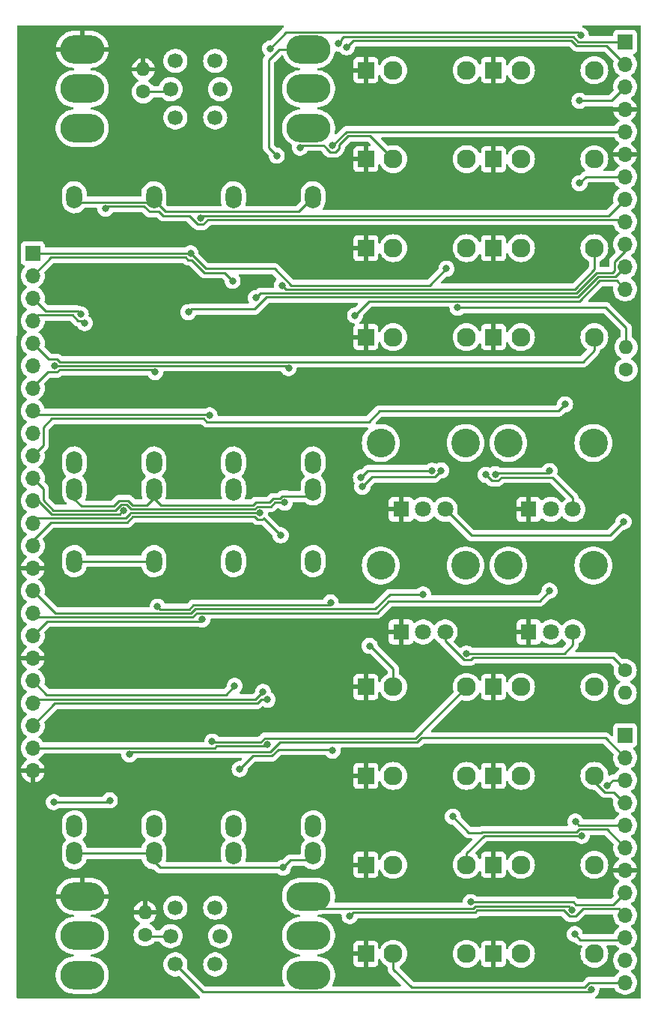
<source format=gbr>
%TF.GenerationSoftware,KiCad,Pcbnew,7.0.1-0*%
%TF.CreationDate,2024-01-26T10:09:15+13:00*%
%TF.ProjectId,MOL,4d4f4c2e-6b69-4636-9164-5f7063625858,rev?*%
%TF.SameCoordinates,Original*%
%TF.FileFunction,Copper,L1,Top*%
%TF.FilePolarity,Positive*%
%FSLAX46Y46*%
G04 Gerber Fmt 4.6, Leading zero omitted, Abs format (unit mm)*
G04 Created by KiCad (PCBNEW 7.0.1-0) date 2024-01-26 10:09:15*
%MOMM*%
%LPD*%
G01*
G04 APERTURE LIST*
%TA.AperFunction,ComponentPad*%
%ADD10O,1.800000X2.600000*%
%TD*%
%TA.AperFunction,ComponentPad*%
%ADD11C,1.700000*%
%TD*%
%TA.AperFunction,ComponentPad*%
%ADD12C,1.800000*%
%TD*%
%TA.AperFunction,ComponentPad*%
%ADD13R,1.800000X1.800000*%
%TD*%
%TA.AperFunction,ComponentPad*%
%ADD14C,3.240000*%
%TD*%
%TA.AperFunction,ComponentPad*%
%ADD15C,2.130000*%
%TD*%
%TA.AperFunction,ComponentPad*%
%ADD16R,1.830000X1.930000*%
%TD*%
%TA.AperFunction,ComponentPad*%
%ADD17O,1.600000X1.600000*%
%TD*%
%TA.AperFunction,ComponentPad*%
%ADD18C,1.600000*%
%TD*%
%TA.AperFunction,ComponentPad*%
%ADD19O,5.000000X3.200000*%
%TD*%
%TA.AperFunction,ComponentPad*%
%ADD20O,1.700000X1.700000*%
%TD*%
%TA.AperFunction,ComponentPad*%
%ADD21R,1.700000X1.700000*%
%TD*%
%TA.AperFunction,ViaPad*%
%ADD22C,0.800000*%
%TD*%
%TA.AperFunction,Conductor*%
%ADD23C,0.250000*%
%TD*%
G04 APERTURE END LIST*
D10*
%TO.P,RV3,3,3*%
%TO.N,/Control/Sustain_3_A_(C)*%
X130800000Y-54550000D03*
%TO.P,RV3,2,2*%
%TO.N,/Control/Sustain_2_A_(C)*%
X130800000Y-87550000D03*
%TO.P,RV3,1,1*%
%TO.N,/Control/Sustain_1_A_(C)*%
X130800000Y-84500000D03*
%TD*%
%TO.P,RV6,3,3*%
%TO.N,/Control/Discharge_B_(C)*%
X121800000Y-95650000D03*
%TO.P,RV6,2,2*%
X121800000Y-128650000D03*
%TO.P,RV6,1,1*%
%TO.N,/Control/Decay_1_B_(C)*%
X121800000Y-125600000D03*
%TD*%
D11*
%TO.P,SW2,4,A*%
%TO.N,/Control/EG_LED_Anode_B_(C)*%
X129285000Y-137995000D03*
%TO.P,SW2,3,K*%
%TO.N,Net-(SW2-K)*%
X123685000Y-137995000D03*
%TO.P,SW2,2,2*%
%TO.N,/Control/Gate_in_B_(C)*%
X128735000Y-134795000D03*
X128735000Y-141195000D03*
%TO.P,SW2,1,1*%
%TO.N,/Control/5.4v_(C)*%
X124235000Y-134795000D03*
X124235000Y-141195000D03*
%TD*%
D12*
%TO.P,RV10,3,3*%
%TO.N,Net-(J13-Pad2)*%
X169200000Y-103650000D03*
%TO.P,RV10,2,2*%
%TO.N,/Control/CV_In_5v_B_(C)*%
X166700000Y-103650000D03*
D13*
%TO.P,RV10,1,1*%
%TO.N,GND*%
X164200000Y-103650000D03*
D14*
%TO.P,RV10,*%
%TO.N,*%
X171500000Y-96150000D03*
X161900000Y-96150000D03*
%TD*%
D10*
%TO.P,RV2,3,3*%
%TO.N,/Control/Discharge_A_(C)*%
X121800000Y-54550000D03*
%TO.P,RV2,2,2*%
X121800000Y-87550000D03*
%TO.P,RV2,1,1*%
%TO.N,/Control/Decay_1_A_(C)*%
X121800000Y-84500000D03*
%TD*%
D15*
%TO.P,J3,3*%
%TO.N,/Control/Gate_in_A_(C)*%
X148870000Y-109850000D03*
%TO.P,J3,2*%
%TO.N,/Control/Gate_in_B_(C)*%
X157170000Y-109850000D03*
D16*
%TO.P,J3,1*%
%TO.N,GND*%
X145770000Y-109850000D03*
%TD*%
D15*
%TO.P,J9,3*%
%TO.N,unconnected-(J9-Pad3)*%
X163320000Y-119900000D03*
%TO.P,J9,2*%
%TO.N,/Control/InvEnv_Out_B_(C)*%
X171620000Y-119900000D03*
D16*
%TO.P,J9,1*%
%TO.N,GND*%
X160220000Y-119900000D03*
%TD*%
D10*
%TO.P,RV7,3,3*%
%TO.N,/Control/Sustain_3_B_(C)*%
X130800000Y-95650000D03*
%TO.P,RV7,2,2*%
%TO.N,/Control/Sustain_2_B_(C)*%
X130800000Y-128650000D03*
%TO.P,RV7,1,1*%
%TO.N,/Control/Sustain_1_B_(C)*%
X130800000Y-125600000D03*
%TD*%
D15*
%TO.P,J7,3*%
%TO.N,unconnected-(J7-Pad3)*%
X163320000Y-140000000D03*
%TO.P,J7,2*%
%TO.N,/Control/Audio_Out_B_(C)*%
X171620000Y-140000000D03*
D16*
%TO.P,J7,1*%
%TO.N,GND*%
X160220000Y-140000000D03*
%TD*%
D17*
%TO.P,R58,2*%
%TO.N,GND*%
X120800000Y-135305000D03*
D18*
%TO.P,R58,1*%
%TO.N,Net-(SW2-K)*%
X120800000Y-137845000D03*
%TD*%
D15*
%TO.P,J13,3*%
%TO.N,unconnected-(J13-Pad3)*%
X148870000Y-119900000D03*
%TO.P,J13,2*%
%TO.N,Net-(J13-Pad2)*%
X157170000Y-119900000D03*
D16*
%TO.P,J13,1*%
%TO.N,GND*%
X145770000Y-119900000D03*
%TD*%
D15*
%TO.P,J4,3*%
%TO.N,unconnected-(J4-Pad3)*%
X148870000Y-40200000D03*
%TO.P,J4,2*%
%TO.N,/Control/Audio_In_A_(C)*%
X157170000Y-40200000D03*
D16*
%TO.P,J4,1*%
%TO.N,GND*%
X145770000Y-40200000D03*
%TD*%
D10*
%TO.P,RV8,3,3*%
%TO.N,/Control/Discharge_B_(C)*%
X139800000Y-95650000D03*
%TO.P,RV8,2,2*%
X139800000Y-128650000D03*
%TO.P,RV8,1,1*%
%TO.N,/Control/Release_1_B_(C)*%
X139800000Y-125600000D03*
%TD*%
D15*
%TO.P,J8,3*%
%TO.N,unconnected-(J8-Pad3)*%
X163320000Y-60300000D03*
%TO.P,J8,2*%
%TO.N,/Control/InvEnv_Out_A_(C)*%
X171620000Y-60300000D03*
D16*
%TO.P,J8,1*%
%TO.N,GND*%
X160220000Y-60300000D03*
%TD*%
D19*
%TO.P,SW6,3,C*%
%TO.N,/Control/Short_B_(C)*%
X139300000Y-133500000D03*
%TO.P,SW6,2,B*%
%TO.N,/Control/Discharge_B_(C)*%
X139300000Y-137950000D03*
%TO.P,SW6,1,A*%
%TO.N,/Control/Long_B_(C)*%
X139300000Y-142400000D03*
%TD*%
D17*
%TO.P,R64,2*%
%TO.N,Net-(J17-Pad2)*%
X175100000Y-110540000D03*
D18*
%TO.P,R64,1*%
%TO.N,Net-(R64-Pad1)*%
X175100000Y-108000000D03*
%TD*%
D17*
%TO.P,R65,2*%
%TO.N,Net-(J16-Pad2)*%
X175200000Y-71505000D03*
D18*
%TO.P,R65,1*%
%TO.N,Net-(R65-Pad1)*%
X175200000Y-74045000D03*
%TD*%
D12*
%TO.P,RV11,3,3*%
%TO.N,Net-(R65-Pad1)*%
X154750000Y-89800000D03*
%TO.P,RV11,2,2*%
%TO.N,/Control/CV_In_10v_A_(C)*%
X152250000Y-89800000D03*
D13*
%TO.P,RV11,1,1*%
%TO.N,GND*%
X149750000Y-89800000D03*
D14*
%TO.P,RV11,*%
%TO.N,*%
X157050000Y-82300000D03*
X147450000Y-82300000D03*
%TD*%
D15*
%TO.P,J12,3*%
%TO.N,unconnected-(J12-Pad3)*%
X148870000Y-60300000D03*
%TO.P,J12,2*%
%TO.N,Net-(J12-Pad2)*%
X157170000Y-60300000D03*
D16*
%TO.P,J12,1*%
%TO.N,GND*%
X145770000Y-60300000D03*
%TD*%
D15*
%TO.P,J5,3*%
%TO.N,/Control/Audio_In_A_(C)*%
X148870000Y-140000000D03*
%TO.P,J5,2*%
%TO.N,/Control/Audio_In_B_(C)*%
X157170000Y-140000000D03*
D16*
%TO.P,J5,1*%
%TO.N,GND*%
X145770000Y-140000000D03*
%TD*%
D12*
%TO.P,RV12,3,3*%
%TO.N,Net-(R64-Pad1)*%
X154750000Y-103650000D03*
%TO.P,RV12,2,2*%
%TO.N,/Control/CV_In_10v_B_(C)*%
X152250000Y-103650000D03*
D13*
%TO.P,RV12,1,1*%
%TO.N,GND*%
X149750000Y-103650000D03*
D14*
%TO.P,RV12,*%
%TO.N,*%
X157050000Y-96150000D03*
X147450000Y-96150000D03*
%TD*%
D19*
%TO.P,SW3,3,C*%
%TO.N,GND*%
X113700000Y-37850000D03*
%TO.P,SW3,2,B*%
%TO.N,/Control/inv_offset_A_(C)*%
X113700000Y-42300000D03*
%TO.P,SW3,1,A*%
%TO.N,/Control/5v_ref_(C)*%
X113700000Y-46750000D03*
%TD*%
D15*
%TO.P,J2,3*%
%TO.N,unconnected-(J2-Pad3)*%
X148870000Y-70350000D03*
%TO.P,J2,2*%
%TO.N,/Control/Gate_in_A_(C)*%
X157170000Y-70350000D03*
D16*
%TO.P,J2,1*%
%TO.N,GND*%
X145770000Y-70350000D03*
%TD*%
D19*
%TO.P,SW5,3,C*%
%TO.N,/Control/Short_A_(C)*%
X139300000Y-37850000D03*
%TO.P,SW5,2,B*%
%TO.N,/Control/Discharge_A_(C)*%
X139300000Y-42300000D03*
%TO.P,SW5,1,A*%
%TO.N,/Control/Long_A_(C)*%
X139300000Y-46750000D03*
%TD*%
D15*
%TO.P,J16,3*%
%TO.N,/Control/Env_A_(C)*%
X148870000Y-50240000D03*
%TO.P,J16,2*%
%TO.N,Net-(J16-Pad2)*%
X157170000Y-50240000D03*
D16*
%TO.P,J16,1*%
%TO.N,GND*%
X145770000Y-50240000D03*
%TD*%
D17*
%TO.P,R56,2*%
%TO.N,GND*%
X120600000Y-40105000D03*
D18*
%TO.P,R56,1*%
%TO.N,Net-(SW1-K)*%
X120600000Y-42645000D03*
%TD*%
D15*
%TO.P,J14,3*%
%TO.N,unconnected-(J14-Pad3)*%
X163320000Y-70350000D03*
%TO.P,J14,2*%
%TO.N,/Control/ReTrigger_A_(C)*%
X171620000Y-70350000D03*
D16*
%TO.P,J14,1*%
%TO.N,GND*%
X160220000Y-70350000D03*
%TD*%
D15*
%TO.P,J6,3*%
%TO.N,unconnected-(J6-Pad3)*%
X163320000Y-40200000D03*
%TO.P,J6,2*%
%TO.N,/Control/Audio_Out_A_(C)*%
X171620000Y-40200000D03*
D16*
%TO.P,J6,1*%
%TO.N,GND*%
X160220000Y-40200000D03*
%TD*%
D15*
%TO.P,J17,3*%
%TO.N,/Control/Env_B_(C)*%
X148870000Y-129950000D03*
%TO.P,J17,2*%
%TO.N,Net-(J17-Pad2)*%
X157170000Y-129950000D03*
D16*
%TO.P,J17,1*%
%TO.N,GND*%
X145770000Y-129950000D03*
%TD*%
D10*
%TO.P,RV4,3,3*%
%TO.N,/Control/Discharge_A_(C)*%
X139800000Y-54550000D03*
%TO.P,RV4,2,2*%
X139800000Y-87550000D03*
%TO.P,RV4,1,1*%
%TO.N,/Control/Release_1_A_(C)*%
X139800000Y-84500000D03*
%TD*%
%TO.P,RV5,3,3*%
%TO.N,/Control/Discharge_B_(C)*%
X112800000Y-95650000D03*
%TO.P,RV5,2,2*%
X112800000Y-128650000D03*
%TO.P,RV5,1,1*%
%TO.N,/Control/Attack_1_B_(C)*%
X112800000Y-125600000D03*
%TD*%
%TO.P,RV1,3,3*%
%TO.N,/Control/Discharge_A_(C)*%
X112800000Y-54550000D03*
%TO.P,RV1,2,2*%
X112800000Y-87550000D03*
%TO.P,RV1,1,1*%
%TO.N,/Control/Attack_1_A_(C)*%
X112800000Y-84500000D03*
%TD*%
D15*
%TO.P,J15,3*%
%TO.N,unconnected-(J15-Pad3)*%
X163320000Y-109850000D03*
%TO.P,J15,2*%
%TO.N,/Control/ReTrigger_B_(C)*%
X171620000Y-109850000D03*
D16*
%TO.P,J15,1*%
%TO.N,GND*%
X160220000Y-109850000D03*
%TD*%
D12*
%TO.P,RV9,3,3*%
%TO.N,Net-(J12-Pad2)*%
X169200000Y-89800000D03*
%TO.P,RV9,2,2*%
%TO.N,/Control/CV_In_5v_A_(C)*%
X166700000Y-89800000D03*
D13*
%TO.P,RV9,1,1*%
%TO.N,GND*%
X164200000Y-89800000D03*
D14*
%TO.P,RV9,*%
%TO.N,*%
X171500000Y-82300000D03*
X161900000Y-82300000D03*
%TD*%
D15*
%TO.P,J11,3*%
%TO.N,unconnected-(J11-Pad3)*%
X163320000Y-129950000D03*
%TO.P,J11,2*%
%TO.N,/Control/Env_Out_B_(C)*%
X171620000Y-129950000D03*
D16*
%TO.P,J11,1*%
%TO.N,GND*%
X160220000Y-129950000D03*
%TD*%
D15*
%TO.P,J10,3*%
%TO.N,unconnected-(J10-Pad3)*%
X163320000Y-50250000D03*
%TO.P,J10,2*%
%TO.N,/Control/Env_Out_A_(C)*%
X171620000Y-50250000D03*
D16*
%TO.P,J10,1*%
%TO.N,GND*%
X160220000Y-50250000D03*
%TD*%
D19*
%TO.P,SW4,3,C*%
%TO.N,GND*%
X113700000Y-133500000D03*
%TO.P,SW4,2,B*%
%TO.N,/Control/inv_offset_B_(C)*%
X113700000Y-137950000D03*
%TO.P,SW4,1,A*%
%TO.N,/Control/5v_ref_(C)*%
X113700000Y-142400000D03*
%TD*%
D11*
%TO.P,SW1,4,A*%
%TO.N,/Control/EG_LED_Anode_A_(C)*%
X129285000Y-42345000D03*
%TO.P,SW1,3,K*%
%TO.N,Net-(SW1-K)*%
X123685000Y-42345000D03*
%TO.P,SW1,2,2*%
%TO.N,/Control/Gate_in_A_(C)*%
X128735000Y-39145000D03*
X128735000Y-45545000D03*
%TO.P,SW1,1,1*%
%TO.N,/Control/5.4v_(C)*%
X124235000Y-39145000D03*
X124235000Y-45545000D03*
%TD*%
D20*
%TO.P,J24,12,Pin_12*%
%TO.N,/Control/Env_B_(C)*%
X175100000Y-64940000D03*
%TO.P,J24,11,Pin_11*%
%TO.N,/Control/Decay_1_B_(C)*%
X175100000Y-62400000D03*
%TO.P,J24,10,Pin_10*%
%TO.N,/Control/Sustain_2_B_(C)*%
X175100000Y-59860000D03*
%TO.P,J24,9,Pin_9*%
%TO.N,/Control/5v_ref_(C)*%
X175100000Y-57320000D03*
%TO.P,J24,8,Pin_8*%
%TO.N,/Control/EG_LED_Anode_B_(C)*%
X175100000Y-54780000D03*
%TO.P,J24,7,Pin_7*%
%TO.N,/Control/ReTrigger_B_(C)*%
X175100000Y-52240000D03*
%TO.P,J24,6,Pin_6*%
%TO.N,GND*%
X175100000Y-49700000D03*
%TO.P,J24,5,Pin_5*%
%TO.N,/Control/Discharge_B_(C)*%
X175100000Y-47160000D03*
%TO.P,J24,4,Pin_4*%
%TO.N,GND*%
X175100000Y-44620000D03*
%TO.P,J24,3,Pin_3*%
%TO.N,/Control/Gate_in_B_(C)*%
X175100000Y-42080000D03*
%TO.P,J24,2,Pin_2*%
%TO.N,/Control/Sustain_1_B_(C)*%
X175100000Y-39540000D03*
D21*
%TO.P,J24,1,Pin_1*%
%TO.N,/Control/Release_1_B_(C)*%
X175100000Y-37000000D03*
%TD*%
D20*
%TO.P,J26,12,Pin_12*%
%TO.N,/Control/Audio_In_A_(C)*%
X175100000Y-143250000D03*
%TO.P,J26,11,Pin_11*%
%TO.N,/Control/5.4v_(C)*%
X175100000Y-140710000D03*
%TO.P,J26,10,Pin_10*%
%TO.N,/Control/Short_B_(C)*%
X175100000Y-138170000D03*
%TO.P,J26,9,Pin_9*%
%TO.N,/Control/Long_B_(C)*%
X175100000Y-135630000D03*
%TO.P,J26,8,Pin_8*%
%TO.N,/Control/Audio_In_B_(C)*%
X175100000Y-133090000D03*
%TO.P,J26,7,Pin_7*%
%TO.N,GND*%
X175100000Y-130550000D03*
%TO.P,J26,6,Pin_6*%
%TO.N,/Control/CV_In_10v_B_(C)*%
X175100000Y-128010000D03*
%TO.P,J26,5,Pin_5*%
%TO.N,/Control/CV_In_5v_B_(C)*%
X175100000Y-125470000D03*
%TO.P,J26,4,Pin_4*%
%TO.N,/Control/InvEnv_Out_B_(C)*%
X175100000Y-122930000D03*
%TO.P,J26,3,Pin_3*%
%TO.N,/Control/Audio_Out_B_(C)*%
X175100000Y-120390000D03*
%TO.P,J26,2,Pin_2*%
%TO.N,/Control/inv_offset_B_(C)*%
X175100000Y-117850000D03*
D21*
%TO.P,J26,1,Pin_1*%
%TO.N,/Control/Env_Out_B_(C)*%
X175100000Y-115310000D03*
%TD*%
D20*
%TO.P,J22,24,Pin_24*%
%TO.N,GND*%
X108100000Y-119300000D03*
%TO.P,J22,23,Pin_23*%
%TO.N,/Control/Short_A_(C)*%
X108100000Y-116760000D03*
%TO.P,J22,22,Pin_22*%
%TO.N,/Control/Long_A_(C)*%
X108100000Y-114220000D03*
%TO.P,J22,21,Pin_21*%
%TO.N,/Control/Audio_Out_A_(C)*%
X108100000Y-111680000D03*
%TO.P,J22,20,Pin_20*%
%TO.N,/Control/Sustain_3_B_(C)*%
X108100000Y-109140000D03*
%TO.P,J22,19,Pin_19*%
%TO.N,GND*%
X108100000Y-106600000D03*
%TO.P,J22,18,Pin_18*%
%TO.N,/Control/Sustain_3_A_(C)*%
X108100000Y-104060000D03*
%TO.P,J22,17,Pin_17*%
%TO.N,/Control/CV_In_5v_A_(C)*%
X108100000Y-101520000D03*
%TO.P,J22,16,Pin_16*%
%TO.N,/Control/CV_In_10v_A_(C)*%
X108100000Y-98980000D03*
%TO.P,J22,15,Pin_15*%
%TO.N,GND*%
X108100000Y-96440000D03*
%TO.P,J22,14,Pin_14*%
%TO.N,/Control/InvEnv_Out_A_(C)*%
X108100000Y-93900000D03*
%TO.P,J22,13,Pin_13*%
%TO.N,/Control/EG_LED_Anode_A_(C)*%
X108100000Y-91360000D03*
%TO.P,J22,12,Pin_12*%
%TO.N,/Control/inv_offset_A_(C)*%
X108100000Y-88820000D03*
%TO.P,J22,11,Pin_11*%
%TO.N,/Control/Env_A_(C)*%
X108100000Y-86280000D03*
%TO.P,J22,10,Pin_10*%
%TO.N,/Control/Env_Out_A_(C)*%
X108100000Y-83740000D03*
%TO.P,J22,9,Pin_9*%
%TO.N,/Control/Release_1_A_(C)*%
X108100000Y-81200000D03*
%TO.P,J22,8,Pin_8*%
%TO.N,/Control/Sustain_2_A_(C)*%
X108100000Y-78660000D03*
%TO.P,J22,7,Pin_7*%
%TO.N,/Control/Decay_1_A_(C)*%
X108100000Y-76120000D03*
%TO.P,J22,6,Pin_6*%
%TO.N,/Control/Discharge_A_(C)*%
X108100000Y-73580000D03*
%TO.P,J22,5,Pin_5*%
%TO.N,/Control/ReTrigger_A_(C)*%
X108100000Y-71040000D03*
%TO.P,J22,4,Pin_4*%
%TO.N,/Control/Attack_1_B_(C)*%
X108100000Y-68500000D03*
%TO.P,J22,3,Pin_3*%
%TO.N,/Control/Attack_1_A_(C)*%
X108100000Y-65960000D03*
%TO.P,J22,2,Pin_2*%
%TO.N,/Control/Sustain_1_A_(C)*%
X108100000Y-63420000D03*
D21*
%TO.P,J22,1,Pin_1*%
%TO.N,/Control/Gate_in_A_(C)*%
X108100000Y-60880000D03*
%TD*%
D22*
%TO.N,GND*%
X141170000Y-85970000D03*
X110250000Y-84800000D03*
X129060000Y-83690000D03*
X138350000Y-52180000D03*
X114144545Y-50539951D03*
X112380000Y-81920000D03*
X136270000Y-40250000D03*
X156750000Y-75550000D03*
X141810000Y-39950000D03*
X141250000Y-44510000D03*
X157270000Y-63280000D03*
X110980000Y-76940000D03*
X115020000Y-58640000D03*
%TO.N,Net-(J12-Pad2)*%
X159332701Y-85902701D03*
%TO.N,Net-(J13-Pad2)*%
X157167299Y-106085500D03*
%TO.N,Net-(J16-Pad2)*%
X156154500Y-67014500D03*
%TO.N,Net-(J17-Pad2)*%
X170190000Y-126664500D03*
%TO.N,Net-(R65-Pad1)*%
X174924500Y-91200000D03*
%TO.N,/Control/Gate_in_A_(C)*%
X125950000Y-60890000D03*
X154301368Y-85413231D03*
X146202299Y-105227701D03*
X154880000Y-62620000D03*
X145374000Y-87260534D03*
%TO.N,/Control/Gate_in_B_(C)*%
X160420000Y-85840000D03*
X128385000Y-116035500D03*
X166556514Y-85465500D03*
X169940000Y-43650000D03*
%TO.N,/Control/Audio_In_A_(C)*%
X153260000Y-85430000D03*
X145210000Y-86220000D03*
%TO.N,/Control/Audio_In_B_(C)*%
X157630000Y-134155500D03*
%TO.N,/Control/Audio_Out_A_(C)*%
X134950000Y-37750000D03*
X170090000Y-36275500D03*
X134140000Y-110430000D03*
%TO.N,/Control/Audio_Out_B_(C)*%
X173096000Y-121010000D03*
%TO.N,/Control/InvEnv_Out_A_(C)*%
X136144500Y-92745500D03*
X136310000Y-64520000D03*
%TO.N,/Control/Env_Out_A_(C)*%
X168300000Y-77950000D03*
%TO.N,/Control/ReTrigger_B_(C)*%
X169931572Y-52963027D03*
%TO.N,/Control/Env_A_(C)*%
X136594500Y-89040000D03*
X138327687Y-48948311D03*
%TO.N,/Control/Env_B_(C)*%
X144550000Y-67899500D03*
%TO.N,/Control/Sustain_1_A_(C)*%
X130700000Y-64000000D03*
%TO.N,/Control/Attack_1_A_(C)*%
X113524500Y-67775500D03*
%TO.N,/Control/Attack_1_B_(C)*%
X113974500Y-68774907D03*
%TO.N,/Control/Release_1_A_(C)*%
X137044500Y-73854500D03*
X110560000Y-73580000D03*
%TO.N,/Control/Decay_1_A_(C)*%
X121930000Y-74304500D03*
%TO.N,/Control/Sustain_2_A_(C)*%
X128094500Y-79180000D03*
%TO.N,/Control/inv_offset_A_(C)*%
X118381397Y-89972759D03*
%TO.N,/Control/EG_LED_Anode_A_(C)*%
X133795500Y-90199500D03*
%TO.N,/Control/CV_In_10v_A_(C)*%
X152250000Y-99420000D03*
%TO.N,/Control/CV_In_5v_A_(C)*%
X166550000Y-99000000D03*
%TO.N,/Control/Sustain_3_A_(C)*%
X127249500Y-102244000D03*
%TO.N,/Control/Sustain_3_B_(C)*%
X130930000Y-109740000D03*
%TO.N,/Control/Long_A_(C)*%
X134650821Y-111289108D03*
%TO.N,/Control/Short_A_(C)*%
X135694500Y-49860000D03*
X134640000Y-116360000D03*
%TO.N,/Control/Release_1_B_(C)*%
X142700000Y-37180000D03*
%TO.N,/Control/Sustain_1_B_(C)*%
X131500000Y-119150000D03*
X143596360Y-37622204D03*
X142007299Y-117057299D03*
%TO.N,/Control/Discharge_B_(C)*%
X141795500Y-100325500D03*
X136390000Y-130275000D03*
X122210000Y-100805500D03*
X142025500Y-48735500D03*
%TO.N,/Control/EG_LED_Anode_B_(C)*%
X127080000Y-56899500D03*
%TO.N,/Control/5v_ref_(C)*%
X110480000Y-122860000D03*
X116326000Y-55852299D03*
X116812299Y-122662299D03*
%TO.N,/Control/Sustain_2_B_(C)*%
X133345500Y-65925000D03*
%TO.N,/Control/Decay_1_B_(C)*%
X125695500Y-67530000D03*
%TO.N,/Control/inv_offset_B_(C)*%
X119040000Y-117484500D03*
%TO.N,/Control/CV_In_5v_B_(C)*%
X169465500Y-125070000D03*
%TO.N,/Control/CV_In_10v_B_(C)*%
X155610000Y-124500000D03*
%TO.N,/Control/Long_B_(C)*%
X143950000Y-135750000D03*
%TO.N,/Control/Short_B_(C)*%
X169400500Y-137780000D03*
X169082854Y-135025500D03*
%TO.N,/Control/5.4v_(C)*%
X171275000Y-144050000D03*
%TD*%
D23*
%TO.N,Net-(J12-Pad2)*%
X160720305Y-86565000D02*
X161095305Y-86190000D01*
X161095305Y-86190000D02*
X166900000Y-86190000D01*
X166900000Y-86190000D02*
X169200000Y-88490000D01*
X159332701Y-85902701D02*
X159995000Y-86565000D01*
X169200000Y-88490000D02*
X169200000Y-89800000D01*
X159995000Y-86565000D02*
X160720305Y-86565000D01*
%TO.N,/Control/Gate_in_A_(C)*%
X146479534Y-86155000D02*
X145374000Y-87260534D01*
X154301368Y-85413231D02*
X153559599Y-86155000D01*
X148870000Y-107770000D02*
X148870000Y-109850000D01*
X153559599Y-86155000D02*
X146479534Y-86155000D01*
X146202299Y-105227701D02*
X146327701Y-105227701D01*
X135435305Y-62620000D02*
X137305305Y-64490000D01*
X137305305Y-64490000D02*
X153010000Y-64490000D01*
X153010000Y-64490000D02*
X154880000Y-62620000D01*
X125950000Y-60890000D02*
X125940000Y-60880000D01*
X146327701Y-105227701D02*
X148870000Y-107770000D01*
X127680000Y-62620000D02*
X135435305Y-62620000D01*
X125940000Y-60880000D02*
X108100000Y-60880000D01*
X125950000Y-60890000D02*
X127680000Y-62620000D01*
%TO.N,/Control/Gate_in_B_(C)*%
X128385000Y-116035500D02*
X128449500Y-116100000D01*
X151385000Y-115635000D02*
X157170000Y-109850000D01*
X160550000Y-85710000D02*
X160420000Y-85840000D01*
X173530000Y-43650000D02*
X175100000Y-42080000D01*
X166556514Y-85465500D02*
X166312014Y-85710000D01*
X166312014Y-85710000D02*
X160550000Y-85710000D01*
%TO.N,Net-(J13-Pad2)*%
X168204500Y-106085500D02*
X169200000Y-105090000D01*
X169200000Y-105090000D02*
X169200000Y-103650000D01*
X157167299Y-106085500D02*
X168204500Y-106085500D01*
%TO.N,Net-(J16-Pad2)*%
X156154500Y-67014500D02*
X172914500Y-67014500D01*
X172914500Y-67014500D02*
X175200000Y-69300000D01*
X175200000Y-69300000D02*
X175200000Y-71505000D01*
%TO.N,Net-(J17-Pad2)*%
X157170000Y-129950000D02*
X157170000Y-128640000D01*
X157170000Y-128640000D02*
X159145500Y-126664500D01*
X159145500Y-126664500D02*
X170190000Y-126664500D01*
%TO.N,Net-(SW1-K)*%
X123385000Y-42645000D02*
X123685000Y-42345000D01*
X120600000Y-42645000D02*
X123385000Y-42645000D01*
%TO.N,Net-(SW2-K)*%
X123685000Y-137995000D02*
X120950000Y-137995000D01*
X120950000Y-137995000D02*
X120800000Y-137845000D01*
%TO.N,Net-(R64-Pad1)*%
X175100000Y-107910000D02*
X173740000Y-106550000D01*
X173740000Y-106550000D02*
X158200000Y-106550000D01*
X157639500Y-106810500D02*
X156866994Y-106810500D01*
X158185500Y-106535500D02*
X157914500Y-106535500D01*
X175100000Y-108000000D02*
X175100000Y-107910000D01*
X157914500Y-106535500D02*
X157639500Y-106810500D01*
X154750000Y-104693506D02*
X154750000Y-103650000D01*
X156866994Y-106810500D02*
X154750000Y-104693506D01*
X158200000Y-106550000D02*
X158185500Y-106535500D01*
%TO.N,Net-(R65-Pad1)*%
X173364500Y-92760000D02*
X157710000Y-92760000D01*
X157710000Y-92760000D02*
X154750000Y-89800000D01*
X174924500Y-91200000D02*
X173364500Y-92760000D01*
%TO.N,/Control/inv_offset_A_(C)*%
X118280845Y-89972759D02*
X117903604Y-90350000D01*
X117903604Y-90350000D02*
X110210000Y-90350000D01*
X118381397Y-89972759D02*
X118280845Y-89972759D01*
X108680000Y-88820000D02*
X108100000Y-88820000D01*
X110210000Y-90350000D02*
X108680000Y-88820000D01*
%TO.N,/Control/EG_LED_Anode_A_(C)*%
X133795500Y-90199500D02*
X119160500Y-90199500D01*
X119106397Y-90253603D02*
X119106397Y-90273064D01*
X108660000Y-90800000D02*
X108100000Y-91360000D01*
X119106397Y-90273064D02*
X118579461Y-90800000D01*
X118579461Y-90800000D02*
X108660000Y-90800000D01*
X119160500Y-90199500D02*
X119106397Y-90253603D01*
%TO.N,/Control/CV_In_10v_A_(C)*%
X146840000Y-101050000D02*
X126453604Y-101050000D01*
X125973604Y-101530000D02*
X110650000Y-101530000D01*
X126453604Y-101050000D02*
X125973604Y-101530000D01*
X148470000Y-99420000D02*
X146840000Y-101050000D01*
X110650000Y-101530000D02*
X108100000Y-98980000D01*
X152250000Y-99420000D02*
X148470000Y-99420000D01*
%TO.N,/Control/CV_In_5v_A_(C)*%
X147026396Y-101500000D02*
X148376396Y-100150000D01*
X148376396Y-100150000D02*
X165400000Y-100150000D01*
X108560000Y-101980000D02*
X126160000Y-101980000D01*
X126160000Y-101980000D02*
X126640000Y-101500000D01*
X108100000Y-101520000D02*
X108560000Y-101980000D01*
X126640000Y-101500000D02*
X147026396Y-101500000D01*
X165400000Y-100150000D02*
X166550000Y-99000000D01*
%TO.N,/Control/Sustain_3_A_(C)*%
X109720000Y-102440000D02*
X108100000Y-104060000D01*
X127053500Y-102440000D02*
X109720000Y-102440000D01*
X127249500Y-102244000D02*
X127053500Y-102440000D01*
%TO.N,/Control/Sustain_3_B_(C)*%
X109680000Y-110720000D02*
X108100000Y-109140000D01*
X130930000Y-109740000D02*
X129950000Y-110720000D01*
X129950000Y-110720000D02*
X109680000Y-110720000D01*
%TO.N,/Control/Long_A_(C)*%
X133486396Y-111720000D02*
X110600000Y-111720000D01*
X133917288Y-111289108D02*
X133486396Y-111720000D01*
X110600000Y-111720000D02*
X108100000Y-114220000D01*
X134650821Y-111289108D02*
X133917288Y-111289108D01*
%TO.N,/Control/Short_A_(C)*%
X128685805Y-116760000D02*
X108100000Y-116760000D01*
X135970000Y-37850000D02*
X134760000Y-39060000D01*
X134640000Y-116360000D02*
X134450000Y-116550000D01*
X139300000Y-37850000D02*
X135970000Y-37850000D01*
X134760000Y-39060000D02*
X134760000Y-48925500D01*
X134760000Y-48925500D02*
X135694500Y-49860000D01*
X128895805Y-116550000D02*
X128685805Y-116760000D01*
X134450000Y-116550000D02*
X128895805Y-116550000D01*
%TO.N,/Control/Release_1_B_(C)*%
X143023790Y-36856210D02*
X143023790Y-36636210D01*
X169209195Y-36420000D02*
X169789195Y-37000000D01*
X142700000Y-37180000D02*
X143023790Y-36856210D01*
X169789195Y-37000000D02*
X175100000Y-37000000D01*
X143240000Y-36420000D02*
X169209195Y-36420000D01*
X143023790Y-36636210D02*
X143240000Y-36420000D01*
%TO.N,/Control/Sustain_1_B_(C)*%
X143596360Y-37622204D02*
X144348564Y-36870000D01*
X141890000Y-116940000D02*
X135866396Y-116940000D01*
X135146396Y-117660000D02*
X132990000Y-117660000D01*
X142007299Y-117057299D02*
X141890000Y-116940000D01*
X173010000Y-37450000D02*
X175100000Y-39540000D01*
X169022799Y-36870000D02*
X169602799Y-37450000D01*
X135866396Y-116940000D02*
X135146396Y-117660000D01*
X132990000Y-117660000D02*
X131500000Y-119150000D01*
X169602799Y-37450000D02*
X173010000Y-37450000D01*
X144348564Y-36870000D02*
X169022799Y-36870000D01*
%TO.N,/Control/Discharge_B_(C)*%
X137245000Y-129420000D02*
X139030000Y-129420000D01*
X112800000Y-95650000D02*
X121800000Y-95650000D01*
X122515000Y-130275000D02*
X136390000Y-130275000D01*
X136390000Y-130275000D02*
X137245000Y-129420000D01*
X122484500Y-101080000D02*
X122210000Y-100805500D01*
X141795500Y-100325500D02*
X141521000Y-100600000D01*
X121800000Y-129560000D02*
X122515000Y-130275000D01*
X126267208Y-100600000D02*
X125787208Y-101080000D01*
X142025500Y-48735500D02*
X143601000Y-47160000D01*
X141521000Y-100600000D02*
X126267208Y-100600000D01*
X143601000Y-47160000D02*
X175100000Y-47160000D01*
X121800000Y-128650000D02*
X121800000Y-129560000D01*
X112800000Y-128650000D02*
X121800000Y-128650000D01*
X125787208Y-101080000D02*
X122484500Y-101080000D01*
X139030000Y-129420000D02*
X139800000Y-128650000D01*
%TO.N,/Control/EG_LED_Anode_B_(C)*%
X173255000Y-56625000D02*
X175100000Y-54780000D01*
X127080000Y-56899500D02*
X127354500Y-56625000D01*
X127354500Y-56625000D02*
X173255000Y-56625000D01*
%TO.N,/Control/5v_ref_(C)*%
X122835000Y-56625000D02*
X125780195Y-56625000D01*
X116618299Y-55560000D02*
X120677588Y-55560000D01*
X174855000Y-57075000D02*
X175100000Y-57320000D01*
X110510000Y-122890000D02*
X110480000Y-122860000D01*
X125780195Y-56625000D02*
X126779695Y-57624500D01*
X126779695Y-57624500D02*
X127380305Y-57624500D01*
X116584598Y-122890000D02*
X110510000Y-122890000D01*
X116812299Y-122662299D02*
X116584598Y-122890000D01*
X122385000Y-56175000D02*
X122835000Y-56625000D01*
X121292588Y-56175000D02*
X122385000Y-56175000D01*
X127929805Y-57075000D02*
X174855000Y-57075000D01*
X116326000Y-55852299D02*
X116618299Y-55560000D01*
X127380305Y-57624500D02*
X127929805Y-57075000D01*
X120677588Y-55560000D02*
X121292588Y-56175000D01*
%TO.N,/Control/Sustain_2_B_(C)*%
X173670000Y-63080000D02*
X173925000Y-62825000D01*
X173925000Y-61795000D02*
X175100000Y-60620000D01*
X175100000Y-60620000D02*
X175100000Y-59860000D01*
X169570000Y-65390000D02*
X171880000Y-63080000D01*
X171880000Y-63080000D02*
X173670000Y-63080000D01*
X133880500Y-65390000D02*
X169570000Y-65390000D01*
X133345500Y-65925000D02*
X133880500Y-65390000D01*
X173925000Y-62825000D02*
X173925000Y-61795000D01*
%TO.N,/Control/Decay_1_B_(C)*%
X126050500Y-67175000D02*
X133215000Y-67175000D01*
X169756396Y-65840000D02*
X172066396Y-63530000D01*
X133215000Y-67175000D02*
X134550000Y-65840000D01*
X173970000Y-63530000D02*
X175100000Y-62400000D01*
X134550000Y-65840000D02*
X169756396Y-65840000D01*
X172066396Y-63530000D02*
X173970000Y-63530000D01*
X125695500Y-67530000D02*
X126050500Y-67175000D01*
%TO.N,/Control/inv_offset_B_(C)*%
X136085000Y-116085000D02*
X151571396Y-116085000D01*
X152046396Y-115610000D02*
X172860000Y-115610000D01*
X172860000Y-115610000D02*
X175100000Y-117850000D01*
X119040000Y-117484500D02*
X119314500Y-117210000D01*
X151571396Y-116085000D02*
X152046396Y-115610000D01*
X134960000Y-117210000D02*
X136085000Y-116085000D01*
X119314500Y-117210000D02*
X134960000Y-117210000D01*
%TO.N,/Control/CV_In_5v_B_(C)*%
X169865500Y-125470000D02*
X175100000Y-125470000D01*
X169465500Y-125070000D02*
X169865500Y-125470000D01*
%TO.N,/Control/CV_In_10v_B_(C)*%
X158959104Y-126214500D02*
X169614695Y-126214500D01*
X158853604Y-126320000D02*
X158959104Y-126214500D01*
X157430000Y-126320000D02*
X158853604Y-126320000D01*
X155610000Y-124500000D02*
X157430000Y-126320000D01*
X173029500Y-125939500D02*
X175100000Y-128010000D01*
X169614695Y-126214500D02*
X169889695Y-125939500D01*
X169889695Y-125939500D02*
X173029500Y-125939500D01*
%TO.N,/Control/Gate_in_B_(C)*%
X169940000Y-43650000D02*
X173530000Y-43650000D01*
X128449500Y-116100000D02*
X133874695Y-116100000D01*
X133874695Y-116100000D02*
X134339695Y-115635000D01*
X134339695Y-115635000D02*
X151385000Y-115635000D01*
%TO.N,/Control/Audio_In_A_(C)*%
X148870000Y-141740000D02*
X148870000Y-140000000D01*
X171049695Y-143250000D02*
X170479695Y-143820000D01*
X175100000Y-143250000D02*
X171049695Y-143250000D01*
X150950000Y-143820000D02*
X148870000Y-141740000D01*
X146000000Y-85430000D02*
X153260000Y-85430000D01*
X170479695Y-143820000D02*
X150950000Y-143820000D01*
X145210000Y-86220000D02*
X146000000Y-85430000D01*
%TO.N,/Control/Audio_In_B_(C)*%
X169542659Y-134460000D02*
X173730000Y-134460000D01*
X157630000Y-134155500D02*
X157634500Y-134160000D01*
X173730000Y-134460000D02*
X175100000Y-133090000D01*
X169242659Y-134160000D02*
X169542659Y-134460000D01*
X157634500Y-134160000D02*
X169242659Y-134160000D01*
%TO.N,/Control/Audio_Out_A_(C)*%
X136775000Y-35925000D02*
X134950000Y-37750000D01*
X134140000Y-110430000D02*
X133300000Y-111270000D01*
X169739500Y-35925000D02*
X136775000Y-35925000D01*
X133300000Y-111270000D02*
X108510000Y-111270000D01*
X108510000Y-111270000D02*
X108100000Y-111680000D01*
X170090000Y-36275500D02*
X169739500Y-35925000D01*
%TO.N,/Control/Audio_Out_B_(C)*%
X173716000Y-120390000D02*
X175100000Y-120390000D01*
X173096000Y-121010000D02*
X173716000Y-120390000D01*
%TO.N,/Control/InvEnv_Out_A_(C)*%
X110180000Y-91250000D02*
X108100000Y-93330000D01*
X108100000Y-93330000D02*
X108100000Y-93900000D01*
X136310000Y-64520000D02*
X136730000Y-64940000D01*
X133495195Y-90924500D02*
X133220195Y-90649500D01*
X133220195Y-90649500D02*
X119366357Y-90649500D01*
X136144500Y-92745500D02*
X134209652Y-90810652D01*
X171620000Y-62703604D02*
X171620000Y-60300000D01*
X169383604Y-64940000D02*
X171620000Y-62703604D01*
X119366357Y-90649500D02*
X118765857Y-91250000D01*
X136730000Y-64940000D02*
X169383604Y-64940000D01*
X118765857Y-91250000D02*
X110180000Y-91250000D01*
X134095805Y-90924500D02*
X133495195Y-90924500D01*
X134209652Y-90810652D02*
X134095805Y-90924500D01*
%TO.N,/Control/InvEnv_Out_B_(C)*%
X175000000Y-122930000D02*
X173805000Y-121735000D01*
X175100000Y-122930000D02*
X175000000Y-122930000D01*
X171620000Y-120559305D02*
X171620000Y-119900000D01*
X172795695Y-121735000D02*
X171620000Y-120559305D01*
X173805000Y-121735000D02*
X172795695Y-121735000D01*
%TO.N,/Control/Env_Out_A_(C)*%
X127794195Y-79905000D02*
X127419195Y-79530000D01*
X147300000Y-78700000D02*
X146095000Y-79905000D01*
X167550000Y-78700000D02*
X147300000Y-78700000D01*
X109275000Y-82565000D02*
X108100000Y-83740000D01*
X110240000Y-79530000D02*
X109275000Y-80495000D01*
X127419195Y-79530000D02*
X110240000Y-79530000D01*
X168300000Y-77950000D02*
X167550000Y-78700000D01*
X146095000Y-79905000D02*
X127794195Y-79905000D01*
X109275000Y-80495000D02*
X109275000Y-82565000D01*
%TO.N,/Control/ReTrigger_A_(C)*%
X111135305Y-73130000D02*
X170320000Y-73130000D01*
X171620000Y-71830000D02*
X171620000Y-70350000D01*
X170320000Y-73130000D02*
X171620000Y-71830000D01*
X110860305Y-72855000D02*
X111135305Y-73130000D01*
X108100000Y-71070000D02*
X109885000Y-72855000D01*
X109885000Y-72855000D02*
X110860305Y-72855000D01*
X108100000Y-71040000D02*
X108100000Y-71070000D01*
%TO.N,/Control/ReTrigger_B_(C)*%
X175100000Y-52240000D02*
X170654599Y-52240000D01*
X170654599Y-52240000D02*
X169931572Y-52963027D01*
%TO.N,/Control/Env_A_(C)*%
X140985000Y-48675000D02*
X141300500Y-48990500D01*
X142750500Y-49035805D02*
X142750500Y-48646896D01*
X135470000Y-89040000D02*
X135035500Y-89474500D01*
X138327687Y-48948311D02*
X138600998Y-48675000D01*
X142325805Y-49460500D02*
X142750500Y-49035805D01*
X142750500Y-48646896D02*
X143787396Y-47610000D01*
X135035500Y-89474500D02*
X133495195Y-89474500D01*
X136594500Y-89040000D02*
X135470000Y-89040000D01*
X141300500Y-48990500D02*
X141300500Y-49035805D01*
X143787396Y-47610000D02*
X146240000Y-47610000D01*
X118081092Y-89247759D02*
X117428851Y-89900000D01*
X110396396Y-89900000D02*
X109275000Y-88778604D01*
X138600998Y-48675000D02*
X140985000Y-48675000D01*
X117428851Y-89900000D02*
X110396396Y-89900000D01*
X141725195Y-49460500D02*
X142325805Y-49460500D01*
X141300500Y-49035805D02*
X141725195Y-49460500D01*
X119209500Y-89749500D02*
X118707759Y-89247759D01*
X146240000Y-47610000D02*
X148870000Y-50240000D01*
X109275000Y-88778604D02*
X109275000Y-87455000D01*
X133495195Y-89474500D02*
X133220195Y-89749500D01*
X109275000Y-87455000D02*
X108100000Y-86280000D01*
X118707759Y-89247759D02*
X118081092Y-89247759D01*
X133220195Y-89749500D02*
X119209500Y-89749500D01*
%TO.N,/Control/Env_B_(C)*%
X175100000Y-64940000D02*
X174140000Y-63980000D01*
X172252792Y-63980000D02*
X169942792Y-66290000D01*
X174140000Y-63980000D02*
X172252792Y-63980000D01*
X146159500Y-66290000D02*
X144550000Y-67899500D01*
X169942792Y-66290000D02*
X146159500Y-66290000D01*
%TO.N,/Control/Sustain_1_A_(C)*%
X127493604Y-63070000D02*
X129770000Y-63070000D01*
X108100000Y-63420000D02*
X110190000Y-61330000D01*
X125364695Y-61330000D02*
X125649695Y-61615000D01*
X125649695Y-61615000D02*
X126038604Y-61615000D01*
X110190000Y-61330000D02*
X125364695Y-61330000D01*
X126038604Y-61615000D02*
X127493604Y-63070000D01*
X129770000Y-63070000D02*
X130700000Y-64000000D01*
%TO.N,/Control/Attack_1_A_(C)*%
X113524500Y-67775500D02*
X113200000Y-67451000D01*
X109540000Y-67400000D02*
X108100000Y-65960000D01*
X113160000Y-67400000D02*
X109540000Y-67400000D01*
X113200000Y-67440000D02*
X113160000Y-67400000D01*
X113200000Y-67451000D02*
X113200000Y-67440000D01*
%TO.N,/Control/Attack_1_B_(C)*%
X113224195Y-68500500D02*
X112573695Y-67850000D01*
X112573695Y-67850000D02*
X108750000Y-67850000D01*
X108750000Y-67850000D02*
X108100000Y-68500000D01*
X113974500Y-68774907D02*
X113700093Y-68500500D01*
X113700093Y-68500500D02*
X113224195Y-68500500D01*
%TO.N,/Control/Release_1_A_(C)*%
X110560000Y-73580000D02*
X136770000Y-73580000D01*
X136770000Y-73580000D02*
X137044500Y-73854500D01*
%TO.N,/Control/Decay_1_A_(C)*%
X110860305Y-74305000D02*
X109785000Y-74305000D01*
X109785000Y-74305000D02*
X108100000Y-75990000D01*
X121930000Y-74304500D02*
X121655500Y-74030000D01*
X121655500Y-74030000D02*
X111135305Y-74030000D01*
X108100000Y-75990000D02*
X108100000Y-76120000D01*
X111135305Y-74030000D02*
X110860305Y-74305000D01*
%TO.N,/Control/Sustain_2_A_(C)*%
X108520000Y-79080000D02*
X108100000Y-78660000D01*
X127994500Y-79080000D02*
X108520000Y-79080000D01*
X128094500Y-79180000D02*
X127994500Y-79080000D01*
%TO.N,/Control/Discharge_A_(C)*%
X121800000Y-54550000D02*
X121800000Y-54910000D01*
X136894805Y-88315000D02*
X136919805Y-88340000D01*
X123065000Y-56175000D02*
X138175000Y-56175000D01*
X121800000Y-54910000D02*
X123065000Y-56175000D01*
X122559500Y-89299500D02*
X133033799Y-89299500D01*
X112800000Y-88660000D02*
X113590000Y-89450000D01*
X136019195Y-88590000D02*
X136294195Y-88315000D01*
X118894155Y-88797759D02*
X119395896Y-89299500D01*
X139010000Y-88340000D02*
X139800000Y-87550000D01*
X136294195Y-88315000D02*
X136894805Y-88315000D01*
X121800000Y-87550000D02*
X121800000Y-88540000D01*
X113360000Y-55110000D02*
X121240000Y-55110000D01*
X138175000Y-56175000D02*
X139800000Y-54550000D01*
X119395896Y-89299500D02*
X120960500Y-89299500D01*
X113590000Y-89450000D02*
X117242455Y-89450000D01*
X133308799Y-89024500D02*
X134849104Y-89024500D01*
X136919805Y-88340000D02*
X139010000Y-88340000D01*
X133033799Y-89299500D02*
X133308799Y-89024500D01*
X117242455Y-89450000D02*
X117894696Y-88797759D01*
X112800000Y-54550000D02*
X113360000Y-55110000D01*
X135283604Y-88590000D02*
X136019195Y-88590000D01*
X117894696Y-88797759D02*
X118894155Y-88797759D01*
X121800000Y-88540000D02*
X122559500Y-89299500D01*
X112800000Y-87550000D02*
X112800000Y-88660000D01*
X134849104Y-89024500D02*
X135283604Y-88590000D01*
X121240000Y-55110000D02*
X121800000Y-54550000D01*
X121800000Y-88460000D02*
X121800000Y-87550000D01*
X120960500Y-89299500D02*
X121800000Y-88460000D01*
%TO.N,/Control/Long_B_(C)*%
X158347201Y-135100000D02*
X158116701Y-135330500D01*
X144369500Y-135330500D02*
X143950000Y-135750000D01*
X175100000Y-135630000D02*
X174380000Y-134910000D01*
X168782549Y-135750500D02*
X168132049Y-135100000D01*
X174380000Y-134910000D02*
X170320305Y-134910000D01*
X158116701Y-135330500D02*
X144369500Y-135330500D01*
X168132049Y-135100000D02*
X158347201Y-135100000D01*
X170320305Y-134910000D02*
X169479805Y-135750500D01*
X169479805Y-135750500D02*
X168782549Y-135750500D01*
%TO.N,/Control/Short_B_(C)*%
X140680500Y-134880500D02*
X139300000Y-133500000D01*
X158160805Y-134650000D02*
X157930305Y-134880500D01*
X170045500Y-138425000D02*
X174845000Y-138425000D01*
X168707354Y-134650000D02*
X158160805Y-134650000D01*
X157930305Y-134880500D02*
X140680500Y-134880500D01*
X169082854Y-135025500D02*
X168707354Y-134650000D01*
X169400500Y-137780000D02*
X170045500Y-138425000D01*
X174845000Y-138425000D02*
X175100000Y-138170000D01*
%TO.N,/Control/5.4v_(C)*%
X171000000Y-144325000D02*
X127365000Y-144325000D01*
X171275000Y-144050000D02*
X171000000Y-144325000D01*
X127365000Y-144325000D02*
X124235000Y-141195000D01*
%TD*%
%TA.AperFunction,Conductor*%
%TO.N,GND*%
G36*
X136441339Y-35165839D02*
G01*
X136486298Y-35208060D01*
X136505356Y-35266718D01*
X136493797Y-35327301D01*
X136454481Y-35374822D01*
X136431533Y-35391493D01*
X136421777Y-35397901D01*
X136383638Y-35420457D01*
X136369200Y-35434895D01*
X136354411Y-35447525D01*
X136337894Y-35459525D01*
X136309644Y-35493673D01*
X136301783Y-35502311D01*
X134998914Y-36805181D01*
X134958686Y-36832061D01*
X134911233Y-36841500D01*
X134854511Y-36841500D01*
X134667714Y-36881204D01*
X134493248Y-36958881D01*
X134338748Y-37071133D01*
X134210957Y-37213058D01*
X134115472Y-37378443D01*
X134056458Y-37560070D01*
X134036496Y-37749999D01*
X134056458Y-37939929D01*
X134115472Y-38121556D01*
X134210959Y-38286944D01*
X134333372Y-38422897D01*
X134361745Y-38476711D01*
X134361108Y-38537544D01*
X134331614Y-38590753D01*
X134306340Y-38617667D01*
X134303633Y-38620461D01*
X134283861Y-38640233D01*
X134281321Y-38643508D01*
X134273752Y-38652369D01*
X134243414Y-38684677D01*
X134233582Y-38702563D01*
X134222901Y-38718823D01*
X134210385Y-38734959D01*
X134192786Y-38775628D01*
X134187648Y-38786117D01*
X134166303Y-38824943D01*
X134161226Y-38844718D01*
X134154925Y-38863123D01*
X134146818Y-38881856D01*
X134139888Y-38925610D01*
X134137520Y-38937046D01*
X134126500Y-38979970D01*
X134126500Y-39000384D01*
X134124972Y-39019783D01*
X134121780Y-39039943D01*
X134124505Y-39068771D01*
X134125950Y-39084057D01*
X134126500Y-39095726D01*
X134126500Y-48841867D01*
X134124210Y-48862608D01*
X134126439Y-48933517D01*
X134126500Y-48937413D01*
X134126500Y-48965355D01*
X134127018Y-48969456D01*
X134127934Y-48981097D01*
X134129326Y-49025388D01*
X134135022Y-49044992D01*
X134138967Y-49064044D01*
X134141525Y-49084298D01*
X134157838Y-49125501D01*
X134161621Y-49136549D01*
X134173982Y-49179093D01*
X134184374Y-49196666D01*
X134192931Y-49214133D01*
X134200448Y-49233118D01*
X134226491Y-49268963D01*
X134232905Y-49278727D01*
X134255458Y-49316862D01*
X134269890Y-49331294D01*
X134282526Y-49346089D01*
X134294526Y-49362605D01*
X134294527Y-49362606D01*
X134294528Y-49362607D01*
X134328667Y-49390849D01*
X134337308Y-49398712D01*
X134747878Y-49809282D01*
X134772117Y-49843579D01*
X134783518Y-49884001D01*
X134800958Y-50049929D01*
X134859972Y-50231556D01*
X134955457Y-50396941D01*
X134955460Y-50396944D01*
X135083247Y-50538866D01*
X135237747Y-50651117D01*
X135237748Y-50651118D01*
X135412214Y-50728795D01*
X135599011Y-50768500D01*
X135599013Y-50768500D01*
X135789987Y-50768500D01*
X135789989Y-50768500D01*
X135976785Y-50728795D01*
X135976786Y-50728794D01*
X135976788Y-50728794D01*
X136151252Y-50651118D01*
X136305753Y-50538866D01*
X136349752Y-50490000D01*
X144355000Y-50490000D01*
X144355000Y-51252824D01*
X144361402Y-51312375D01*
X144411647Y-51447089D01*
X144497811Y-51562188D01*
X144612910Y-51648352D01*
X144747624Y-51698597D01*
X144807176Y-51705000D01*
X145520000Y-51705000D01*
X145520000Y-50490000D01*
X144355000Y-50490000D01*
X136349752Y-50490000D01*
X136433540Y-50396944D01*
X136529027Y-50231556D01*
X136588042Y-50049928D01*
X136608004Y-49860000D01*
X136588042Y-49670072D01*
X136554090Y-49565578D01*
X136529027Y-49488443D01*
X136433542Y-49323058D01*
X136393626Y-49278727D01*
X136305753Y-49181134D01*
X136151252Y-49068882D01*
X136151251Y-49068881D01*
X135976785Y-48991204D01*
X135789989Y-48951500D01*
X135789987Y-48951500D01*
X135733267Y-48951500D01*
X135685814Y-48942061D01*
X135645586Y-48915181D01*
X135429819Y-48699414D01*
X135402939Y-48659186D01*
X135393500Y-48611733D01*
X135393500Y-39373766D01*
X135402939Y-39326313D01*
X135429819Y-39286085D01*
X136196085Y-38519819D01*
X136236313Y-38492939D01*
X136283766Y-38483500D01*
X136295020Y-38483500D01*
X136341820Y-38492671D01*
X136381698Y-38518826D01*
X136408753Y-38558097D01*
X136463735Y-38684677D01*
X136523519Y-38822314D01*
X136673393Y-39068771D01*
X136855432Y-39292526D01*
X137066239Y-39489407D01*
X137301896Y-39655753D01*
X137410945Y-39712257D01*
X137558008Y-39788459D01*
X137573011Y-39793791D01*
X137829804Y-39885055D01*
X138071601Y-39935301D01*
X138112222Y-39943742D01*
X138222554Y-39951289D01*
X138280916Y-39970546D01*
X138322863Y-40015461D01*
X138338092Y-40075000D01*
X138322863Y-40134539D01*
X138280916Y-40179454D01*
X138222554Y-40198710D01*
X138197254Y-40200441D01*
X138112217Y-40206258D01*
X137829804Y-40264944D01*
X137558011Y-40361539D01*
X137301896Y-40494246D01*
X137066239Y-40660592D01*
X136855432Y-40857473D01*
X136673393Y-41081228D01*
X136523519Y-41327685D01*
X136408601Y-41592253D01*
X136408600Y-41592256D01*
X136395558Y-41638805D01*
X136330776Y-41870013D01*
X136291500Y-42155775D01*
X136291500Y-42444225D01*
X136330776Y-42729986D01*
X136330777Y-42729989D01*
X136408600Y-43007744D01*
X136484407Y-43182269D01*
X136523519Y-43272314D01*
X136673393Y-43518771D01*
X136855432Y-43742526D01*
X137066239Y-43939407D01*
X137301896Y-44105753D01*
X137399848Y-44156507D01*
X137558008Y-44238459D01*
X137829804Y-44335055D01*
X138112222Y-44393742D01*
X138222554Y-44401289D01*
X138280916Y-44420546D01*
X138322863Y-44465461D01*
X138338092Y-44525000D01*
X138322863Y-44584539D01*
X138280916Y-44629454D01*
X138222554Y-44648710D01*
X138197254Y-44650441D01*
X138112217Y-44656258D01*
X137829804Y-44714944D01*
X137558011Y-44811539D01*
X137301896Y-44944246D01*
X137066239Y-45110592D01*
X136855432Y-45307473D01*
X136673393Y-45531228D01*
X136523519Y-45777685D01*
X136408601Y-46042253D01*
X136330776Y-46320013D01*
X136291500Y-46605775D01*
X136291500Y-46894225D01*
X136330776Y-47179986D01*
X136330777Y-47179989D01*
X136407853Y-47455079D01*
X136408601Y-47457746D01*
X136523519Y-47722314D01*
X136673393Y-47968771D01*
X136855432Y-48192526D01*
X137066239Y-48389407D01*
X137066242Y-48389409D01*
X137301897Y-48555753D01*
X137301899Y-48555754D01*
X137378054Y-48595214D01*
X137421655Y-48632882D01*
X137443524Y-48686190D01*
X137438939Y-48743626D01*
X137434146Y-48758378D01*
X137434145Y-48758380D01*
X137434145Y-48758383D01*
X137418283Y-48909300D01*
X137414183Y-48948311D01*
X137434145Y-49138240D01*
X137493159Y-49319867D01*
X137588644Y-49485252D01*
X137606318Y-49504881D01*
X137716434Y-49627177D01*
X137807432Y-49693291D01*
X137870935Y-49739429D01*
X138045401Y-49817106D01*
X138232198Y-49856811D01*
X138232200Y-49856811D01*
X138423174Y-49856811D01*
X138423176Y-49856811D01*
X138609972Y-49817106D01*
X138609973Y-49817105D01*
X138609975Y-49817105D01*
X138784439Y-49739429D01*
X138938940Y-49627177D01*
X139066727Y-49485255D01*
X139073855Y-49472910D01*
X139132981Y-49370500D01*
X139178368Y-49325113D01*
X139240368Y-49308500D01*
X140652395Y-49308500D01*
X140708691Y-49322016D01*
X140752713Y-49359615D01*
X140761575Y-49371812D01*
X140766993Y-49379270D01*
X140773405Y-49389032D01*
X140795958Y-49427167D01*
X140810390Y-49441599D01*
X140823026Y-49456394D01*
X140835026Y-49472910D01*
X140835027Y-49472911D01*
X140835028Y-49472912D01*
X140839618Y-49476709D01*
X140869167Y-49501154D01*
X140877808Y-49509017D01*
X141218105Y-49849314D01*
X141231154Y-49865601D01*
X141233194Y-49867516D01*
X141233195Y-49867518D01*
X141282896Y-49914190D01*
X141285629Y-49916838D01*
X141305425Y-49936634D01*
X141308688Y-49939165D01*
X141317564Y-49946745D01*
X141349874Y-49977086D01*
X141367767Y-49986922D01*
X141384026Y-49997603D01*
X141400154Y-50010113D01*
X141440820Y-50027710D01*
X141451301Y-50032846D01*
X141457277Y-50036131D01*
X141490135Y-50054195D01*
X141509905Y-50059271D01*
X141528310Y-50065571D01*
X141547050Y-50073681D01*
X141590813Y-50080611D01*
X141602240Y-50082978D01*
X141645165Y-50094000D01*
X141665586Y-50094000D01*
X141684983Y-50095526D01*
X141693750Y-50096915D01*
X141705137Y-50098719D01*
X141705137Y-50098718D01*
X141705138Y-50098719D01*
X141749244Y-50094549D01*
X141760913Y-50094000D01*
X142242172Y-50094000D01*
X142262913Y-50096289D01*
X142265710Y-50096201D01*
X142265714Y-50096202D01*
X142333822Y-50094060D01*
X142337718Y-50094000D01*
X142365659Y-50094000D01*
X142365661Y-50094000D01*
X142369761Y-50093481D01*
X142381411Y-50092564D01*
X142425694Y-50091173D01*
X142445303Y-50085475D01*
X142464336Y-50081533D01*
X142484602Y-50078974D01*
X142525811Y-50062657D01*
X142536842Y-50058880D01*
X142579398Y-50046518D01*
X142596965Y-50036128D01*
X142614437Y-50027568D01*
X142633422Y-50020052D01*
X142669280Y-49993998D01*
X142675368Y-49990000D01*
X144355000Y-49990000D01*
X145520000Y-49990000D01*
X145520000Y-48775000D01*
X144807176Y-48775000D01*
X144747624Y-48781402D01*
X144612910Y-48831647D01*
X144497811Y-48917811D01*
X144411647Y-49032910D01*
X144361402Y-49167624D01*
X144355000Y-49227176D01*
X144355000Y-49990000D01*
X142675368Y-49990000D01*
X142679028Y-49987596D01*
X142717167Y-49965042D01*
X142731605Y-49950603D01*
X142746393Y-49937972D01*
X142762912Y-49925972D01*
X142791164Y-49891819D01*
X142799008Y-49883199D01*
X143139316Y-49542891D01*
X143155597Y-49529849D01*
X143157514Y-49527807D01*
X143157518Y-49527805D01*
X143204206Y-49478084D01*
X143206823Y-49475384D01*
X143226634Y-49455575D01*
X143229172Y-49452302D01*
X143236741Y-49443439D01*
X143267086Y-49411126D01*
X143276922Y-49393232D01*
X143287602Y-49376973D01*
X143300113Y-49360846D01*
X143317711Y-49320177D01*
X143322841Y-49309705D01*
X143344195Y-49270865D01*
X143349272Y-49251087D01*
X143355574Y-49232683D01*
X143363681Y-49213950D01*
X143370612Y-49170180D01*
X143372975Y-49158771D01*
X143384000Y-49115835D01*
X143384000Y-49095414D01*
X143385527Y-49076015D01*
X143388719Y-49055862D01*
X143384550Y-49011756D01*
X143384000Y-49000087D01*
X143384000Y-48960662D01*
X143393439Y-48913209D01*
X143420319Y-48872981D01*
X144013481Y-48279819D01*
X144053709Y-48252939D01*
X144101162Y-48243500D01*
X145926234Y-48243500D01*
X145973687Y-48252939D01*
X146013915Y-48279819D01*
X146297415Y-48563319D01*
X146327665Y-48612682D01*
X146332207Y-48670398D01*
X146310052Y-48723885D01*
X146266029Y-48761485D01*
X146209734Y-48775000D01*
X146020000Y-48775000D01*
X146020000Y-51705000D01*
X146732824Y-51705000D01*
X146792375Y-51698597D01*
X146927089Y-51648352D01*
X147042188Y-51562188D01*
X147128352Y-51447089D01*
X147178597Y-51312375D01*
X147185000Y-51252824D01*
X147185000Y-50907194D01*
X147203273Y-50842404D01*
X147252705Y-50796709D01*
X147318729Y-50783576D01*
X147381885Y-50806876D01*
X147423561Y-50859741D01*
X147446210Y-50914422D01*
X147463666Y-50956563D01*
X147550836Y-51098812D01*
X147593077Y-51167743D01*
X147601618Y-51177743D01*
X147753927Y-51356073D01*
X147942260Y-51516925D01*
X148153437Y-51646334D01*
X148182451Y-51658352D01*
X148382257Y-51741115D01*
X148447561Y-51756793D01*
X148623089Y-51798934D01*
X148870000Y-51818366D01*
X149116911Y-51798934D01*
X149357742Y-51741115D01*
X149586563Y-51646334D01*
X149797740Y-51516925D01*
X149986073Y-51356073D01*
X150146925Y-51167740D01*
X150276334Y-50956563D01*
X150371115Y-50727742D01*
X150428934Y-50486911D01*
X150448366Y-50240000D01*
X155591634Y-50240000D01*
X155611066Y-50486912D01*
X155668884Y-50727742D01*
X155763664Y-50956559D01*
X155763666Y-50956563D01*
X155850836Y-51098812D01*
X155893077Y-51167743D01*
X155901618Y-51177743D01*
X156053927Y-51356073D01*
X156242260Y-51516925D01*
X156453437Y-51646334D01*
X156482451Y-51658352D01*
X156682257Y-51741115D01*
X156747561Y-51756793D01*
X156923089Y-51798934D01*
X157170000Y-51818366D01*
X157416911Y-51798934D01*
X157657742Y-51741115D01*
X157886563Y-51646334D01*
X158097740Y-51516925D01*
X158286073Y-51356073D01*
X158446925Y-51167740D01*
X158575274Y-50958291D01*
X158621262Y-50914422D01*
X158682948Y-50899099D01*
X158744121Y-50916352D01*
X158788710Y-50961647D01*
X158805000Y-51023084D01*
X158805000Y-51262824D01*
X158811402Y-51322375D01*
X158861647Y-51457089D01*
X158947811Y-51572188D01*
X159062910Y-51658352D01*
X159197624Y-51708597D01*
X159257176Y-51715000D01*
X159970000Y-51715000D01*
X160470000Y-51715000D01*
X161182824Y-51715000D01*
X161242375Y-51708597D01*
X161377089Y-51658352D01*
X161492188Y-51572188D01*
X161578352Y-51457089D01*
X161628597Y-51322375D01*
X161635000Y-51262824D01*
X161635000Y-50917194D01*
X161653273Y-50852404D01*
X161702705Y-50806709D01*
X161768729Y-50793576D01*
X161831885Y-50816876D01*
X161873561Y-50869741D01*
X161911629Y-50961647D01*
X161913666Y-50966563D01*
X161994708Y-51098812D01*
X162043077Y-51177743D01*
X162093768Y-51237094D01*
X162203927Y-51366073D01*
X162303728Y-51451311D01*
X162380551Y-51516925D01*
X162392260Y-51526925D01*
X162603437Y-51656334D01*
X162634841Y-51669342D01*
X162832257Y-51751115D01*
X162908342Y-51769381D01*
X163073089Y-51808934D01*
X163320000Y-51828366D01*
X163566911Y-51808934D01*
X163807742Y-51751115D01*
X164036563Y-51656334D01*
X164247740Y-51526925D01*
X164436073Y-51366073D01*
X164596925Y-51177740D01*
X164726334Y-50966563D01*
X164821115Y-50737742D01*
X164878934Y-50496911D01*
X164898366Y-50250000D01*
X164878934Y-50003089D01*
X164821115Y-49762258D01*
X164816972Y-49752257D01*
X164726335Y-49533440D01*
X164726334Y-49533437D01*
X164596925Y-49322260D01*
X164594881Y-49319867D01*
X164515715Y-49227176D01*
X164436073Y-49133927D01*
X164308992Y-49025389D01*
X164247743Y-48973077D01*
X164241834Y-48969456D01*
X164036563Y-48843666D01*
X164036560Y-48843665D01*
X164036559Y-48843664D01*
X163807742Y-48748884D01*
X163566912Y-48691066D01*
X163320000Y-48671634D01*
X163073087Y-48691066D01*
X162832257Y-48748884D01*
X162603440Y-48843664D01*
X162392256Y-48973077D01*
X162203927Y-49133927D01*
X162043077Y-49322256D01*
X161913664Y-49533440D01*
X161873561Y-49630259D01*
X161831885Y-49683124D01*
X161768729Y-49706424D01*
X161702705Y-49693291D01*
X161653273Y-49647596D01*
X161635000Y-49582806D01*
X161635000Y-49237176D01*
X161628597Y-49177624D01*
X161578352Y-49042910D01*
X161492188Y-48927811D01*
X161377089Y-48841647D01*
X161242375Y-48791402D01*
X161182824Y-48785000D01*
X160470000Y-48785000D01*
X160470000Y-51715000D01*
X159970000Y-51715000D01*
X159970000Y-48785000D01*
X159257176Y-48785000D01*
X159197624Y-48791402D01*
X159062910Y-48841647D01*
X158947811Y-48927811D01*
X158861647Y-49042910D01*
X158811402Y-49177624D01*
X158805000Y-49237176D01*
X158805000Y-49456916D01*
X158788710Y-49518353D01*
X158744121Y-49563648D01*
X158682948Y-49580901D01*
X158621262Y-49565578D01*
X158575274Y-49521708D01*
X158446925Y-49312260D01*
X158286073Y-49123927D01*
X158147925Y-49005937D01*
X158097743Y-48963077D01*
X158052673Y-48935458D01*
X157886563Y-48833666D01*
X157886560Y-48833665D01*
X157886559Y-48833664D01*
X157657742Y-48738884D01*
X157416912Y-48681066D01*
X157170000Y-48661634D01*
X156923087Y-48681066D01*
X156682257Y-48738884D01*
X156453440Y-48833664D01*
X156242256Y-48963077D01*
X156053927Y-49123927D01*
X155893077Y-49312256D01*
X155763664Y-49523440D01*
X155668884Y-49752257D01*
X155611066Y-49993087D01*
X155591634Y-50240000D01*
X150448366Y-50240000D01*
X150428934Y-49993089D01*
X150371115Y-49752258D01*
X150337072Y-49670072D01*
X150311346Y-49607965D01*
X150276334Y-49523437D01*
X150146925Y-49312260D01*
X149986073Y-49123927D01*
X149847925Y-49005937D01*
X149797743Y-48963077D01*
X149752673Y-48935458D01*
X149586563Y-48833666D01*
X149586560Y-48833665D01*
X149586559Y-48833664D01*
X149357742Y-48738884D01*
X149116912Y-48681066D01*
X148870000Y-48661634D01*
X148623087Y-48681066D01*
X148382258Y-48738884D01*
X148375736Y-48741586D01*
X148328285Y-48751022D01*
X148280834Y-48741582D01*
X148240608Y-48714703D01*
X147531086Y-48005181D01*
X147500836Y-47955818D01*
X147496294Y-47898102D01*
X147518449Y-47844615D01*
X147562472Y-47807015D01*
X147618767Y-47793500D01*
X173824044Y-47793500D01*
X173883062Y-47808445D01*
X173927853Y-47849679D01*
X174024276Y-47997267D01*
X174106573Y-48086663D01*
X174176760Y-48162906D01*
X174354424Y-48301189D01*
X174397697Y-48324607D01*
X174443336Y-48367156D01*
X174462475Y-48426545D01*
X174450267Y-48487737D01*
X174409803Y-48535236D01*
X174228918Y-48661893D01*
X174061890Y-48828921D01*
X173926400Y-49022421D01*
X173826569Y-49236507D01*
X173769364Y-49449999D01*
X173769364Y-49450000D01*
X176430636Y-49450000D01*
X176430635Y-49449999D01*
X176373430Y-49236507D01*
X176273599Y-49022421D01*
X176138109Y-48828921D01*
X175971081Y-48661893D01*
X175790197Y-48535236D01*
X175749733Y-48487737D01*
X175737525Y-48426545D01*
X175756664Y-48367156D01*
X175802302Y-48324607D01*
X175845576Y-48301189D01*
X176023240Y-48162906D01*
X176175722Y-47997268D01*
X176298860Y-47808791D01*
X176389296Y-47602616D01*
X176444564Y-47384368D01*
X176463156Y-47160000D01*
X176444564Y-46935632D01*
X176389296Y-46717384D01*
X176305567Y-46526500D01*
X176298861Y-46511211D01*
X176298860Y-46511209D01*
X176175722Y-46322732D01*
X176023240Y-46157094D01*
X175875694Y-46042253D01*
X175845575Y-46018810D01*
X175802302Y-45995392D01*
X175756663Y-45952842D01*
X175737525Y-45893452D01*
X175749734Y-45832261D01*
X175790198Y-45784763D01*
X175971078Y-45658109D01*
X176138106Y-45491081D01*
X176273600Y-45297576D01*
X176373430Y-45083492D01*
X176430636Y-44870000D01*
X173769364Y-44870000D01*
X173826569Y-45083492D01*
X173926399Y-45297576D01*
X174061893Y-45491081D01*
X174228918Y-45658106D01*
X174409802Y-45784763D01*
X174450265Y-45832261D01*
X174462474Y-45893452D01*
X174443336Y-45952842D01*
X174397698Y-45995392D01*
X174354422Y-46018812D01*
X174176760Y-46157094D01*
X174024276Y-46322732D01*
X173927853Y-46470321D01*
X173883062Y-46511555D01*
X173824044Y-46526500D01*
X143684628Y-46526500D01*
X143663892Y-46524211D01*
X143661091Y-46524299D01*
X143593001Y-46526439D01*
X143589106Y-46526500D01*
X143561144Y-46526500D01*
X143557032Y-46527019D01*
X143545401Y-46527934D01*
X143501110Y-46529326D01*
X143481507Y-46535022D01*
X143462456Y-46538967D01*
X143442203Y-46541525D01*
X143401008Y-46557835D01*
X143389962Y-46561616D01*
X143347405Y-46573981D01*
X143329827Y-46584376D01*
X143312360Y-46592933D01*
X143293384Y-46600446D01*
X143257544Y-46626485D01*
X143247786Y-46632895D01*
X143209637Y-46655457D01*
X143195196Y-46669898D01*
X143180409Y-46682527D01*
X143163892Y-46694528D01*
X143135652Y-46728663D01*
X143127792Y-46737301D01*
X142442182Y-47422912D01*
X142386322Y-47455079D01*
X142321862Y-47454858D01*
X142266223Y-47422311D01*
X142234439Y-47366232D01*
X142235098Y-47301779D01*
X142269223Y-47179989D01*
X142308500Y-46894225D01*
X142308500Y-46605775D01*
X142269223Y-46320011D01*
X142191400Y-46042256D01*
X142076481Y-45777686D01*
X141926606Y-45531228D01*
X141744568Y-45307474D01*
X141733970Y-45297576D01*
X141533760Y-45110592D01*
X141298103Y-44944246D01*
X141041988Y-44811539D01*
X140770195Y-44714944D01*
X140487782Y-44656258D01*
X140419751Y-44651604D01*
X140377444Y-44648710D01*
X140319083Y-44629454D01*
X140277136Y-44584539D01*
X140261907Y-44525000D01*
X140277136Y-44465461D01*
X140319083Y-44420546D01*
X140377444Y-44401289D01*
X140487778Y-44393742D01*
X140770196Y-44335055D01*
X141041992Y-44238459D01*
X141298103Y-44105753D01*
X141533758Y-43939409D01*
X141744568Y-43742526D01*
X141926606Y-43518772D01*
X142076481Y-43272314D01*
X142191400Y-43007744D01*
X142269223Y-42729989D01*
X142308500Y-42444225D01*
X142308500Y-42155775D01*
X142269223Y-41870011D01*
X142191400Y-41592256D01*
X142076481Y-41327686D01*
X141926606Y-41081228D01*
X141744568Y-40857474D01*
X141693733Y-40809997D01*
X141533760Y-40660592D01*
X141298103Y-40494246D01*
X141212711Y-40450000D01*
X144355000Y-40450000D01*
X144355000Y-41212824D01*
X144361402Y-41272375D01*
X144411647Y-41407089D01*
X144497811Y-41522188D01*
X144612910Y-41608352D01*
X144747624Y-41658597D01*
X144807176Y-41665000D01*
X145520000Y-41665000D01*
X146020000Y-41665000D01*
X146732824Y-41665000D01*
X146792375Y-41658597D01*
X146927089Y-41608352D01*
X147042188Y-41522188D01*
X147128352Y-41407089D01*
X147178597Y-41272375D01*
X147185000Y-41212824D01*
X147185000Y-40867194D01*
X147203273Y-40802404D01*
X147252705Y-40756709D01*
X147318729Y-40743576D01*
X147381885Y-40766876D01*
X147423561Y-40819741D01*
X147446210Y-40874422D01*
X147463666Y-40916563D01*
X147593075Y-41127740D01*
X147593077Y-41127743D01*
X147656930Y-41202504D01*
X147753927Y-41316073D01*
X147942260Y-41476925D01*
X148153437Y-41606334D01*
X148231829Y-41638805D01*
X148382257Y-41701115D01*
X148458342Y-41719381D01*
X148623089Y-41758934D01*
X148870000Y-41778366D01*
X149116911Y-41758934D01*
X149357742Y-41701115D01*
X149586563Y-41606334D01*
X149797740Y-41476925D01*
X149986073Y-41316073D01*
X150146925Y-41127740D01*
X150276334Y-40916563D01*
X150371115Y-40687742D01*
X150428934Y-40446911D01*
X150448366Y-40200000D01*
X150448366Y-40199999D01*
X155591634Y-40199999D01*
X155611066Y-40446912D01*
X155668884Y-40687742D01*
X155747010Y-40876352D01*
X155763666Y-40916563D01*
X155893075Y-41127740D01*
X155893077Y-41127743D01*
X155956930Y-41202504D01*
X156053927Y-41316073D01*
X156242260Y-41476925D01*
X156453437Y-41606334D01*
X156531829Y-41638805D01*
X156682257Y-41701115D01*
X156758342Y-41719381D01*
X156923089Y-41758934D01*
X157170000Y-41778366D01*
X157416911Y-41758934D01*
X157657742Y-41701115D01*
X157886563Y-41606334D01*
X158097740Y-41476925D01*
X158286073Y-41316073D01*
X158446925Y-41127740D01*
X158575274Y-40918291D01*
X158621262Y-40874422D01*
X158682948Y-40859099D01*
X158744121Y-40876352D01*
X158788710Y-40921647D01*
X158805000Y-40983084D01*
X158805000Y-41212824D01*
X158811402Y-41272375D01*
X158861647Y-41407089D01*
X158947811Y-41522188D01*
X159062910Y-41608352D01*
X159197624Y-41658597D01*
X159257176Y-41665000D01*
X159970000Y-41665000D01*
X160470000Y-41665000D01*
X161182824Y-41665000D01*
X161242375Y-41658597D01*
X161377089Y-41608352D01*
X161492188Y-41522188D01*
X161578352Y-41407089D01*
X161628597Y-41272375D01*
X161635000Y-41212824D01*
X161635000Y-40867194D01*
X161653273Y-40802404D01*
X161702705Y-40756709D01*
X161768729Y-40743576D01*
X161831885Y-40766876D01*
X161873561Y-40819741D01*
X161896210Y-40874422D01*
X161913666Y-40916563D01*
X162043075Y-41127740D01*
X162043077Y-41127743D01*
X162106930Y-41202504D01*
X162203927Y-41316073D01*
X162392260Y-41476925D01*
X162603437Y-41606334D01*
X162681829Y-41638805D01*
X162832257Y-41701115D01*
X162908342Y-41719381D01*
X163073089Y-41758934D01*
X163320000Y-41778366D01*
X163566911Y-41758934D01*
X163807742Y-41701115D01*
X164036563Y-41606334D01*
X164247740Y-41476925D01*
X164436073Y-41316073D01*
X164596925Y-41127740D01*
X164726334Y-40916563D01*
X164821115Y-40687742D01*
X164878934Y-40446911D01*
X164898366Y-40200000D01*
X164898366Y-40199999D01*
X170041634Y-40199999D01*
X170061066Y-40446912D01*
X170118884Y-40687742D01*
X170197010Y-40876352D01*
X170213666Y-40916563D01*
X170343075Y-41127740D01*
X170343077Y-41127743D01*
X170406930Y-41202504D01*
X170503927Y-41316073D01*
X170692260Y-41476925D01*
X170903437Y-41606334D01*
X170981829Y-41638805D01*
X171132257Y-41701115D01*
X171208342Y-41719381D01*
X171373089Y-41758934D01*
X171620000Y-41778366D01*
X171866911Y-41758934D01*
X172107742Y-41701115D01*
X172336563Y-41606334D01*
X172547740Y-41476925D01*
X172736073Y-41316073D01*
X172896925Y-41127740D01*
X173026334Y-40916563D01*
X173121115Y-40687742D01*
X173178934Y-40446911D01*
X173198366Y-40200000D01*
X173178934Y-39953089D01*
X173133626Y-39764368D01*
X173121115Y-39712257D01*
X173042990Y-39523648D01*
X173026334Y-39483437D01*
X172896925Y-39272260D01*
X172891732Y-39266180D01*
X172781112Y-39136661D01*
X172736073Y-39083927D01*
X172564098Y-38937046D01*
X172547743Y-38923077D01*
X172543753Y-38920632D01*
X172336563Y-38793666D01*
X172336560Y-38793665D01*
X172336559Y-38793664D01*
X172107742Y-38698884D01*
X171866912Y-38641066D01*
X171620000Y-38621634D01*
X171373087Y-38641066D01*
X171132257Y-38698884D01*
X170903440Y-38793664D01*
X170692256Y-38923077D01*
X170503927Y-39083927D01*
X170343077Y-39272256D01*
X170213664Y-39483440D01*
X170118884Y-39712257D01*
X170061066Y-39953087D01*
X170041634Y-40199999D01*
X164898366Y-40199999D01*
X164878934Y-39953089D01*
X164833626Y-39764368D01*
X164821115Y-39712257D01*
X164742990Y-39523648D01*
X164726334Y-39483437D01*
X164596925Y-39272260D01*
X164591732Y-39266180D01*
X164481112Y-39136661D01*
X164436073Y-39083927D01*
X164264098Y-38937046D01*
X164247743Y-38923077D01*
X164243753Y-38920632D01*
X164036563Y-38793666D01*
X164036560Y-38793665D01*
X164036559Y-38793664D01*
X163807742Y-38698884D01*
X163566912Y-38641066D01*
X163320000Y-38621634D01*
X163073087Y-38641066D01*
X162832257Y-38698884D01*
X162603440Y-38793664D01*
X162392256Y-38923077D01*
X162203927Y-39083927D01*
X162043077Y-39272256D01*
X161913664Y-39483440D01*
X161873561Y-39580259D01*
X161831885Y-39633124D01*
X161768729Y-39656424D01*
X161702705Y-39643291D01*
X161653273Y-39597596D01*
X161635000Y-39532806D01*
X161635000Y-39187176D01*
X161628597Y-39127624D01*
X161578352Y-38992910D01*
X161492188Y-38877811D01*
X161377089Y-38791647D01*
X161242375Y-38741402D01*
X161182824Y-38735000D01*
X160470000Y-38735000D01*
X160470000Y-41665000D01*
X159970000Y-41665000D01*
X159970000Y-38735000D01*
X159257176Y-38735000D01*
X159197624Y-38741402D01*
X159062910Y-38791647D01*
X158947811Y-38877811D01*
X158861647Y-38992910D01*
X158811402Y-39127624D01*
X158805000Y-39187176D01*
X158805000Y-39416916D01*
X158788710Y-39478353D01*
X158744121Y-39523648D01*
X158682948Y-39540901D01*
X158621262Y-39525578D01*
X158575274Y-39481708D01*
X158446925Y-39272260D01*
X158441732Y-39266180D01*
X158331112Y-39136661D01*
X158286073Y-39083927D01*
X158114098Y-38937046D01*
X158097743Y-38923077D01*
X158093753Y-38920632D01*
X157886563Y-38793666D01*
X157886560Y-38793665D01*
X157886559Y-38793664D01*
X157657742Y-38698884D01*
X157416912Y-38641066D01*
X157170000Y-38621634D01*
X156923087Y-38641066D01*
X156682257Y-38698884D01*
X156453440Y-38793664D01*
X156242256Y-38923077D01*
X156053927Y-39083927D01*
X155893077Y-39272256D01*
X155763664Y-39483440D01*
X155668884Y-39712257D01*
X155611066Y-39953087D01*
X155591634Y-40199999D01*
X150448366Y-40199999D01*
X150428934Y-39953089D01*
X150383626Y-39764368D01*
X150371115Y-39712257D01*
X150292990Y-39523648D01*
X150276334Y-39483437D01*
X150146925Y-39272260D01*
X150141732Y-39266180D01*
X150031112Y-39136661D01*
X149986073Y-39083927D01*
X149814098Y-38937046D01*
X149797743Y-38923077D01*
X149793753Y-38920632D01*
X149586563Y-38793666D01*
X149586560Y-38793665D01*
X149586559Y-38793664D01*
X149357742Y-38698884D01*
X149116912Y-38641066D01*
X148870000Y-38621634D01*
X148623087Y-38641066D01*
X148382257Y-38698884D01*
X148153440Y-38793664D01*
X147942256Y-38923077D01*
X147753927Y-39083927D01*
X147593077Y-39272256D01*
X147463664Y-39483440D01*
X147423561Y-39580259D01*
X147381885Y-39633124D01*
X147318729Y-39656424D01*
X147252705Y-39643291D01*
X147203273Y-39597596D01*
X147185000Y-39532806D01*
X147185000Y-39187176D01*
X147178597Y-39127624D01*
X147128352Y-38992910D01*
X147042188Y-38877811D01*
X146927089Y-38791647D01*
X146792375Y-38741402D01*
X146732824Y-38735000D01*
X146020000Y-38735000D01*
X146020000Y-41665000D01*
X145520000Y-41665000D01*
X145520000Y-40450000D01*
X144355000Y-40450000D01*
X141212711Y-40450000D01*
X141041988Y-40361539D01*
X140770195Y-40264944D01*
X140487782Y-40206258D01*
X140419751Y-40201604D01*
X140377444Y-40198710D01*
X140319083Y-40179454D01*
X140277136Y-40134539D01*
X140261907Y-40075000D01*
X140277136Y-40015461D01*
X140319083Y-39970546D01*
X140377444Y-39951289D01*
X140396289Y-39950000D01*
X144355000Y-39950000D01*
X145520000Y-39950000D01*
X145520000Y-38735000D01*
X144807176Y-38735000D01*
X144747624Y-38741402D01*
X144612910Y-38791647D01*
X144497811Y-38877811D01*
X144411647Y-38992910D01*
X144361402Y-39127624D01*
X144355000Y-39187176D01*
X144355000Y-39950000D01*
X140396289Y-39950000D01*
X140487778Y-39943742D01*
X140770196Y-39885055D01*
X141041992Y-39788459D01*
X141298103Y-39655753D01*
X141533758Y-39489409D01*
X141744568Y-39292526D01*
X141926606Y-39068772D01*
X142076481Y-38822314D01*
X142191400Y-38557744D01*
X142269223Y-38279989D01*
X142286151Y-38156823D01*
X142312925Y-38095311D01*
X142367825Y-38056745D01*
X142434776Y-38052421D01*
X142483434Y-38062763D01*
X142604512Y-38088500D01*
X142744940Y-38088500D01*
X142806941Y-38105113D01*
X142852328Y-38150502D01*
X142857320Y-38159148D01*
X142985107Y-38301070D01*
X143139608Y-38413322D01*
X143314074Y-38490999D01*
X143500871Y-38530704D01*
X143500873Y-38530704D01*
X143691847Y-38530704D01*
X143691849Y-38530704D01*
X143878645Y-38490999D01*
X143878646Y-38490998D01*
X143878648Y-38490998D01*
X144053112Y-38413322D01*
X144207613Y-38301070D01*
X144335400Y-38159148D01*
X144371742Y-38096203D01*
X144430887Y-37993760D01*
X144448378Y-37939928D01*
X144489902Y-37812132D01*
X144507341Y-37646201D01*
X144518741Y-37605784D01*
X144542983Y-37571485D01*
X144574654Y-37539816D01*
X144614881Y-37512938D01*
X144662332Y-37503500D01*
X168709033Y-37503500D01*
X168756486Y-37512939D01*
X168796714Y-37539819D01*
X169095712Y-37838818D01*
X169108758Y-37855101D01*
X169110798Y-37857016D01*
X169110799Y-37857018D01*
X169160484Y-37903675D01*
X169163247Y-37906353D01*
X169183029Y-37926135D01*
X169186310Y-37928680D01*
X169195169Y-37936247D01*
X169227478Y-37966586D01*
X169245363Y-37976418D01*
X169261624Y-37987099D01*
X169277758Y-37999614D01*
X169318424Y-38017210D01*
X169328911Y-38022348D01*
X169367739Y-38043695D01*
X169387507Y-38048770D01*
X169405918Y-38055073D01*
X169424654Y-38063181D01*
X169468425Y-38070113D01*
X169479840Y-38072477D01*
X169522769Y-38083500D01*
X169543183Y-38083500D01*
X169562582Y-38085027D01*
X169582742Y-38088220D01*
X169626855Y-38084050D01*
X169638525Y-38083500D01*
X172696234Y-38083500D01*
X172743687Y-38092939D01*
X172783915Y-38119819D01*
X173750936Y-39086840D01*
X173782806Y-39141603D01*
X173783461Y-39204960D01*
X173755435Y-39315634D01*
X173736843Y-39540000D01*
X173755435Y-39764363D01*
X173755435Y-39764366D01*
X173755436Y-39764368D01*
X173810616Y-39982269D01*
X173810705Y-39982618D01*
X173901138Y-40188788D01*
X173901140Y-40188791D01*
X174024278Y-40377268D01*
X174176760Y-40542906D01*
X174354424Y-40681189D01*
X174354426Y-40681190D01*
X174390931Y-40700946D01*
X174438436Y-40746527D01*
X174455913Y-40810000D01*
X174438436Y-40873473D01*
X174390931Y-40919054D01*
X174354426Y-40938809D01*
X174176760Y-41077094D01*
X174024279Y-41242730D01*
X173901138Y-41431211D01*
X173810705Y-41637381D01*
X173810704Y-41637384D01*
X173769348Y-41800696D01*
X173755435Y-41855636D01*
X173736843Y-42079999D01*
X173755435Y-42304363D01*
X173755435Y-42304366D01*
X173755436Y-42304368D01*
X173783461Y-42415036D01*
X173782806Y-42478394D01*
X173750936Y-42533157D01*
X173303914Y-42980181D01*
X173263686Y-43007061D01*
X173216233Y-43016500D01*
X170647309Y-43016500D01*
X170596873Y-43005779D01*
X170555158Y-42975471D01*
X170551253Y-42971134D01*
X170396751Y-42858881D01*
X170222285Y-42781204D01*
X170035489Y-42741500D01*
X170035487Y-42741500D01*
X169844513Y-42741500D01*
X169844511Y-42741500D01*
X169657714Y-42781204D01*
X169483248Y-42858881D01*
X169328748Y-42971133D01*
X169200957Y-43113058D01*
X169105472Y-43278443D01*
X169046458Y-43460070D01*
X169026496Y-43650000D01*
X169046458Y-43839929D01*
X169105472Y-44021556D01*
X169200957Y-44186941D01*
X169200960Y-44186944D01*
X169328747Y-44328866D01*
X169454933Y-44420546D01*
X169483248Y-44441118D01*
X169657714Y-44518795D01*
X169844511Y-44558500D01*
X169844513Y-44558500D01*
X170035487Y-44558500D01*
X170035489Y-44558500D01*
X170222285Y-44518795D01*
X170222286Y-44518794D01*
X170222288Y-44518794D01*
X170396752Y-44441118D01*
X170551253Y-44328866D01*
X170555158Y-44324528D01*
X170596873Y-44294221D01*
X170647309Y-44283500D01*
X173446367Y-44283500D01*
X173467108Y-44285789D01*
X173469905Y-44285701D01*
X173469909Y-44285702D01*
X173538017Y-44283560D01*
X173541913Y-44283500D01*
X173569854Y-44283500D01*
X173569856Y-44283500D01*
X173573956Y-44282981D01*
X173585604Y-44282064D01*
X173629889Y-44280673D01*
X173629891Y-44280672D01*
X173635592Y-44280493D01*
X173692577Y-44292372D01*
X173737863Y-44328946D01*
X173769364Y-44370000D01*
X176430636Y-44370000D01*
X176430635Y-44369999D01*
X176373430Y-44156507D01*
X176273599Y-43942421D01*
X176138109Y-43748921D01*
X175971081Y-43581893D01*
X175790197Y-43455236D01*
X175749733Y-43407737D01*
X175737525Y-43346545D01*
X175756664Y-43287156D01*
X175802302Y-43244607D01*
X175845576Y-43221189D01*
X176023240Y-43082906D01*
X176175722Y-42917268D01*
X176298860Y-42728791D01*
X176389296Y-42522616D01*
X176444564Y-42304368D01*
X176463156Y-42080000D01*
X176444564Y-41855632D01*
X176389296Y-41637384D01*
X176298860Y-41431209D01*
X176175722Y-41242732D01*
X176023240Y-41077094D01*
X175845576Y-40938811D01*
X175845575Y-40938810D01*
X175809067Y-40919053D01*
X175761562Y-40873471D01*
X175744086Y-40809997D01*
X175761564Y-40746523D01*
X175809067Y-40700946D01*
X175845576Y-40681189D01*
X176023240Y-40542906D01*
X176175722Y-40377268D01*
X176298860Y-40188791D01*
X176389296Y-39982616D01*
X176444564Y-39764368D01*
X176463156Y-39540000D01*
X176444564Y-39315632D01*
X176389296Y-39097384D01*
X176298860Y-38891209D01*
X176175722Y-38702732D01*
X176175721Y-38702731D01*
X176175718Y-38702726D01*
X176030510Y-38544990D01*
X176001736Y-38492238D01*
X176001143Y-38432151D01*
X176028870Y-38378840D01*
X176078401Y-38344827D01*
X176196204Y-38300889D01*
X176313261Y-38213261D01*
X176400889Y-38096204D01*
X176428436Y-38022348D01*
X176451988Y-37959205D01*
X176451988Y-37959203D01*
X176451989Y-37959201D01*
X176458500Y-37898638D01*
X176458500Y-36101362D01*
X176451989Y-36040799D01*
X176451988Y-36040797D01*
X176451988Y-36040794D01*
X176400889Y-35903796D01*
X176313261Y-35786738D01*
X176196203Y-35699110D01*
X176059205Y-35648011D01*
X176028919Y-35644755D01*
X175998638Y-35641500D01*
X174201362Y-35641500D01*
X174174445Y-35644393D01*
X174140794Y-35648011D01*
X174003796Y-35699110D01*
X173886738Y-35786738D01*
X173799110Y-35903796D01*
X173748011Y-36040794D01*
X173741500Y-36101366D01*
X173741500Y-36242500D01*
X173724887Y-36304500D01*
X173679500Y-36349887D01*
X173617500Y-36366500D01*
X171124719Y-36366500D01*
X171066505Y-36351986D01*
X171021918Y-36311840D01*
X171001398Y-36255462D01*
X170997376Y-36217195D01*
X170983542Y-36085572D01*
X170924527Y-35903944D01*
X170924527Y-35903943D01*
X170829042Y-35738558D01*
X170809442Y-35716791D01*
X170701253Y-35596634D01*
X170546752Y-35484382D01*
X170546751Y-35484381D01*
X170372285Y-35406704D01*
X170320935Y-35395790D01*
X170267010Y-35369490D01*
X170231745Y-35320951D01*
X170223395Y-35261539D01*
X170243915Y-35205160D01*
X170288502Y-35165015D01*
X170346716Y-35150500D01*
X176775500Y-35150500D01*
X176837500Y-35167113D01*
X176882887Y-35212500D01*
X176899500Y-35274500D01*
X176899500Y-37896658D01*
X176880022Y-144916040D01*
X176863405Y-144978025D01*
X176818026Y-145023402D01*
X176756040Y-145040017D01*
X171838682Y-145040714D01*
X171778939Y-145025383D01*
X171733973Y-144983166D01*
X171714909Y-144924507D01*
X171726464Y-144863921D01*
X171765776Y-144816397D01*
X171886253Y-144728866D01*
X172014040Y-144586944D01*
X172065195Y-144498342D01*
X172109527Y-144421556D01*
X172119394Y-144391188D01*
X172168542Y-144239928D01*
X172188504Y-144050000D01*
X172185399Y-144020460D01*
X172197269Y-143953142D01*
X172243010Y-143902342D01*
X172308720Y-143883500D01*
X173824044Y-143883500D01*
X173883062Y-143898445D01*
X173927853Y-143939679D01*
X174024276Y-144087267D01*
X174106573Y-144176664D01*
X174176760Y-144252906D01*
X174354424Y-144391189D01*
X174552426Y-144498342D01*
X174765365Y-144571444D01*
X174987431Y-144608500D01*
X175212569Y-144608500D01*
X175434635Y-144571444D01*
X175647574Y-144498342D01*
X175845576Y-144391189D01*
X176023240Y-144252906D01*
X176175722Y-144087268D01*
X176298860Y-143898791D01*
X176389296Y-143692616D01*
X176444564Y-143474368D01*
X176463156Y-143250000D01*
X176444564Y-143025632D01*
X176389296Y-142807384D01*
X176306196Y-142617933D01*
X176298861Y-142601211D01*
X176298860Y-142601209D01*
X176175722Y-142412732D01*
X176023240Y-142247094D01*
X175845576Y-142108811D01*
X175809067Y-142089053D01*
X175761563Y-142043474D01*
X175744086Y-141980000D01*
X175761563Y-141916526D01*
X175809067Y-141870946D01*
X175845576Y-141851189D01*
X176023240Y-141712906D01*
X176175722Y-141547268D01*
X176298860Y-141358791D01*
X176389296Y-141152616D01*
X176444564Y-140934368D01*
X176463156Y-140710000D01*
X176444564Y-140485632D01*
X176389296Y-140267384D01*
X176298860Y-140061209D01*
X176175722Y-139872732D01*
X176023240Y-139707094D01*
X175845576Y-139568811D01*
X175809067Y-139549053D01*
X175761563Y-139503474D01*
X175744086Y-139440000D01*
X175761563Y-139376526D01*
X175809067Y-139330946D01*
X175845576Y-139311189D01*
X176023240Y-139172906D01*
X176175722Y-139007268D01*
X176298860Y-138818791D01*
X176389296Y-138612616D01*
X176444564Y-138394368D01*
X176463156Y-138170000D01*
X176444564Y-137945632D01*
X176389296Y-137727384D01*
X176298860Y-137521209D01*
X176175722Y-137332732D01*
X176023240Y-137167094D01*
X175845576Y-137028811D01*
X175809067Y-137009053D01*
X175761563Y-136963474D01*
X175744086Y-136900000D01*
X175761563Y-136836526D01*
X175809067Y-136790946D01*
X175845576Y-136771189D01*
X176023240Y-136632906D01*
X176175722Y-136467268D01*
X176298860Y-136278791D01*
X176389296Y-136072616D01*
X176444564Y-135854368D01*
X176463156Y-135630000D01*
X176444564Y-135405632D01*
X176389296Y-135187384D01*
X176298860Y-134981209D01*
X176175722Y-134792732D01*
X176023240Y-134627094D01*
X175845576Y-134488811D01*
X175809067Y-134469053D01*
X175761563Y-134423474D01*
X175744086Y-134360000D01*
X175761563Y-134296526D01*
X175809067Y-134250946D01*
X175845576Y-134231189D01*
X176023240Y-134092906D01*
X176175722Y-133927268D01*
X176298860Y-133738791D01*
X176389296Y-133532616D01*
X176444564Y-133314368D01*
X176463156Y-133090000D01*
X176444564Y-132865632D01*
X176389296Y-132647384D01*
X176298860Y-132441209D01*
X176175722Y-132252732D01*
X176023240Y-132087094D01*
X175884955Y-131979462D01*
X175845575Y-131948810D01*
X175802302Y-131925392D01*
X175756663Y-131882842D01*
X175737525Y-131823452D01*
X175749734Y-131762261D01*
X175790198Y-131714763D01*
X175971078Y-131588109D01*
X176138106Y-131421081D01*
X176273600Y-131227576D01*
X176373430Y-131013492D01*
X176430636Y-130800000D01*
X173769364Y-130800000D01*
X173826569Y-131013492D01*
X173926399Y-131227576D01*
X174061893Y-131421081D01*
X174228918Y-131588106D01*
X174409802Y-131714763D01*
X174450265Y-131762261D01*
X174462474Y-131823452D01*
X174443336Y-131882842D01*
X174397698Y-131925392D01*
X174354422Y-131948812D01*
X174176760Y-132087094D01*
X174024279Y-132252730D01*
X173901138Y-132441211D01*
X173810705Y-132647381D01*
X173755435Y-132865636D01*
X173736843Y-133089999D01*
X173755435Y-133314363D01*
X173783461Y-133425036D01*
X173782806Y-133488394D01*
X173750936Y-133543157D01*
X173503911Y-133790183D01*
X173463686Y-133817061D01*
X173416233Y-133826500D01*
X169856426Y-133826500D01*
X169808973Y-133817061D01*
X169768745Y-133790181D01*
X169749746Y-133771182D01*
X169736699Y-133754896D01*
X169684991Y-133706340D01*
X169682222Y-133703658D01*
X169662429Y-133683865D01*
X169662428Y-133683864D01*
X169662427Y-133683863D01*
X169659154Y-133681324D01*
X169650281Y-133673745D01*
X169617980Y-133643414D01*
X169600092Y-133633580D01*
X169583828Y-133622896D01*
X169567699Y-133610385D01*
X169527036Y-133592789D01*
X169516542Y-133587648D01*
X169477721Y-133566305D01*
X169466045Y-133563307D01*
X169457943Y-133561227D01*
X169439538Y-133554926D01*
X169420804Y-133546819D01*
X169420802Y-133546818D01*
X169420801Y-133546818D01*
X169377042Y-133539887D01*
X169365602Y-133537518D01*
X169322690Y-133526500D01*
X169322689Y-133526500D01*
X169302275Y-133526500D01*
X169282876Y-133524973D01*
X169262717Y-133521780D01*
X169262716Y-133521780D01*
X169229977Y-133524874D01*
X169218602Y-133525950D01*
X169206933Y-133526500D01*
X158341361Y-133526500D01*
X158290925Y-133515779D01*
X158249211Y-133485472D01*
X158241254Y-133476635D01*
X158241251Y-133476633D01*
X158086752Y-133364382D01*
X158086751Y-133364381D01*
X157912285Y-133286704D01*
X157725489Y-133247000D01*
X157725487Y-133247000D01*
X157534513Y-133247000D01*
X157534511Y-133247000D01*
X157347714Y-133286704D01*
X157173248Y-133364381D01*
X157018748Y-133476633D01*
X156890957Y-133618558D01*
X156795472Y-133783943D01*
X156736458Y-133965570D01*
X156736457Y-133965572D01*
X156736458Y-133965572D01*
X156724565Y-134078733D01*
X156718550Y-134135962D01*
X156698030Y-134192340D01*
X156653443Y-134232486D01*
X156595229Y-134247000D01*
X142343920Y-134247000D01*
X142288760Y-134234056D01*
X142245116Y-134197926D01*
X142222101Y-134146153D01*
X142224518Y-134089546D01*
X142242286Y-134026128D01*
X142269223Y-133929989D01*
X142308500Y-133644225D01*
X142308500Y-133355775D01*
X142269223Y-133070011D01*
X142191400Y-132792256D01*
X142076481Y-132527686D01*
X141926606Y-132281228D01*
X141744568Y-132057474D01*
X141628220Y-131948812D01*
X141533760Y-131860592D01*
X141298103Y-131694246D01*
X141041988Y-131561539D01*
X140770195Y-131464944D01*
X140487782Y-131406258D01*
X140315178Y-131394451D01*
X140272029Y-131391500D01*
X138327971Y-131391500D01*
X138292012Y-131393959D01*
X138112217Y-131406258D01*
X137829804Y-131464944D01*
X137558011Y-131561539D01*
X137301896Y-131694246D01*
X137066239Y-131860592D01*
X136855432Y-132057473D01*
X136673393Y-132281228D01*
X136523519Y-132527685D01*
X136408601Y-132792253D01*
X136330776Y-133070013D01*
X136291500Y-133355775D01*
X136291500Y-133644225D01*
X136330776Y-133929986D01*
X136330777Y-133929988D01*
X136330777Y-133929989D01*
X136408600Y-134207744D01*
X136450992Y-134305341D01*
X136523519Y-134472314D01*
X136673393Y-134718771D01*
X136855432Y-134942526D01*
X137066239Y-135139407D01*
X137301896Y-135305753D01*
X137425617Y-135369859D01*
X137558008Y-135438459D01*
X137573011Y-135443791D01*
X137829804Y-135535055D01*
X138071601Y-135585301D01*
X138112222Y-135593742D01*
X138222554Y-135601289D01*
X138280916Y-135620546D01*
X138322863Y-135665461D01*
X138338092Y-135725000D01*
X138322863Y-135784539D01*
X138280916Y-135829454D01*
X138222554Y-135848710D01*
X138197254Y-135850441D01*
X138112217Y-135856258D01*
X137829804Y-135914944D01*
X137558011Y-136011539D01*
X137301896Y-136144246D01*
X137066239Y-136310592D01*
X136855432Y-136507473D01*
X136673393Y-136731228D01*
X136523519Y-136977685D01*
X136408601Y-137242253D01*
X136330776Y-137520013D01*
X136291500Y-137805775D01*
X136291500Y-138094225D01*
X136330776Y-138379986D01*
X136330777Y-138379989D01*
X136408600Y-138657744D01*
X136505728Y-138881354D01*
X136523519Y-138922314D01*
X136673393Y-139168771D01*
X136855432Y-139392526D01*
X137066239Y-139589407D01*
X137301896Y-139755753D01*
X137425617Y-139819859D01*
X137558008Y-139888459D01*
X137829804Y-139985055D01*
X138112222Y-140043742D01*
X138222554Y-140051289D01*
X138280916Y-140070546D01*
X138322863Y-140115461D01*
X138338092Y-140175000D01*
X138322863Y-140234539D01*
X138280916Y-140279454D01*
X138222554Y-140298710D01*
X138197254Y-140300441D01*
X138112217Y-140306258D01*
X137829804Y-140364944D01*
X137558011Y-140461539D01*
X137301896Y-140594246D01*
X137066239Y-140760592D01*
X136855432Y-140957473D01*
X136673393Y-141181228D01*
X136523519Y-141427685D01*
X136413963Y-141679909D01*
X136408600Y-141692256D01*
X136402814Y-141712906D01*
X136330776Y-141970013D01*
X136291500Y-142255775D01*
X136291500Y-142544225D01*
X136330776Y-142829986D01*
X136330777Y-142829989D01*
X136385593Y-143025632D01*
X136408601Y-143107746D01*
X136523517Y-143372311D01*
X136523519Y-143372314D01*
X136603035Y-143503072D01*
X136621069Y-143565383D01*
X136605173Y-143628274D01*
X136559697Y-143674533D01*
X136497087Y-143691500D01*
X127678767Y-143691500D01*
X127631314Y-143682061D01*
X127591086Y-143655181D01*
X125584062Y-141648157D01*
X125552192Y-141593393D01*
X125551538Y-141530037D01*
X125579564Y-141419368D01*
X125598156Y-141195000D01*
X125598156Y-141194999D01*
X127371843Y-141194999D01*
X127390435Y-141419363D01*
X127390436Y-141419365D01*
X127390436Y-141419368D01*
X127435757Y-141598337D01*
X127445705Y-141637618D01*
X127536138Y-141843788D01*
X127536140Y-141843791D01*
X127659278Y-142032268D01*
X127811760Y-142197906D01*
X127989424Y-142336189D01*
X128187426Y-142443342D01*
X128400365Y-142516444D01*
X128622431Y-142553500D01*
X128847569Y-142553500D01*
X129069635Y-142516444D01*
X129282574Y-142443342D01*
X129480576Y-142336189D01*
X129658240Y-142197906D01*
X129810722Y-142032268D01*
X129933860Y-141843791D01*
X130024296Y-141637616D01*
X130079564Y-141419368D01*
X130098156Y-141195000D01*
X130079564Y-140970632D01*
X130024296Y-140752384D01*
X129933860Y-140546209D01*
X129810722Y-140357732D01*
X129658240Y-140192094D01*
X129480576Y-140053811D01*
X129282574Y-139946658D01*
X129282573Y-139946657D01*
X129282572Y-139946657D01*
X129069636Y-139873556D01*
X128847569Y-139836500D01*
X128622431Y-139836500D01*
X128400363Y-139873556D01*
X128187427Y-139946657D01*
X127989424Y-140053811D01*
X127811760Y-140192094D01*
X127659279Y-140357730D01*
X127536138Y-140546211D01*
X127464295Y-140710000D01*
X127445704Y-140752384D01*
X127437930Y-140783084D01*
X127390435Y-140970636D01*
X127371843Y-141194999D01*
X125598156Y-141194999D01*
X125579564Y-140970632D01*
X125524296Y-140752384D01*
X125433860Y-140546209D01*
X125310722Y-140357732D01*
X125158240Y-140192094D01*
X124980576Y-140053811D01*
X124782574Y-139946658D01*
X124782573Y-139946657D01*
X124782572Y-139946657D01*
X124569636Y-139873556D01*
X124347569Y-139836500D01*
X124122431Y-139836500D01*
X123900363Y-139873556D01*
X123687427Y-139946657D01*
X123489424Y-140053811D01*
X123311760Y-140192094D01*
X123159279Y-140357730D01*
X123036138Y-140546211D01*
X122964295Y-140710000D01*
X122945704Y-140752384D01*
X122937930Y-140783084D01*
X122890435Y-140970636D01*
X122871843Y-141194999D01*
X122890435Y-141419363D01*
X122890436Y-141419365D01*
X122890436Y-141419368D01*
X122935757Y-141598337D01*
X122945705Y-141637618D01*
X123036138Y-141843788D01*
X123036140Y-141843791D01*
X123159278Y-142032268D01*
X123311760Y-142197906D01*
X123489424Y-142336189D01*
X123687426Y-142443342D01*
X123900365Y-142516444D01*
X124122431Y-142553500D01*
X124347568Y-142553500D01*
X124347569Y-142553500D01*
X124569635Y-142516444D01*
X124569639Y-142516442D01*
X124579770Y-142514752D01*
X124580231Y-142517515D01*
X124632291Y-142514812D01*
X124692040Y-142547944D01*
X126857910Y-144713814D01*
X126870959Y-144730101D01*
X126872999Y-144732016D01*
X126873000Y-144732018D01*
X126922701Y-144778690D01*
X126925434Y-144781338D01*
X126945230Y-144801134D01*
X126948493Y-144803665D01*
X126957367Y-144811244D01*
X126980203Y-144832687D01*
X127012249Y-144881805D01*
X127018138Y-144940158D01*
X126996553Y-144994690D01*
X126952321Y-145033202D01*
X126895338Y-145047080D01*
X109819500Y-145049500D01*
X106414500Y-145049500D01*
X106352500Y-145032887D01*
X106307113Y-144987500D01*
X106290500Y-144925500D01*
X106290500Y-142544225D01*
X110691500Y-142544225D01*
X110730776Y-142829986D01*
X110730777Y-142829989D01*
X110785593Y-143025632D01*
X110808601Y-143107746D01*
X110923519Y-143372314D01*
X111073393Y-143618771D01*
X111255432Y-143842526D01*
X111466239Y-144039407D01*
X111701896Y-144205753D01*
X111792896Y-144252905D01*
X111958008Y-144338459D01*
X112229804Y-144435055D01*
X112512222Y-144493742D01*
X112727971Y-144508500D01*
X114672028Y-144508500D01*
X114672029Y-144508500D01*
X114887778Y-144493742D01*
X115170196Y-144435055D01*
X115441992Y-144338459D01*
X115698103Y-144205753D01*
X115933758Y-144039409D01*
X116144568Y-143842526D01*
X116326606Y-143618772D01*
X116476481Y-143372314D01*
X116591400Y-143107744D01*
X116669223Y-142829989D01*
X116708500Y-142544225D01*
X116708500Y-142255775D01*
X116669223Y-141970011D01*
X116591400Y-141692256D01*
X116476481Y-141427686D01*
X116326606Y-141181228D01*
X116144568Y-140957474D01*
X116112731Y-140927740D01*
X115933760Y-140760592D01*
X115698103Y-140594246D01*
X115441988Y-140461539D01*
X115170195Y-140364944D01*
X114887782Y-140306258D01*
X114819751Y-140301604D01*
X114777444Y-140298710D01*
X114719083Y-140279454D01*
X114677136Y-140234539D01*
X114661907Y-140175000D01*
X114677136Y-140115461D01*
X114719083Y-140070546D01*
X114777444Y-140051289D01*
X114887778Y-140043742D01*
X115170196Y-139985055D01*
X115441992Y-139888459D01*
X115698103Y-139755753D01*
X115933758Y-139589409D01*
X116144568Y-139392526D01*
X116326606Y-139168772D01*
X116476481Y-138922314D01*
X116591400Y-138657744D01*
X116669223Y-138379989D01*
X116708500Y-138094225D01*
X116708500Y-137845000D01*
X119486501Y-137845000D01*
X119506456Y-138073084D01*
X119565717Y-138294246D01*
X119662474Y-138501744D01*
X119662476Y-138501746D01*
X119662477Y-138501749D01*
X119793802Y-138689300D01*
X119955700Y-138851198D01*
X120143251Y-138982523D01*
X120143254Y-138982524D01*
X120143255Y-138982525D01*
X120176238Y-138997905D01*
X120350757Y-139079284D01*
X120571913Y-139138543D01*
X120800000Y-139158498D01*
X121028087Y-139138543D01*
X121249243Y-139079284D01*
X121456749Y-138982523D01*
X121644300Y-138851198D01*
X121806198Y-138689300D01*
X121811747Y-138681374D01*
X121856065Y-138642510D01*
X121913321Y-138628500D01*
X122409044Y-138628500D01*
X122468062Y-138643445D01*
X122512853Y-138684679D01*
X122609276Y-138832267D01*
X122672673Y-138901133D01*
X122761760Y-138997906D01*
X122939424Y-139136189D01*
X123137426Y-139243342D01*
X123350365Y-139316444D01*
X123572431Y-139353500D01*
X123797569Y-139353500D01*
X124019635Y-139316444D01*
X124232574Y-139243342D01*
X124430576Y-139136189D01*
X124608240Y-138997906D01*
X124760722Y-138832268D01*
X124883860Y-138643791D01*
X124974296Y-138437616D01*
X125029564Y-138219368D01*
X125048156Y-137995000D01*
X127921843Y-137995000D01*
X127940435Y-138219363D01*
X127940435Y-138219366D01*
X127940436Y-138219368D01*
X127984752Y-138394368D01*
X127995705Y-138437618D01*
X128086138Y-138643788D01*
X128086140Y-138643791D01*
X128209278Y-138832268D01*
X128361760Y-138997906D01*
X128539424Y-139136189D01*
X128737426Y-139243342D01*
X128950365Y-139316444D01*
X129172431Y-139353500D01*
X129397569Y-139353500D01*
X129619635Y-139316444D01*
X129832574Y-139243342D01*
X130030576Y-139136189D01*
X130208240Y-138997906D01*
X130360722Y-138832268D01*
X130483860Y-138643791D01*
X130574296Y-138437616D01*
X130629564Y-138219368D01*
X130648156Y-137995000D01*
X130629564Y-137770632D01*
X130574296Y-137552384D01*
X130483860Y-137346209D01*
X130360722Y-137157732D01*
X130208240Y-136992094D01*
X130030576Y-136853811D01*
X129832574Y-136746658D01*
X129832573Y-136746657D01*
X129832572Y-136746657D01*
X129619636Y-136673556D01*
X129397569Y-136636500D01*
X129172431Y-136636500D01*
X128950363Y-136673556D01*
X128737427Y-136746657D01*
X128539424Y-136853811D01*
X128361760Y-136992094D01*
X128209279Y-137157730D01*
X128086138Y-137346211D01*
X127995705Y-137552381D01*
X127940435Y-137770636D01*
X127921843Y-137995000D01*
X125048156Y-137995000D01*
X125029564Y-137770632D01*
X124974296Y-137552384D01*
X124883860Y-137346209D01*
X124760722Y-137157732D01*
X124608240Y-136992094D01*
X124430576Y-136853811D01*
X124232574Y-136746658D01*
X124232573Y-136746657D01*
X124232572Y-136746657D01*
X124019636Y-136673556D01*
X123797569Y-136636500D01*
X123572431Y-136636500D01*
X123350363Y-136673556D01*
X123137427Y-136746657D01*
X122939424Y-136853811D01*
X122761760Y-136992094D01*
X122609276Y-137157732D01*
X122512853Y-137305321D01*
X122468062Y-137346555D01*
X122409044Y-137361500D01*
X122097306Y-137361500D01*
X122030681Y-137342080D01*
X121984924Y-137289904D01*
X121937523Y-137188251D01*
X121806198Y-137000700D01*
X121644300Y-136838802D01*
X121456749Y-136707477D01*
X121456748Y-136707476D01*
X121456746Y-136707475D01*
X121403598Y-136682692D01*
X121351422Y-136636934D01*
X121332003Y-136570309D01*
X121351423Y-136503683D01*
X121403600Y-136457927D01*
X121452481Y-136435133D01*
X121638819Y-136304658D01*
X121799658Y-136143819D01*
X121930134Y-135957480D01*
X122026266Y-135751326D01*
X122078872Y-135555000D01*
X119521128Y-135555000D01*
X119573733Y-135751326D01*
X119669865Y-135957480D01*
X119800341Y-136143819D01*
X119961180Y-136304658D01*
X120147516Y-136435132D01*
X120196400Y-136457927D01*
X120248576Y-136503684D01*
X120267996Y-136570309D01*
X120248577Y-136636934D01*
X120196402Y-136682691D01*
X120143256Y-136707474D01*
X120143255Y-136707475D01*
X120143251Y-136707477D01*
X119958949Y-136836527D01*
X119955696Y-136838805D01*
X119793805Y-137000696D01*
X119793802Y-137000699D01*
X119793802Y-137000700D01*
X119728139Y-137094475D01*
X119662474Y-137188255D01*
X119565717Y-137395753D01*
X119506456Y-137616915D01*
X119486501Y-137845000D01*
X116708500Y-137845000D01*
X116708500Y-137805775D01*
X116669223Y-137520011D01*
X116591400Y-137242256D01*
X116476481Y-136977686D01*
X116326606Y-136731228D01*
X116144568Y-136507474D01*
X116067109Y-136435132D01*
X115933760Y-136310592D01*
X115698103Y-136144246D01*
X115441988Y-136011539D01*
X115170195Y-135914944D01*
X114887782Y-135856258D01*
X114715170Y-135844451D01*
X114656808Y-135825194D01*
X114614861Y-135780279D01*
X114599632Y-135720740D01*
X114614861Y-135661200D01*
X114656809Y-135616286D01*
X114715170Y-135597029D01*
X114886620Y-135585301D01*
X115167897Y-135526851D01*
X115438593Y-135430645D01*
X115693679Y-135298471D01*
X115928375Y-135132804D01*
X116011683Y-135055000D01*
X119521128Y-135055000D01*
X120550000Y-135055000D01*
X120550000Y-134026128D01*
X121050000Y-134026128D01*
X121050000Y-135055000D01*
X122078872Y-135055000D01*
X122078871Y-135054999D01*
X122026266Y-134858673D01*
X121996574Y-134794999D01*
X122871843Y-134794999D01*
X122890435Y-135019363D01*
X122890435Y-135019366D01*
X122890436Y-135019368D01*
X122899459Y-135055000D01*
X122945705Y-135237618D01*
X123036138Y-135443788D01*
X123036140Y-135443791D01*
X123159278Y-135632268D01*
X123311760Y-135797906D01*
X123489424Y-135936189D01*
X123687426Y-136043342D01*
X123900365Y-136116444D01*
X124122431Y-136153500D01*
X124347569Y-136153500D01*
X124569635Y-136116444D01*
X124782574Y-136043342D01*
X124980576Y-135936189D01*
X125158240Y-135797906D01*
X125310722Y-135632268D01*
X125433860Y-135443791D01*
X125524296Y-135237616D01*
X125579564Y-135019368D01*
X125598156Y-134795000D01*
X127371843Y-134795000D01*
X127390435Y-135019363D01*
X127390435Y-135019366D01*
X127390436Y-135019368D01*
X127399459Y-135055000D01*
X127445705Y-135237618D01*
X127536138Y-135443788D01*
X127536140Y-135443791D01*
X127659278Y-135632268D01*
X127811760Y-135797906D01*
X127989424Y-135936189D01*
X128187426Y-136043342D01*
X128400365Y-136116444D01*
X128622431Y-136153500D01*
X128847569Y-136153500D01*
X129069635Y-136116444D01*
X129282574Y-136043342D01*
X129480576Y-135936189D01*
X129658240Y-135797906D01*
X129810722Y-135632268D01*
X129933860Y-135443791D01*
X130024296Y-135237616D01*
X130079564Y-135019368D01*
X130098156Y-134795000D01*
X130079564Y-134570632D01*
X130024296Y-134352384D01*
X129933860Y-134146209D01*
X129810722Y-133957732D01*
X129658240Y-133792094D01*
X129480576Y-133653811D01*
X129282574Y-133546658D01*
X129282573Y-133546657D01*
X129282572Y-133546657D01*
X129069636Y-133473556D01*
X128847569Y-133436500D01*
X128622431Y-133436500D01*
X128400363Y-133473556D01*
X128187427Y-133546657D01*
X127989424Y-133653811D01*
X127811760Y-133792094D01*
X127659279Y-133957730D01*
X127536138Y-134146211D01*
X127451863Y-134338342D01*
X127445704Y-134352384D01*
X127438291Y-134381658D01*
X127390435Y-134570636D01*
X127371843Y-134795000D01*
X125598156Y-134795000D01*
X125579564Y-134570632D01*
X125524296Y-134352384D01*
X125433860Y-134146209D01*
X125310722Y-133957732D01*
X125158240Y-133792094D01*
X124980576Y-133653811D01*
X124782574Y-133546658D01*
X124782573Y-133546657D01*
X124782572Y-133546657D01*
X124569636Y-133473556D01*
X124347569Y-133436500D01*
X124122431Y-133436500D01*
X123900363Y-133473556D01*
X123687427Y-133546657D01*
X123489424Y-133653811D01*
X123311760Y-133792094D01*
X123159279Y-133957730D01*
X123036138Y-134146211D01*
X122951863Y-134338342D01*
X122945704Y-134352384D01*
X122938291Y-134381658D01*
X122890435Y-134570636D01*
X122871843Y-134794999D01*
X121996574Y-134794999D01*
X121930134Y-134652519D01*
X121799658Y-134466180D01*
X121638819Y-134305341D01*
X121452480Y-134174865D01*
X121246326Y-134078733D01*
X121050000Y-134026128D01*
X120550000Y-134026128D01*
X120549999Y-134026128D01*
X120353673Y-134078733D01*
X120147519Y-134174865D01*
X119961180Y-134305341D01*
X119800341Y-134466180D01*
X119669865Y-134652519D01*
X119573733Y-134858673D01*
X119521128Y-135054999D01*
X119521128Y-135055000D01*
X116011683Y-135055000D01*
X116138344Y-134936707D01*
X116319646Y-134713856D01*
X116468915Y-134468394D01*
X116583370Y-134204892D01*
X116660881Y-133928254D01*
X116685382Y-133750000D01*
X110714618Y-133750000D01*
X110739118Y-133928254D01*
X110816629Y-134204892D01*
X110931084Y-134468394D01*
X111080353Y-134713856D01*
X111261655Y-134936707D01*
X111471624Y-135132804D01*
X111706320Y-135298471D01*
X111961406Y-135430645D01*
X112232102Y-135526851D01*
X112513379Y-135585301D01*
X112684829Y-135597029D01*
X112743190Y-135616286D01*
X112785138Y-135661200D01*
X112800367Y-135720740D01*
X112785138Y-135780279D01*
X112743191Y-135825194D01*
X112684829Y-135844451D01*
X112512217Y-135856258D01*
X112229804Y-135914944D01*
X111958011Y-136011539D01*
X111701896Y-136144246D01*
X111466239Y-136310592D01*
X111255432Y-136507473D01*
X111073393Y-136731228D01*
X110923519Y-136977685D01*
X110808601Y-137242253D01*
X110730776Y-137520013D01*
X110691500Y-137805775D01*
X110691500Y-138094225D01*
X110730776Y-138379986D01*
X110730777Y-138379989D01*
X110808600Y-138657744D01*
X110905728Y-138881354D01*
X110923519Y-138922314D01*
X111073393Y-139168771D01*
X111255432Y-139392526D01*
X111466239Y-139589407D01*
X111701896Y-139755753D01*
X111825617Y-139819859D01*
X111958008Y-139888459D01*
X112229804Y-139985055D01*
X112512222Y-140043742D01*
X112622554Y-140051289D01*
X112680916Y-140070546D01*
X112722863Y-140115461D01*
X112738092Y-140175000D01*
X112722863Y-140234539D01*
X112680916Y-140279454D01*
X112622554Y-140298710D01*
X112597254Y-140300441D01*
X112512217Y-140306258D01*
X112229804Y-140364944D01*
X111958011Y-140461539D01*
X111701896Y-140594246D01*
X111466239Y-140760592D01*
X111255432Y-140957473D01*
X111073393Y-141181228D01*
X110923519Y-141427685D01*
X110813963Y-141679909D01*
X110808600Y-141692256D01*
X110802814Y-141712906D01*
X110730776Y-141970013D01*
X110691500Y-142255775D01*
X110691500Y-142544225D01*
X106290500Y-142544225D01*
X106290500Y-139553901D01*
X106291074Y-133250000D01*
X110714618Y-133250000D01*
X113450000Y-133250000D01*
X113450000Y-131400000D01*
X113950000Y-131400000D01*
X113950000Y-133250000D01*
X116685381Y-133250000D01*
X116660881Y-133071745D01*
X116583370Y-132795107D01*
X116468915Y-132531605D01*
X116319646Y-132286143D01*
X116138344Y-132063292D01*
X115928375Y-131867195D01*
X115693679Y-131701528D01*
X115438593Y-131569354D01*
X115167897Y-131473148D01*
X114886620Y-131414698D01*
X114671738Y-131400000D01*
X113950000Y-131400000D01*
X113450000Y-131400000D01*
X112728262Y-131400000D01*
X112513379Y-131414698D01*
X112232102Y-131473148D01*
X111961406Y-131569354D01*
X111706320Y-131701528D01*
X111471624Y-131867195D01*
X111261655Y-132063292D01*
X111080353Y-132286143D01*
X110931084Y-132531605D01*
X110816629Y-132795107D01*
X110739118Y-133071745D01*
X110714618Y-133250000D01*
X106291074Y-133250000D01*
X106291451Y-129109830D01*
X111391500Y-129109830D01*
X111406740Y-129288896D01*
X111467155Y-129520925D01*
X111565913Y-129739401D01*
X111634971Y-129841576D01*
X111700175Y-129938047D01*
X111866075Y-130111144D01*
X112058843Y-130253715D01*
X112272933Y-130361657D01*
X112502185Y-130431864D01*
X112740005Y-130462318D01*
X112979551Y-130452143D01*
X113213932Y-130401630D01*
X113436404Y-130312233D01*
X113640569Y-130186524D01*
X113820551Y-130028119D01*
X113971175Y-129841576D01*
X114088105Y-129632260D01*
X114167980Y-129406194D01*
X114168120Y-129405377D01*
X114171350Y-129386544D01*
X114193870Y-129333765D01*
X114237741Y-129296777D01*
X114293566Y-129283500D01*
X120309488Y-129283500D01*
X120362158Y-129295242D01*
X120404853Y-129328243D01*
X120429487Y-129376255D01*
X120467155Y-129520925D01*
X120565913Y-129739401D01*
X120634971Y-129841576D01*
X120700175Y-129938047D01*
X120866075Y-130111144D01*
X121058843Y-130253715D01*
X121272933Y-130361657D01*
X121502185Y-130431864D01*
X121740005Y-130462318D01*
X121749281Y-130461923D01*
X121799553Y-130470267D01*
X121842226Y-130498130D01*
X122007910Y-130663814D01*
X122020959Y-130680101D01*
X122022999Y-130682016D01*
X122023000Y-130682018D01*
X122072701Y-130728690D01*
X122075464Y-130731368D01*
X122095231Y-130751135D01*
X122098497Y-130753668D01*
X122107378Y-130761253D01*
X122139680Y-130791587D01*
X122157565Y-130801419D01*
X122173832Y-130812104D01*
X122189959Y-130824614D01*
X122230616Y-130842207D01*
X122241112Y-130847348D01*
X122279940Y-130868695D01*
X122299708Y-130873770D01*
X122318119Y-130880073D01*
X122336855Y-130888181D01*
X122380626Y-130895113D01*
X122392041Y-130897477D01*
X122434970Y-130908500D01*
X122455384Y-130908500D01*
X122474783Y-130910027D01*
X122494943Y-130913220D01*
X122539056Y-130909050D01*
X122550726Y-130908500D01*
X135682691Y-130908500D01*
X135733127Y-130919221D01*
X135774842Y-130949529D01*
X135778746Y-130953865D01*
X135933248Y-131066118D01*
X136107714Y-131143795D01*
X136294511Y-131183500D01*
X136294513Y-131183500D01*
X136485487Y-131183500D01*
X136485489Y-131183500D01*
X136672285Y-131143795D01*
X136672286Y-131143794D01*
X136672288Y-131143794D01*
X136846752Y-131066118D01*
X137001253Y-130953866D01*
X137129040Y-130811944D01*
X137132403Y-130806120D01*
X137224527Y-130646556D01*
X137234067Y-130617194D01*
X137283542Y-130464928D01*
X137300982Y-130298994D01*
X137312380Y-130258579D01*
X137336614Y-130224288D01*
X137471087Y-130089816D01*
X137511314Y-130062939D01*
X137558766Y-130053500D01*
X138757916Y-130053500D01*
X138806582Y-130063449D01*
X138847438Y-130091699D01*
X138866074Y-130111143D01*
X138866075Y-130111144D01*
X139058843Y-130253715D01*
X139272933Y-130361657D01*
X139502185Y-130431864D01*
X139740005Y-130462318D01*
X139979551Y-130452143D01*
X140213932Y-130401630D01*
X140436404Y-130312233D01*
X140618683Y-130200000D01*
X144355000Y-130200000D01*
X144355000Y-130962824D01*
X144361402Y-131022375D01*
X144411647Y-131157089D01*
X144497811Y-131272188D01*
X144612910Y-131358352D01*
X144747624Y-131408597D01*
X144807176Y-131415000D01*
X145520000Y-131415000D01*
X146020000Y-131415000D01*
X146732824Y-131415000D01*
X146792375Y-131408597D01*
X146927089Y-131358352D01*
X147042188Y-131272188D01*
X147128352Y-131157089D01*
X147178597Y-131022375D01*
X147185000Y-130962824D01*
X147185000Y-130617194D01*
X147203273Y-130552404D01*
X147252705Y-130506709D01*
X147318729Y-130493576D01*
X147381885Y-130516876D01*
X147423561Y-130569741D01*
X147446210Y-130624422D01*
X147463666Y-130666563D01*
X147572725Y-130844532D01*
X147593077Y-130877743D01*
X147623377Y-130913219D01*
X147753927Y-131066073D01*
X147942260Y-131226925D01*
X148153437Y-131356334D01*
X148158309Y-131358352D01*
X148382257Y-131451115D01*
X148458342Y-131469381D01*
X148623089Y-131508934D01*
X148870000Y-131528366D01*
X149116911Y-131508934D01*
X149357742Y-131451115D01*
X149586563Y-131356334D01*
X149797740Y-131226925D01*
X149986073Y-131066073D01*
X150146925Y-130877740D01*
X150276334Y-130666563D01*
X150371115Y-130437742D01*
X150428934Y-130196911D01*
X150448366Y-129950000D01*
X150428934Y-129703089D01*
X150385200Y-129520924D01*
X150371115Y-129462257D01*
X150302570Y-129296777D01*
X150276334Y-129233437D01*
X150146925Y-129022260D01*
X150125616Y-128997311D01*
X150073929Y-128936793D01*
X149986073Y-128833927D01*
X149799197Y-128674319D01*
X149797743Y-128673077D01*
X149780483Y-128662500D01*
X149586563Y-128543666D01*
X149586560Y-128543665D01*
X149586559Y-128543664D01*
X149357742Y-128448884D01*
X149116912Y-128391066D01*
X148870000Y-128371634D01*
X148623087Y-128391066D01*
X148382257Y-128448884D01*
X148153440Y-128543664D01*
X147942256Y-128673077D01*
X147753927Y-128833927D01*
X147593077Y-129022256D01*
X147463664Y-129233440D01*
X147423561Y-129330259D01*
X147381885Y-129383124D01*
X147318729Y-129406424D01*
X147252705Y-129393291D01*
X147203273Y-129347596D01*
X147185000Y-129282806D01*
X147185000Y-128937176D01*
X147178597Y-128877624D01*
X147128352Y-128742910D01*
X147042188Y-128627811D01*
X146927089Y-128541647D01*
X146792375Y-128491402D01*
X146732824Y-128485000D01*
X146020000Y-128485000D01*
X146020000Y-131415000D01*
X145520000Y-131415000D01*
X145520000Y-130200000D01*
X144355000Y-130200000D01*
X140618683Y-130200000D01*
X140640569Y-130186524D01*
X140820551Y-130028119D01*
X140971175Y-129841576D01*
X141050263Y-129700000D01*
X144355000Y-129700000D01*
X145520000Y-129700000D01*
X145520000Y-128485000D01*
X144807176Y-128485000D01*
X144747624Y-128491402D01*
X144612910Y-128541647D01*
X144497811Y-128627811D01*
X144411647Y-128742910D01*
X144361402Y-128877624D01*
X144355000Y-128937176D01*
X144355000Y-129700000D01*
X141050263Y-129700000D01*
X141088105Y-129632260D01*
X141167980Y-129406194D01*
X141167981Y-129406188D01*
X141208500Y-129169883D01*
X141208500Y-128190170D01*
X141193259Y-128011103D01*
X141181576Y-127966235D01*
X141162719Y-127893811D01*
X141132844Y-127779074D01*
X141034086Y-127560598D01*
X140899825Y-127361953D01*
X140753524Y-127209305D01*
X140722212Y-127151342D01*
X140725008Y-127085520D01*
X140761124Y-127030421D01*
X140820551Y-126978119D01*
X140971175Y-126791576D01*
X141088105Y-126582260D01*
X141167980Y-126356194D01*
X141176369Y-126307268D01*
X141208500Y-126119883D01*
X141208500Y-125140170D01*
X141193259Y-124961103D01*
X141132844Y-124729074D01*
X141034086Y-124510598D01*
X140899825Y-124311953D01*
X140771769Y-124178342D01*
X140733925Y-124138856D01*
X140669145Y-124090945D01*
X140541157Y-123996285D01*
X140327067Y-123888343D01*
X140097815Y-123818136D01*
X140097814Y-123818135D01*
X139859995Y-123787682D01*
X139859991Y-123787682D01*
X139620451Y-123797856D01*
X139386066Y-123848370D01*
X139163599Y-123937765D01*
X138959429Y-124063477D01*
X138779449Y-124221880D01*
X138628824Y-124408423D01*
X138511895Y-124617738D01*
X138432018Y-124843810D01*
X138391500Y-125080117D01*
X138391500Y-126059830D01*
X138406740Y-126238896D01*
X138467155Y-126470925D01*
X138565913Y-126689401D01*
X138700174Y-126888046D01*
X138846475Y-127040694D01*
X138877787Y-127098657D01*
X138874991Y-127164477D01*
X138838877Y-127219576D01*
X138779450Y-127271879D01*
X138628824Y-127458423D01*
X138511895Y-127667738D01*
X138432018Y-127893810D01*
X138391500Y-128130117D01*
X138391500Y-128662500D01*
X138374887Y-128724500D01*
X138329500Y-128769887D01*
X138267500Y-128786500D01*
X137328634Y-128786500D01*
X137307891Y-128784210D01*
X137236970Y-128786439D01*
X137233075Y-128786500D01*
X137205141Y-128786500D01*
X137201037Y-128787018D01*
X137189405Y-128787933D01*
X137145110Y-128789325D01*
X137125496Y-128795023D01*
X137106460Y-128798965D01*
X137086206Y-128801525D01*
X137045016Y-128817832D01*
X137033970Y-128821613D01*
X136991407Y-128833979D01*
X136973828Y-128844376D01*
X136956364Y-128852932D01*
X136947620Y-128856394D01*
X136937382Y-128860448D01*
X136901539Y-128886489D01*
X136891782Y-128892898D01*
X136853638Y-128915457D01*
X136839200Y-128929895D01*
X136824411Y-128942525D01*
X136807894Y-128954525D01*
X136779644Y-128988673D01*
X136771783Y-128997311D01*
X136438912Y-129330183D01*
X136398687Y-129357061D01*
X136351234Y-129366500D01*
X136294511Y-129366500D01*
X136107714Y-129406204D01*
X135933248Y-129483881D01*
X135778746Y-129596134D01*
X135774842Y-129600471D01*
X135733127Y-129630779D01*
X135682691Y-129641500D01*
X132260165Y-129641500D01*
X132203168Y-129627624D01*
X132158927Y-129589102D01*
X132137343Y-129534554D01*
X132143247Y-129476192D01*
X132167980Y-129406194D01*
X132181346Y-129328243D01*
X132208500Y-129169883D01*
X132208500Y-128190170D01*
X132193259Y-128011103D01*
X132181576Y-127966235D01*
X132162719Y-127893811D01*
X132132844Y-127779074D01*
X132034086Y-127560598D01*
X131899825Y-127361953D01*
X131753524Y-127209305D01*
X131722212Y-127151342D01*
X131725008Y-127085520D01*
X131761124Y-127030421D01*
X131820551Y-126978119D01*
X131971175Y-126791576D01*
X132088105Y-126582260D01*
X132167980Y-126356194D01*
X132176369Y-126307268D01*
X132208500Y-126119883D01*
X132208500Y-125140170D01*
X132193259Y-124961103D01*
X132132844Y-124729074D01*
X132034086Y-124510598D01*
X131899825Y-124311953D01*
X131771769Y-124178342D01*
X131733925Y-124138856D01*
X131669145Y-124090945D01*
X131541157Y-123996285D01*
X131327067Y-123888343D01*
X131097815Y-123818136D01*
X131097814Y-123818135D01*
X130859995Y-123787682D01*
X130859991Y-123787682D01*
X130620451Y-123797856D01*
X130386066Y-123848370D01*
X130163599Y-123937765D01*
X129959429Y-124063477D01*
X129779449Y-124221880D01*
X129628824Y-124408423D01*
X129511895Y-124617738D01*
X129432018Y-124843810D01*
X129391500Y-125080117D01*
X129391500Y-126059830D01*
X129406740Y-126238896D01*
X129467155Y-126470925D01*
X129565913Y-126689401D01*
X129700174Y-126888046D01*
X129846475Y-127040694D01*
X129877787Y-127098657D01*
X129874991Y-127164477D01*
X129838877Y-127219576D01*
X129779450Y-127271879D01*
X129628824Y-127458423D01*
X129511895Y-127667738D01*
X129432018Y-127893810D01*
X129391500Y-128130117D01*
X129391500Y-129109830D01*
X129406740Y-129288896D01*
X129458129Y-129486255D01*
X129459617Y-129542336D01*
X129436238Y-129593334D01*
X129392777Y-129628809D01*
X129338130Y-129641500D01*
X123260165Y-129641500D01*
X123203168Y-129627624D01*
X123158927Y-129589102D01*
X123137343Y-129534554D01*
X123143247Y-129476192D01*
X123167980Y-129406194D01*
X123181346Y-129328243D01*
X123208500Y-129169883D01*
X123208500Y-128190170D01*
X123193259Y-128011103D01*
X123181576Y-127966235D01*
X123162719Y-127893811D01*
X123132844Y-127779074D01*
X123034086Y-127560598D01*
X122899825Y-127361953D01*
X122753524Y-127209305D01*
X122722212Y-127151342D01*
X122725008Y-127085520D01*
X122761124Y-127030421D01*
X122820551Y-126978119D01*
X122971175Y-126791576D01*
X123088105Y-126582260D01*
X123167980Y-126356194D01*
X123176369Y-126307268D01*
X123208500Y-126119883D01*
X123208500Y-125140170D01*
X123193259Y-124961103D01*
X123132844Y-124729074D01*
X123034086Y-124510598D01*
X122899825Y-124311953D01*
X122771769Y-124178342D01*
X122733925Y-124138856D01*
X122669145Y-124090945D01*
X122541157Y-123996285D01*
X122327067Y-123888343D01*
X122097815Y-123818136D01*
X122097814Y-123818135D01*
X121859995Y-123787682D01*
X121859991Y-123787682D01*
X121620451Y-123797856D01*
X121386066Y-123848370D01*
X121163599Y-123937765D01*
X120959429Y-124063477D01*
X120779449Y-124221880D01*
X120628824Y-124408423D01*
X120511895Y-124617738D01*
X120432018Y-124843810D01*
X120391500Y-125080117D01*
X120391500Y-126059830D01*
X120406740Y-126238896D01*
X120467155Y-126470925D01*
X120565913Y-126689401D01*
X120700174Y-126888046D01*
X120846475Y-127040694D01*
X120877787Y-127098657D01*
X120874991Y-127164477D01*
X120838877Y-127219576D01*
X120779450Y-127271879D01*
X120628824Y-127458423D01*
X120511895Y-127667738D01*
X120432018Y-127893811D01*
X120428650Y-127913456D01*
X120406130Y-127966235D01*
X120362259Y-128003223D01*
X120306434Y-128016500D01*
X114290512Y-128016500D01*
X114237842Y-128004758D01*
X114195147Y-127971757D01*
X114170513Y-127923745D01*
X114132844Y-127779074D01*
X114034086Y-127560598D01*
X113899825Y-127361953D01*
X113753524Y-127209305D01*
X113722212Y-127151342D01*
X113725008Y-127085520D01*
X113761124Y-127030421D01*
X113820551Y-126978119D01*
X113971175Y-126791576D01*
X114088105Y-126582260D01*
X114167980Y-126356194D01*
X114176369Y-126307268D01*
X114208500Y-126119883D01*
X114208500Y-125140170D01*
X114193259Y-124961103D01*
X114132844Y-124729074D01*
X114034086Y-124510598D01*
X113899825Y-124311953D01*
X113771769Y-124178342D01*
X113733925Y-124138856D01*
X113669145Y-124090945D01*
X113541157Y-123996285D01*
X113327067Y-123888343D01*
X113097815Y-123818136D01*
X113097814Y-123818135D01*
X112859995Y-123787682D01*
X112859991Y-123787682D01*
X112620451Y-123797856D01*
X112386066Y-123848370D01*
X112163599Y-123937765D01*
X111959429Y-124063477D01*
X111779449Y-124221880D01*
X111628824Y-124408423D01*
X111511895Y-124617738D01*
X111432018Y-124843810D01*
X111391500Y-125080117D01*
X111391500Y-126059830D01*
X111406740Y-126238896D01*
X111467155Y-126470925D01*
X111565913Y-126689401D01*
X111700174Y-126888046D01*
X111846475Y-127040694D01*
X111877787Y-127098657D01*
X111874991Y-127164477D01*
X111838877Y-127219576D01*
X111779450Y-127271879D01*
X111628824Y-127458423D01*
X111511895Y-127667738D01*
X111432018Y-127893810D01*
X111391500Y-128130117D01*
X111391500Y-129109830D01*
X106291451Y-129109830D01*
X106292019Y-122859999D01*
X109566496Y-122859999D01*
X109586458Y-123049929D01*
X109645472Y-123231556D01*
X109740957Y-123396941D01*
X109740960Y-123396944D01*
X109868747Y-123538866D01*
X109995839Y-123631204D01*
X110023248Y-123651118D01*
X110197714Y-123728795D01*
X110384511Y-123768500D01*
X110384513Y-123768500D01*
X110575487Y-123768500D01*
X110575489Y-123768500D01*
X110762285Y-123728795D01*
X110762286Y-123728794D01*
X110762288Y-123728794D01*
X110936752Y-123651118D01*
X111079807Y-123547181D01*
X111114375Y-123529569D01*
X111152693Y-123523500D01*
X116486599Y-123523500D01*
X116516930Y-123529947D01*
X116517263Y-123528384D01*
X116716810Y-123570799D01*
X116716812Y-123570799D01*
X116907786Y-123570799D01*
X116907788Y-123570799D01*
X117094584Y-123531094D01*
X117094585Y-123531093D01*
X117094587Y-123531093D01*
X117269051Y-123453417D01*
X117423552Y-123341165D01*
X117551339Y-123199243D01*
X117646826Y-123033855D01*
X117705841Y-122852227D01*
X117725803Y-122662299D01*
X117705841Y-122472371D01*
X117662855Y-122340074D01*
X117646826Y-122290742D01*
X117551341Y-122125357D01*
X117521963Y-122092730D01*
X117423552Y-121983433D01*
X117269051Y-121871181D01*
X117269050Y-121871180D01*
X117094584Y-121793503D01*
X116907788Y-121753799D01*
X116907786Y-121753799D01*
X116716812Y-121753799D01*
X116716810Y-121753799D01*
X116530013Y-121793503D01*
X116355547Y-121871180D01*
X116201047Y-121983432D01*
X116073256Y-122125357D01*
X116033338Y-122194500D01*
X115987951Y-122239887D01*
X115925951Y-122256500D01*
X111214321Y-122256500D01*
X111163886Y-122245780D01*
X111122172Y-122215473D01*
X111091254Y-122181135D01*
X111091251Y-122181133D01*
X110936752Y-122068882D01*
X110936751Y-122068881D01*
X110762285Y-121991204D01*
X110575489Y-121951500D01*
X110575487Y-121951500D01*
X110384513Y-121951500D01*
X110384511Y-121951500D01*
X110197714Y-121991204D01*
X110023248Y-122068881D01*
X109868748Y-122181133D01*
X109740957Y-122323058D01*
X109645472Y-122488443D01*
X109586458Y-122670070D01*
X109566496Y-122859999D01*
X106292019Y-122859999D01*
X106292320Y-119550000D01*
X106769364Y-119550000D01*
X106826569Y-119763492D01*
X106926399Y-119977576D01*
X107061893Y-120171081D01*
X107228918Y-120338106D01*
X107422423Y-120473600D01*
X107636507Y-120573430D01*
X107849999Y-120630635D01*
X107850000Y-120630636D01*
X107850000Y-119550000D01*
X108350000Y-119550000D01*
X108350000Y-120630635D01*
X108563492Y-120573430D01*
X108777576Y-120473600D01*
X108971081Y-120338106D01*
X109138106Y-120171081D01*
X109152867Y-120150000D01*
X144355000Y-120150000D01*
X144355000Y-120912824D01*
X144361402Y-120972375D01*
X144411647Y-121107089D01*
X144497811Y-121222188D01*
X144612910Y-121308352D01*
X144747624Y-121358597D01*
X144807176Y-121365000D01*
X145520000Y-121365000D01*
X146020000Y-121365000D01*
X146732824Y-121365000D01*
X146792375Y-121358597D01*
X146927089Y-121308352D01*
X147042188Y-121222188D01*
X147128352Y-121107089D01*
X147178597Y-120972375D01*
X147185000Y-120912824D01*
X147185000Y-120567194D01*
X147203273Y-120502404D01*
X147252705Y-120456709D01*
X147318729Y-120443576D01*
X147381885Y-120466876D01*
X147423561Y-120519741D01*
X147462756Y-120614368D01*
X147463666Y-120616563D01*
X147472290Y-120630636D01*
X147593077Y-120827743D01*
X147597241Y-120832618D01*
X147753927Y-121016073D01*
X147942260Y-121176925D01*
X148153437Y-121306334D01*
X148158309Y-121308352D01*
X148382257Y-121401115D01*
X148458342Y-121419381D01*
X148623089Y-121458934D01*
X148870000Y-121478366D01*
X149116911Y-121458934D01*
X149357742Y-121401115D01*
X149586563Y-121306334D01*
X149797740Y-121176925D01*
X149986073Y-121016073D01*
X150146925Y-120827740D01*
X150276334Y-120616563D01*
X150371115Y-120387742D01*
X150428934Y-120146911D01*
X150448366Y-119900000D01*
X155591634Y-119900000D01*
X155611066Y-120146912D01*
X155668884Y-120387742D01*
X155763664Y-120616559D01*
X155763666Y-120616563D01*
X155772290Y-120630636D01*
X155893077Y-120827743D01*
X155897241Y-120832618D01*
X156053927Y-121016073D01*
X156242260Y-121176925D01*
X156453437Y-121306334D01*
X156458309Y-121308352D01*
X156682257Y-121401115D01*
X156758342Y-121419381D01*
X156923089Y-121458934D01*
X157170000Y-121478366D01*
X157416911Y-121458934D01*
X157657742Y-121401115D01*
X157886563Y-121306334D01*
X158097740Y-121176925D01*
X158286073Y-121016073D01*
X158446925Y-120827740D01*
X158575274Y-120618291D01*
X158621262Y-120574422D01*
X158682948Y-120559099D01*
X158744121Y-120576352D01*
X158788710Y-120621647D01*
X158805000Y-120683084D01*
X158805000Y-120912824D01*
X158811402Y-120972375D01*
X158861647Y-121107089D01*
X158947811Y-121222188D01*
X159062910Y-121308352D01*
X159197624Y-121358597D01*
X159257176Y-121365000D01*
X159970000Y-121365000D01*
X160470000Y-121365000D01*
X161182824Y-121365000D01*
X161242375Y-121358597D01*
X161377089Y-121308352D01*
X161492188Y-121222188D01*
X161578352Y-121107089D01*
X161628597Y-120972375D01*
X161635000Y-120912824D01*
X161635000Y-120567194D01*
X161653273Y-120502404D01*
X161702705Y-120456709D01*
X161768729Y-120443576D01*
X161831885Y-120466876D01*
X161873561Y-120519741D01*
X161912756Y-120614368D01*
X161913666Y-120616563D01*
X161922290Y-120630636D01*
X162043077Y-120827743D01*
X162047241Y-120832618D01*
X162203927Y-121016073D01*
X162392260Y-121176925D01*
X162603437Y-121306334D01*
X162608309Y-121308352D01*
X162832257Y-121401115D01*
X162908342Y-121419381D01*
X163073089Y-121458934D01*
X163320000Y-121478366D01*
X163566911Y-121458934D01*
X163807742Y-121401115D01*
X164036563Y-121306334D01*
X164247740Y-121176925D01*
X164436073Y-121016073D01*
X164596925Y-120827740D01*
X164726334Y-120616563D01*
X164821115Y-120387742D01*
X164878934Y-120146911D01*
X164898366Y-119900000D01*
X164878934Y-119653089D01*
X164821115Y-119412258D01*
X164726334Y-119183437D01*
X164596925Y-118972260D01*
X164586515Y-118960072D01*
X164524256Y-118887176D01*
X164436073Y-118783927D01*
X164322504Y-118686930D01*
X164247743Y-118623077D01*
X164247740Y-118623075D01*
X164036563Y-118493666D01*
X164036560Y-118493665D01*
X164036559Y-118493664D01*
X163807742Y-118398884D01*
X163566912Y-118341066D01*
X163320000Y-118321634D01*
X163073087Y-118341066D01*
X162832257Y-118398884D01*
X162603440Y-118493664D01*
X162392256Y-118623077D01*
X162203927Y-118783927D01*
X162043077Y-118972256D01*
X161913664Y-119183440D01*
X161873561Y-119280259D01*
X161831885Y-119333124D01*
X161768729Y-119356424D01*
X161702705Y-119343291D01*
X161653273Y-119297596D01*
X161635000Y-119232806D01*
X161635000Y-118887176D01*
X161628597Y-118827624D01*
X161578352Y-118692910D01*
X161492188Y-118577811D01*
X161377089Y-118491647D01*
X161242375Y-118441402D01*
X161182824Y-118435000D01*
X160470000Y-118435000D01*
X160470000Y-121365000D01*
X159970000Y-121365000D01*
X159970000Y-118435000D01*
X159257176Y-118435000D01*
X159197624Y-118441402D01*
X159062910Y-118491647D01*
X158947811Y-118577811D01*
X158861647Y-118692910D01*
X158811402Y-118827624D01*
X158805000Y-118887176D01*
X158805000Y-119116916D01*
X158788710Y-119178353D01*
X158744121Y-119223648D01*
X158682948Y-119240901D01*
X158621262Y-119225578D01*
X158575274Y-119181708D01*
X158446925Y-118972260D01*
X158436515Y-118960072D01*
X158374256Y-118887176D01*
X158286073Y-118783927D01*
X158172504Y-118686930D01*
X158097743Y-118623077D01*
X158097740Y-118623075D01*
X157886563Y-118493666D01*
X157886560Y-118493665D01*
X157886559Y-118493664D01*
X157657742Y-118398884D01*
X157416912Y-118341066D01*
X157170000Y-118321634D01*
X156923087Y-118341066D01*
X156682257Y-118398884D01*
X156453440Y-118493664D01*
X156242256Y-118623077D01*
X156053927Y-118783927D01*
X155893077Y-118972256D01*
X155763664Y-119183440D01*
X155668884Y-119412257D01*
X155611066Y-119653087D01*
X155591634Y-119900000D01*
X150448366Y-119900000D01*
X150428934Y-119653089D01*
X150371115Y-119412258D01*
X150276334Y-119183437D01*
X150146925Y-118972260D01*
X150136515Y-118960072D01*
X150074256Y-118887176D01*
X149986073Y-118783927D01*
X149872504Y-118686930D01*
X149797743Y-118623077D01*
X149797740Y-118623075D01*
X149586563Y-118493666D01*
X149586560Y-118493665D01*
X149586559Y-118493664D01*
X149357742Y-118398884D01*
X149116912Y-118341066D01*
X148870000Y-118321634D01*
X148623087Y-118341066D01*
X148382257Y-118398884D01*
X148153440Y-118493664D01*
X147942256Y-118623077D01*
X147753927Y-118783927D01*
X147593077Y-118972256D01*
X147463664Y-119183440D01*
X147423561Y-119280259D01*
X147381885Y-119333124D01*
X147318729Y-119356424D01*
X147252705Y-119343291D01*
X147203273Y-119297596D01*
X147185000Y-119232806D01*
X147185000Y-118887176D01*
X147178597Y-118827624D01*
X147128352Y-118692910D01*
X147042188Y-118577811D01*
X146927089Y-118491647D01*
X146792375Y-118441402D01*
X146732824Y-118435000D01*
X146020000Y-118435000D01*
X146020000Y-121365000D01*
X145520000Y-121365000D01*
X145520000Y-120150000D01*
X144355000Y-120150000D01*
X109152867Y-120150000D01*
X109273600Y-119977576D01*
X109373430Y-119763492D01*
X109430636Y-119550000D01*
X108350000Y-119550000D01*
X107850000Y-119550000D01*
X106769364Y-119550000D01*
X106292320Y-119550000D01*
X106292574Y-116760000D01*
X106736843Y-116760000D01*
X106755435Y-116984363D01*
X106755435Y-116984366D01*
X106755436Y-116984368D01*
X106810348Y-117201211D01*
X106810705Y-117202618D01*
X106901138Y-117408788D01*
X106901140Y-117408791D01*
X107024278Y-117597268D01*
X107176760Y-117762906D01*
X107354424Y-117901189D01*
X107397697Y-117924607D01*
X107443336Y-117967156D01*
X107462475Y-118026545D01*
X107450267Y-118087737D01*
X107409803Y-118135236D01*
X107228918Y-118261893D01*
X107061890Y-118428921D01*
X106926400Y-118622421D01*
X106826569Y-118836507D01*
X106769364Y-119049999D01*
X106769364Y-119050000D01*
X109430636Y-119050000D01*
X109430635Y-119049999D01*
X109373430Y-118836507D01*
X109273599Y-118622421D01*
X109138109Y-118428921D01*
X108971081Y-118261893D01*
X108790197Y-118135236D01*
X108749733Y-118087737D01*
X108737525Y-118026545D01*
X108756664Y-117967156D01*
X108802302Y-117924607D01*
X108845576Y-117901189D01*
X109023240Y-117762906D01*
X109175722Y-117597268D01*
X109175723Y-117597267D01*
X109272147Y-117449679D01*
X109316938Y-117408445D01*
X109375956Y-117393500D01*
X118005281Y-117393500D01*
X118063495Y-117408014D01*
X118108082Y-117448160D01*
X118128602Y-117504538D01*
X118146458Y-117674429D01*
X118205472Y-117856056D01*
X118300957Y-118021441D01*
X118300960Y-118021444D01*
X118428747Y-118163366D01*
X118583248Y-118275618D01*
X118757714Y-118353295D01*
X118944511Y-118393000D01*
X118944513Y-118393000D01*
X119135487Y-118393000D01*
X119135489Y-118393000D01*
X119322285Y-118353295D01*
X119322286Y-118353294D01*
X119322288Y-118353294D01*
X119496752Y-118275618D01*
X119651253Y-118163366D01*
X119779040Y-118021444D01*
X119779042Y-118021441D01*
X119845981Y-117905500D01*
X119891368Y-117860113D01*
X119953368Y-117843500D01*
X131611233Y-117843500D01*
X131667528Y-117857015D01*
X131711551Y-117894615D01*
X131733706Y-117948102D01*
X131729164Y-118005818D01*
X131698914Y-118055181D01*
X131548914Y-118205181D01*
X131508686Y-118232061D01*
X131461233Y-118241500D01*
X131404511Y-118241500D01*
X131217714Y-118281204D01*
X131043248Y-118358881D01*
X130888748Y-118471133D01*
X130760957Y-118613058D01*
X130665472Y-118778443D01*
X130606458Y-118960070D01*
X130586496Y-119150000D01*
X130606458Y-119339929D01*
X130665472Y-119521556D01*
X130760957Y-119686941D01*
X130760960Y-119686944D01*
X130888747Y-119828866D01*
X130996008Y-119906796D01*
X131043248Y-119941118D01*
X131217714Y-120018795D01*
X131404511Y-120058500D01*
X131404513Y-120058500D01*
X131595487Y-120058500D01*
X131595489Y-120058500D01*
X131782285Y-120018795D01*
X131782286Y-120018794D01*
X131782288Y-120018794D01*
X131956752Y-119941118D01*
X132111253Y-119828866D01*
X132239040Y-119686944D01*
X132258588Y-119653087D01*
X132260370Y-119650000D01*
X144355000Y-119650000D01*
X145520000Y-119650000D01*
X145520000Y-118435000D01*
X144807176Y-118435000D01*
X144747624Y-118441402D01*
X144612910Y-118491647D01*
X144497811Y-118577811D01*
X144411647Y-118692910D01*
X144361402Y-118827624D01*
X144355000Y-118887176D01*
X144355000Y-119650000D01*
X132260370Y-119650000D01*
X132334527Y-119521556D01*
X132370040Y-119412258D01*
X132393542Y-119339928D01*
X132410981Y-119173998D01*
X132422381Y-119133580D01*
X132446621Y-119099282D01*
X133216085Y-118329819D01*
X133256313Y-118302939D01*
X133303766Y-118293500D01*
X135062763Y-118293500D01*
X135083504Y-118295789D01*
X135086301Y-118295701D01*
X135086305Y-118295702D01*
X135154413Y-118293560D01*
X135158309Y-118293500D01*
X135186250Y-118293500D01*
X135186252Y-118293500D01*
X135190352Y-118292981D01*
X135202002Y-118292064D01*
X135246285Y-118290673D01*
X135265894Y-118284975D01*
X135284927Y-118281033D01*
X135305193Y-118278474D01*
X135346402Y-118262157D01*
X135357433Y-118258380D01*
X135399989Y-118246018D01*
X135417556Y-118235628D01*
X135435028Y-118227068D01*
X135454013Y-118219552D01*
X135489871Y-118193498D01*
X135499619Y-118187096D01*
X135537758Y-118164542D01*
X135552196Y-118150103D01*
X135566984Y-118137472D01*
X135583503Y-118125472D01*
X135611755Y-118091319D01*
X135619589Y-118082709D01*
X136092484Y-117609816D01*
X136132710Y-117582939D01*
X136180163Y-117573500D01*
X141194373Y-117573500D01*
X141244808Y-117584220D01*
X141286522Y-117614526D01*
X141396046Y-117736165D01*
X141432852Y-117762906D01*
X141550547Y-117848417D01*
X141725013Y-117926094D01*
X141911810Y-117965799D01*
X141911812Y-117965799D01*
X142102786Y-117965799D01*
X142102788Y-117965799D01*
X142289584Y-117926094D01*
X142289585Y-117926093D01*
X142289587Y-117926093D01*
X142464051Y-117848417D01*
X142618552Y-117736165D01*
X142746339Y-117594243D01*
X142752866Y-117582939D01*
X142841826Y-117428855D01*
X142852228Y-117396840D01*
X142900841Y-117247227D01*
X142920803Y-117057299D01*
X142900841Y-116867371D01*
X142900840Y-116867369D01*
X142899589Y-116855461D01*
X142911460Y-116788142D01*
X142957200Y-116737342D01*
X143022910Y-116718500D01*
X151487763Y-116718500D01*
X151508504Y-116720789D01*
X151511301Y-116720701D01*
X151511305Y-116720702D01*
X151579413Y-116718560D01*
X151583309Y-116718500D01*
X151611250Y-116718500D01*
X151611252Y-116718500D01*
X151615352Y-116717981D01*
X151627002Y-116717064D01*
X151671285Y-116715673D01*
X151690894Y-116709975D01*
X151709927Y-116706033D01*
X151730193Y-116703474D01*
X151771402Y-116687157D01*
X151782433Y-116683380D01*
X151824989Y-116671018D01*
X151842556Y-116660628D01*
X151860028Y-116652068D01*
X151879013Y-116644552D01*
X151914871Y-116618498D01*
X151924619Y-116612096D01*
X151962758Y-116589542D01*
X151977196Y-116575103D01*
X151991984Y-116562472D01*
X152008503Y-116550472D01*
X152036755Y-116516319D01*
X152044589Y-116507709D01*
X152272483Y-116279816D01*
X152312710Y-116252939D01*
X152360162Y-116243500D01*
X172546234Y-116243500D01*
X172593687Y-116252939D01*
X172633915Y-116279819D01*
X173750936Y-117396840D01*
X173782806Y-117451603D01*
X173783461Y-117514960D01*
X173755435Y-117625634D01*
X173736843Y-117850000D01*
X173755435Y-118074363D01*
X173755435Y-118074366D01*
X173755436Y-118074368D01*
X173810564Y-118292064D01*
X173810705Y-118292618D01*
X173901138Y-118498788D01*
X173901140Y-118498791D01*
X174024278Y-118687268D01*
X174176760Y-118852906D01*
X174354424Y-118991189D01*
X174354426Y-118991190D01*
X174390931Y-119010946D01*
X174438436Y-119056527D01*
X174455913Y-119120000D01*
X174438436Y-119183473D01*
X174390931Y-119229054D01*
X174354426Y-119248809D01*
X174176760Y-119387094D01*
X174024276Y-119552732D01*
X173927853Y-119700321D01*
X173883062Y-119741555D01*
X173824044Y-119756500D01*
X173799628Y-119756500D01*
X173778892Y-119754211D01*
X173776091Y-119754299D01*
X173708001Y-119756439D01*
X173704106Y-119756500D01*
X173676144Y-119756500D01*
X173672032Y-119757019D01*
X173660401Y-119757934D01*
X173616110Y-119759326D01*
X173596507Y-119765022D01*
X173577456Y-119768967D01*
X173557203Y-119771525D01*
X173516008Y-119787835D01*
X173504962Y-119791616D01*
X173462405Y-119803981D01*
X173444827Y-119814376D01*
X173427360Y-119822933D01*
X173408384Y-119830446D01*
X173383675Y-119848398D01*
X173322943Y-119871481D01*
X173258876Y-119860687D01*
X173209061Y-119818978D01*
X173187175Y-119757810D01*
X173178934Y-119653089D01*
X173121115Y-119412258D01*
X173026334Y-119183437D01*
X172896925Y-118972260D01*
X172886515Y-118960072D01*
X172824256Y-118887176D01*
X172736073Y-118783927D01*
X172622504Y-118686930D01*
X172547743Y-118623077D01*
X172547740Y-118623075D01*
X172336563Y-118493666D01*
X172336560Y-118493665D01*
X172336559Y-118493664D01*
X172107742Y-118398884D01*
X171866912Y-118341066D01*
X171620000Y-118321634D01*
X171373087Y-118341066D01*
X171132257Y-118398884D01*
X170903440Y-118493664D01*
X170692256Y-118623077D01*
X170503927Y-118783927D01*
X170343077Y-118972256D01*
X170213664Y-119183440D01*
X170118884Y-119412257D01*
X170061066Y-119653087D01*
X170041634Y-119900000D01*
X170061066Y-120146912D01*
X170118884Y-120387742D01*
X170213664Y-120616559D01*
X170213666Y-120616563D01*
X170222290Y-120630636D01*
X170343077Y-120827743D01*
X170347241Y-120832618D01*
X170503927Y-121016073D01*
X170692260Y-121176925D01*
X170903437Y-121306334D01*
X170908309Y-121308352D01*
X171132257Y-121401115D01*
X171208342Y-121419381D01*
X171373089Y-121458934D01*
X171599531Y-121476755D01*
X171641716Y-121487763D01*
X171677483Y-121512692D01*
X172288607Y-122123817D01*
X172301651Y-122140098D01*
X172303694Y-122142016D01*
X172303695Y-122142018D01*
X172353380Y-122188675D01*
X172356144Y-122191354D01*
X172375925Y-122211135D01*
X172379206Y-122213680D01*
X172388065Y-122221247D01*
X172420374Y-122251586D01*
X172429313Y-122256500D01*
X172438259Y-122261418D01*
X172454520Y-122272099D01*
X172470654Y-122284614D01*
X172511320Y-122302210D01*
X172521807Y-122307348D01*
X172560635Y-122328695D01*
X172580403Y-122333770D01*
X172598814Y-122340073D01*
X172617550Y-122348181D01*
X172661321Y-122355113D01*
X172672736Y-122357477D01*
X172715665Y-122368500D01*
X172736079Y-122368500D01*
X172755478Y-122370027D01*
X172775638Y-122373220D01*
X172819751Y-122369050D01*
X172831421Y-122368500D01*
X173491234Y-122368500D01*
X173538687Y-122377939D01*
X173578915Y-122404819D01*
X173730730Y-122556634D01*
X173762600Y-122611397D01*
X173763255Y-122674754D01*
X173755435Y-122705634D01*
X173736843Y-122930000D01*
X173755435Y-123154363D01*
X173810705Y-123372618D01*
X173901138Y-123578788D01*
X173901140Y-123578791D01*
X174024278Y-123767268D01*
X174176760Y-123932906D01*
X174354424Y-124071189D01*
X174354426Y-124071190D01*
X174390931Y-124090946D01*
X174438436Y-124136527D01*
X174455913Y-124200000D01*
X174438436Y-124263473D01*
X174390931Y-124309054D01*
X174354426Y-124328809D01*
X174176760Y-124467094D01*
X174024276Y-124632732D01*
X173927853Y-124780321D01*
X173883062Y-124821555D01*
X173824044Y-124836500D01*
X170434976Y-124836500D01*
X170384541Y-124825780D01*
X170342826Y-124795472D01*
X170317045Y-124750819D01*
X170300026Y-124698442D01*
X170204542Y-124533058D01*
X170153162Y-124475995D01*
X170076753Y-124391134D01*
X169965181Y-124310072D01*
X169922251Y-124278881D01*
X169747785Y-124201204D01*
X169560989Y-124161500D01*
X169560987Y-124161500D01*
X169370013Y-124161500D01*
X169370011Y-124161500D01*
X169183214Y-124201204D01*
X169008748Y-124278881D01*
X168854248Y-124391133D01*
X168726457Y-124533058D01*
X168630972Y-124698443D01*
X168571958Y-124880070D01*
X168551996Y-125070000D01*
X168571958Y-125259929D01*
X168623540Y-125418682D01*
X168628082Y-125476398D01*
X168605927Y-125529886D01*
X168561904Y-125567485D01*
X168505609Y-125581000D01*
X159042738Y-125581000D01*
X159021995Y-125578710D01*
X158951074Y-125580939D01*
X158947179Y-125581000D01*
X158919245Y-125581000D01*
X158915141Y-125581518D01*
X158903509Y-125582433D01*
X158859214Y-125583825D01*
X158839600Y-125589523D01*
X158820564Y-125593465D01*
X158800310Y-125596025D01*
X158759120Y-125612332D01*
X158748074Y-125616113D01*
X158705511Y-125628479D01*
X158687932Y-125638876D01*
X158670468Y-125647432D01*
X158663526Y-125650181D01*
X158651483Y-125654949D01*
X158640651Y-125662820D01*
X158606085Y-125680432D01*
X158567769Y-125686500D01*
X157743766Y-125686500D01*
X157696313Y-125677061D01*
X157656085Y-125650181D01*
X156556620Y-124550715D01*
X156532380Y-124516417D01*
X156520981Y-124476000D01*
X156503542Y-124310072D01*
X156447910Y-124138855D01*
X156444527Y-124128443D01*
X156349042Y-123963058D01*
X156245776Y-123848370D01*
X156221253Y-123821134D01*
X156094160Y-123728795D01*
X156066751Y-123708881D01*
X155892285Y-123631204D01*
X155705489Y-123591500D01*
X155705487Y-123591500D01*
X155514513Y-123591500D01*
X155514511Y-123591500D01*
X155327714Y-123631204D01*
X155153248Y-123708881D01*
X154998748Y-123821133D01*
X154870957Y-123963058D01*
X154775472Y-124128443D01*
X154716458Y-124310070D01*
X154699019Y-124475995D01*
X154696496Y-124500000D01*
X154701826Y-124550715D01*
X154716458Y-124689929D01*
X154775472Y-124871556D01*
X154870957Y-125036941D01*
X154870960Y-125036944D01*
X154998747Y-125178866D01*
X155090648Y-125245636D01*
X155153248Y-125291118D01*
X155327714Y-125368795D01*
X155514511Y-125408500D01*
X155514513Y-125408500D01*
X155571234Y-125408500D01*
X155618687Y-125417939D01*
X155658915Y-125444819D01*
X156922910Y-126708814D01*
X156935959Y-126725101D01*
X156937999Y-126727016D01*
X156938000Y-126727018D01*
X156987701Y-126773690D01*
X156990464Y-126776368D01*
X157010231Y-126796135D01*
X157013497Y-126798668D01*
X157022378Y-126806253D01*
X157054680Y-126836587D01*
X157072565Y-126846419D01*
X157088832Y-126857104D01*
X157104959Y-126869614D01*
X157145616Y-126887207D01*
X157156112Y-126892348D01*
X157194940Y-126913695D01*
X157214708Y-126918770D01*
X157233119Y-126925073D01*
X157251855Y-126933181D01*
X157295626Y-126940113D01*
X157307041Y-126942477D01*
X157349970Y-126953500D01*
X157370384Y-126953500D01*
X157389783Y-126955027D01*
X157409943Y-126958220D01*
X157454056Y-126954050D01*
X157465726Y-126953500D01*
X157661234Y-126953500D01*
X157717529Y-126967015D01*
X157761552Y-127004615D01*
X157783707Y-127058102D01*
X157779165Y-127115818D01*
X157748915Y-127165180D01*
X157579776Y-127334319D01*
X156781180Y-128132913D01*
X156764895Y-128145961D01*
X156716338Y-128197669D01*
X156713632Y-128200462D01*
X156693861Y-128220233D01*
X156691321Y-128223508D01*
X156683752Y-128232369D01*
X156653414Y-128264677D01*
X156643582Y-128282563D01*
X156632901Y-128298823D01*
X156620385Y-128314959D01*
X156602786Y-128355628D01*
X156597648Y-128366117D01*
X156576303Y-128404943D01*
X156571226Y-128424718D01*
X156564923Y-128443126D01*
X156556207Y-128463266D01*
X156529397Y-128502384D01*
X156489863Y-128528577D01*
X156453440Y-128543664D01*
X156242256Y-128673077D01*
X156053927Y-128833927D01*
X155893077Y-129022256D01*
X155763664Y-129233440D01*
X155668884Y-129462257D01*
X155611066Y-129703087D01*
X155591634Y-129950000D01*
X155611066Y-130196912D01*
X155668884Y-130437742D01*
X155762527Y-130663814D01*
X155763666Y-130666563D01*
X155872725Y-130844532D01*
X155893077Y-130877743D01*
X155923377Y-130913219D01*
X156053927Y-131066073D01*
X156242260Y-131226925D01*
X156453437Y-131356334D01*
X156458309Y-131358352D01*
X156682257Y-131451115D01*
X156758342Y-131469381D01*
X156923089Y-131508934D01*
X157170000Y-131528366D01*
X157416911Y-131508934D01*
X157657742Y-131451115D01*
X157886563Y-131356334D01*
X158097740Y-131226925D01*
X158286073Y-131066073D01*
X158446925Y-130877740D01*
X158575274Y-130668291D01*
X158621262Y-130624422D01*
X158682948Y-130609099D01*
X158744121Y-130626352D01*
X158788710Y-130671647D01*
X158805000Y-130733084D01*
X158805000Y-130962824D01*
X158811402Y-131022375D01*
X158861647Y-131157089D01*
X158947811Y-131272188D01*
X159062910Y-131358352D01*
X159197624Y-131408597D01*
X159257176Y-131415000D01*
X159970000Y-131415000D01*
X160470000Y-131415000D01*
X161182824Y-131415000D01*
X161242375Y-131408597D01*
X161377089Y-131358352D01*
X161492188Y-131272188D01*
X161578352Y-131157089D01*
X161628597Y-131022375D01*
X161635000Y-130962824D01*
X161635000Y-130617194D01*
X161653273Y-130552404D01*
X161702705Y-130506709D01*
X161768729Y-130493576D01*
X161831885Y-130516876D01*
X161873561Y-130569741D01*
X161896210Y-130624422D01*
X161913666Y-130666563D01*
X162022725Y-130844532D01*
X162043077Y-130877743D01*
X162073377Y-130913219D01*
X162203927Y-131066073D01*
X162392260Y-131226925D01*
X162603437Y-131356334D01*
X162608309Y-131358352D01*
X162832257Y-131451115D01*
X162908342Y-131469381D01*
X163073089Y-131508934D01*
X163320000Y-131528366D01*
X163566911Y-131508934D01*
X163807742Y-131451115D01*
X164036563Y-131356334D01*
X164247740Y-131226925D01*
X164436073Y-131066073D01*
X164596925Y-130877740D01*
X164726334Y-130666563D01*
X164821115Y-130437742D01*
X164878934Y-130196911D01*
X164898366Y-129950000D01*
X170041634Y-129950000D01*
X170061066Y-130196912D01*
X170118884Y-130437742D01*
X170212527Y-130663814D01*
X170213666Y-130666563D01*
X170322725Y-130844532D01*
X170343077Y-130877743D01*
X170373377Y-130913219D01*
X170503927Y-131066073D01*
X170692260Y-131226925D01*
X170903437Y-131356334D01*
X170908309Y-131358352D01*
X171132257Y-131451115D01*
X171208342Y-131469381D01*
X171373089Y-131508934D01*
X171620000Y-131528366D01*
X171866911Y-131508934D01*
X172107742Y-131451115D01*
X172336563Y-131356334D01*
X172547740Y-131226925D01*
X172736073Y-131066073D01*
X172896925Y-130877740D01*
X173026334Y-130666563D01*
X173121115Y-130437742D01*
X173178934Y-130196911D01*
X173198366Y-129950000D01*
X173178934Y-129703089D01*
X173135200Y-129520924D01*
X173121115Y-129462257D01*
X173052570Y-129296777D01*
X173026334Y-129233437D01*
X172896925Y-129022260D01*
X172875616Y-128997311D01*
X172823929Y-128936793D01*
X172736073Y-128833927D01*
X172549197Y-128674319D01*
X172547743Y-128673077D01*
X172530483Y-128662500D01*
X172336563Y-128543666D01*
X172336560Y-128543665D01*
X172336559Y-128543664D01*
X172107742Y-128448884D01*
X171866912Y-128391066D01*
X171620000Y-128371634D01*
X171373087Y-128391066D01*
X171132257Y-128448884D01*
X170903440Y-128543664D01*
X170692256Y-128673077D01*
X170503927Y-128833927D01*
X170343077Y-129022256D01*
X170213664Y-129233440D01*
X170118884Y-129462257D01*
X170061066Y-129703087D01*
X170041634Y-129950000D01*
X164898366Y-129950000D01*
X164878934Y-129703089D01*
X164835200Y-129520924D01*
X164821115Y-129462257D01*
X164752570Y-129296777D01*
X164726334Y-129233437D01*
X164596925Y-129022260D01*
X164575616Y-128997311D01*
X164523929Y-128936793D01*
X164436073Y-128833927D01*
X164249197Y-128674319D01*
X164247743Y-128673077D01*
X164230483Y-128662500D01*
X164036563Y-128543666D01*
X164036560Y-128543665D01*
X164036559Y-128543664D01*
X163807742Y-128448884D01*
X163566912Y-128391066D01*
X163320000Y-128371634D01*
X163073087Y-128391066D01*
X162832257Y-128448884D01*
X162603440Y-128543664D01*
X162392256Y-128673077D01*
X162203927Y-128833927D01*
X162043077Y-129022256D01*
X161913664Y-129233440D01*
X161873561Y-129330259D01*
X161831885Y-129383124D01*
X161768729Y-129406424D01*
X161702705Y-129393291D01*
X161653273Y-129347596D01*
X161635000Y-129282806D01*
X161635000Y-128937176D01*
X161628597Y-128877624D01*
X161578352Y-128742910D01*
X161492188Y-128627811D01*
X161377089Y-128541647D01*
X161242375Y-128491402D01*
X161182824Y-128485000D01*
X160470000Y-128485000D01*
X160470000Y-131415000D01*
X159970000Y-131415000D01*
X159970000Y-128485000D01*
X159257176Y-128485000D01*
X159197624Y-128491402D01*
X159062910Y-128541647D01*
X158947811Y-128627811D01*
X158861647Y-128742910D01*
X158811402Y-128877624D01*
X158805000Y-128937176D01*
X158805000Y-129166916D01*
X158788710Y-129228353D01*
X158744121Y-129273648D01*
X158682948Y-129290901D01*
X158621262Y-129275578D01*
X158575274Y-129231708D01*
X158446925Y-129022260D01*
X158425616Y-128997311D01*
X158373929Y-128936793D01*
X158286073Y-128833927D01*
X158164730Y-128730290D01*
X158127332Y-128674319D01*
X158124689Y-128607054D01*
X158157580Y-128548322D01*
X159371585Y-127334319D01*
X159411814Y-127307439D01*
X159459267Y-127298000D01*
X169482691Y-127298000D01*
X169533127Y-127308721D01*
X169574841Y-127339028D01*
X169578747Y-127343366D01*
X169604330Y-127361953D01*
X169733248Y-127455618D01*
X169907714Y-127533295D01*
X170094511Y-127573000D01*
X170094513Y-127573000D01*
X170285487Y-127573000D01*
X170285489Y-127573000D01*
X170472285Y-127533295D01*
X170472286Y-127533294D01*
X170472288Y-127533294D01*
X170646752Y-127455618D01*
X170801253Y-127343366D01*
X170929040Y-127201444D01*
X170949977Y-127165181D01*
X171024527Y-127036056D01*
X171046960Y-126967015D01*
X171083542Y-126854428D01*
X171101450Y-126684036D01*
X171121970Y-126627660D01*
X171166557Y-126587514D01*
X171224771Y-126573000D01*
X172715734Y-126573000D01*
X172763187Y-126582439D01*
X172803415Y-126609319D01*
X173750936Y-127556840D01*
X173782806Y-127611603D01*
X173783461Y-127674960D01*
X173755435Y-127785634D01*
X173736843Y-128009999D01*
X173755435Y-128234363D01*
X173755435Y-128234366D01*
X173755436Y-128234368D01*
X173810704Y-128452616D01*
X173824460Y-128483978D01*
X173901138Y-128658788D01*
X173901140Y-128658791D01*
X174024278Y-128847268D01*
X174176760Y-129012906D01*
X174354424Y-129151189D01*
X174397697Y-129174607D01*
X174443336Y-129217156D01*
X174462475Y-129276545D01*
X174450267Y-129337737D01*
X174409803Y-129385236D01*
X174228918Y-129511893D01*
X174061890Y-129678921D01*
X173926400Y-129872421D01*
X173826569Y-130086507D01*
X173769364Y-130299999D01*
X173769364Y-130300000D01*
X176430636Y-130300000D01*
X176430635Y-130299999D01*
X176373430Y-130086507D01*
X176273599Y-129872421D01*
X176138109Y-129678921D01*
X175971081Y-129511893D01*
X175790197Y-129385236D01*
X175749733Y-129337737D01*
X175737525Y-129276545D01*
X175756664Y-129217156D01*
X175802302Y-129174607D01*
X175845576Y-129151189D01*
X176023240Y-129012906D01*
X176175722Y-128847268D01*
X176298860Y-128658791D01*
X176389296Y-128452616D01*
X176444564Y-128234368D01*
X176463156Y-128010000D01*
X176462594Y-128003223D01*
X176444564Y-127785636D01*
X176444564Y-127785632D01*
X176389296Y-127567384D01*
X176298860Y-127361209D01*
X176175722Y-127172732D01*
X176023240Y-127007094D01*
X175845576Y-126868811D01*
X175809067Y-126849053D01*
X175761563Y-126803474D01*
X175744086Y-126740000D01*
X175761563Y-126676526D01*
X175809067Y-126630946D01*
X175845576Y-126611189D01*
X176023240Y-126472906D01*
X176175722Y-126307268D01*
X176298860Y-126118791D01*
X176389296Y-125912616D01*
X176444564Y-125694368D01*
X176463156Y-125470000D01*
X176444564Y-125245632D01*
X176389296Y-125027384D01*
X176298860Y-124821209D01*
X176175722Y-124632732D01*
X176023240Y-124467094D01*
X175845576Y-124328811D01*
X175809067Y-124309053D01*
X175761563Y-124263474D01*
X175744086Y-124200000D01*
X175761563Y-124136526D01*
X175809067Y-124090946D01*
X175845576Y-124071189D01*
X176023240Y-123932906D01*
X176175722Y-123767268D01*
X176298860Y-123578791D01*
X176389296Y-123372616D01*
X176444564Y-123154368D01*
X176463156Y-122930000D01*
X176444564Y-122705632D01*
X176389296Y-122487384D01*
X176298860Y-122281209D01*
X176175722Y-122092732D01*
X176023240Y-121927094D01*
X175845576Y-121788811D01*
X175809067Y-121769053D01*
X175761563Y-121723474D01*
X175744086Y-121660000D01*
X175761563Y-121596526D01*
X175809067Y-121550946D01*
X175845576Y-121531189D01*
X176023240Y-121392906D01*
X176175722Y-121227268D01*
X176298860Y-121038791D01*
X176389296Y-120832616D01*
X176444564Y-120614368D01*
X176463156Y-120390000D01*
X176444564Y-120165632D01*
X176389296Y-119947384D01*
X176305567Y-119756500D01*
X176298861Y-119741211D01*
X176298860Y-119741209D01*
X176175722Y-119552732D01*
X176023240Y-119387094D01*
X175845576Y-119248811D01*
X175809067Y-119229053D01*
X175761563Y-119183474D01*
X175744086Y-119120000D01*
X175761563Y-119056526D01*
X175809067Y-119010946D01*
X175845576Y-118991189D01*
X176023240Y-118852906D01*
X176175722Y-118687268D01*
X176298860Y-118498791D01*
X176389296Y-118292616D01*
X176444564Y-118074368D01*
X176463156Y-117850000D01*
X176444564Y-117625632D01*
X176389296Y-117407384D01*
X176298860Y-117201209D01*
X176175722Y-117012732D01*
X176175721Y-117012731D01*
X176175718Y-117012726D01*
X176030510Y-116854990D01*
X176001736Y-116802238D01*
X176001143Y-116742151D01*
X176028870Y-116688840D01*
X176078401Y-116654827D01*
X176196204Y-116610889D01*
X176313261Y-116523261D01*
X176400889Y-116406204D01*
X176422924Y-116347124D01*
X176451988Y-116269205D01*
X176451988Y-116269203D01*
X176451989Y-116269201D01*
X176458500Y-116208638D01*
X176458500Y-114411362D01*
X176451989Y-114350799D01*
X176451988Y-114350797D01*
X176451988Y-114350794D01*
X176400889Y-114213796D01*
X176313261Y-114096738D01*
X176196203Y-114009110D01*
X176059205Y-113958011D01*
X176028919Y-113954755D01*
X175998638Y-113951500D01*
X174201362Y-113951500D01*
X174174445Y-113954393D01*
X174140794Y-113958011D01*
X174003796Y-114009110D01*
X173886738Y-114096738D01*
X173799110Y-114213796D01*
X173748011Y-114350794D01*
X173741500Y-114411366D01*
X173741500Y-115296233D01*
X173727985Y-115352528D01*
X173690385Y-115396551D01*
X173636898Y-115418706D01*
X173579182Y-115414164D01*
X173529819Y-115383914D01*
X173367088Y-115221183D01*
X173354044Y-115204901D01*
X173302348Y-115156356D01*
X173299551Y-115153645D01*
X173279773Y-115133867D01*
X173276495Y-115131324D01*
X173267622Y-115123745D01*
X173235321Y-115093414D01*
X173217433Y-115083580D01*
X173201169Y-115072896D01*
X173185040Y-115060385D01*
X173144377Y-115042789D01*
X173133883Y-115037648D01*
X173095062Y-115016305D01*
X173081191Y-115012744D01*
X173075284Y-115011227D01*
X173056879Y-115004926D01*
X173055495Y-115004327D01*
X173038145Y-114996819D01*
X173038143Y-114996818D01*
X173038142Y-114996818D01*
X172994383Y-114989887D01*
X172982943Y-114987518D01*
X172940031Y-114976500D01*
X172940030Y-114976500D01*
X172919616Y-114976500D01*
X172900217Y-114974973D01*
X172880058Y-114971780D01*
X172880057Y-114971780D01*
X172847318Y-114974874D01*
X172835943Y-114975950D01*
X172824274Y-114976500D01*
X153238766Y-114976500D01*
X153182471Y-114962985D01*
X153138448Y-114925385D01*
X153116293Y-114871898D01*
X153120835Y-114814182D01*
X153151085Y-114764819D01*
X153964404Y-113951500D01*
X156540610Y-111375292D01*
X156580837Y-111348414D01*
X156628293Y-111338976D01*
X156675747Y-111348418D01*
X156682257Y-111351115D01*
X156758342Y-111369381D01*
X156923089Y-111408934D01*
X157170000Y-111428366D01*
X157416911Y-111408934D01*
X157657742Y-111351115D01*
X157886563Y-111256334D01*
X158097740Y-111126925D01*
X158286073Y-110966073D01*
X158446925Y-110777740D01*
X158575274Y-110568291D01*
X158621262Y-110524422D01*
X158682948Y-110509099D01*
X158744121Y-110526352D01*
X158788710Y-110571647D01*
X158805000Y-110633084D01*
X158805000Y-110862824D01*
X158811402Y-110922375D01*
X158861647Y-111057089D01*
X158947811Y-111172188D01*
X159062910Y-111258352D01*
X159197624Y-111308597D01*
X159257176Y-111315000D01*
X159970000Y-111315000D01*
X160470000Y-111315000D01*
X161182824Y-111315000D01*
X161242375Y-111308597D01*
X161377089Y-111258352D01*
X161492188Y-111172188D01*
X161578352Y-111057089D01*
X161628597Y-110922375D01*
X161635000Y-110862824D01*
X161635000Y-110517194D01*
X161653273Y-110452404D01*
X161702705Y-110406709D01*
X161768729Y-110393576D01*
X161831885Y-110416876D01*
X161873561Y-110469741D01*
X161902170Y-110538811D01*
X161913666Y-110566563D01*
X162027402Y-110752164D01*
X162043077Y-110777743D01*
X162106930Y-110852504D01*
X162203927Y-110966073D01*
X162280194Y-111031211D01*
X162359772Y-111099178D01*
X162392260Y-111126925D01*
X162603437Y-111256334D01*
X162608309Y-111258352D01*
X162832257Y-111351115D01*
X162908342Y-111369381D01*
X163073089Y-111408934D01*
X163320000Y-111428366D01*
X163566911Y-111408934D01*
X163807742Y-111351115D01*
X164036563Y-111256334D01*
X164247740Y-111126925D01*
X164436073Y-110966073D01*
X164596925Y-110777740D01*
X164726334Y-110566563D01*
X164821115Y-110337742D01*
X164878934Y-110096911D01*
X164898366Y-109850000D01*
X164898366Y-109849999D01*
X170041634Y-109849999D01*
X170061066Y-110096912D01*
X170118884Y-110337742D01*
X170202663Y-110540000D01*
X170213666Y-110566563D01*
X170327402Y-110752164D01*
X170343077Y-110777743D01*
X170406930Y-110852504D01*
X170503927Y-110966073D01*
X170580194Y-111031211D01*
X170659772Y-111099178D01*
X170692260Y-111126925D01*
X170903437Y-111256334D01*
X170908309Y-111258352D01*
X171132257Y-111351115D01*
X171208342Y-111369381D01*
X171373089Y-111408934D01*
X171620000Y-111428366D01*
X171866911Y-111408934D01*
X172107742Y-111351115D01*
X172336563Y-111256334D01*
X172547740Y-111126925D01*
X172736073Y-110966073D01*
X172896925Y-110777740D01*
X173026334Y-110566563D01*
X173121115Y-110337742D01*
X173178934Y-110096911D01*
X173198366Y-109850000D01*
X173178934Y-109603089D01*
X173130770Y-109402475D01*
X173121115Y-109362257D01*
X173026335Y-109133440D01*
X173026334Y-109133437D01*
X172896925Y-108922260D01*
X172891264Y-108915632D01*
X172819408Y-108831500D01*
X172736073Y-108733927D01*
X172622504Y-108636930D01*
X172547743Y-108573077D01*
X172547740Y-108573075D01*
X172336563Y-108443666D01*
X172336560Y-108443665D01*
X172336559Y-108443664D01*
X172107742Y-108348884D01*
X171866912Y-108291066D01*
X171620000Y-108271634D01*
X171373087Y-108291066D01*
X171132257Y-108348884D01*
X170903440Y-108443664D01*
X170692256Y-108573077D01*
X170503927Y-108733927D01*
X170343077Y-108922256D01*
X170213664Y-109133440D01*
X170118884Y-109362257D01*
X170061066Y-109603087D01*
X170041634Y-109849999D01*
X164898366Y-109849999D01*
X164878934Y-109603089D01*
X164830770Y-109402475D01*
X164821115Y-109362257D01*
X164726335Y-109133440D01*
X164726334Y-109133437D01*
X164596925Y-108922260D01*
X164591264Y-108915632D01*
X164519408Y-108831500D01*
X164436073Y-108733927D01*
X164322504Y-108636930D01*
X164247743Y-108573077D01*
X164247740Y-108573075D01*
X164036563Y-108443666D01*
X164036560Y-108443665D01*
X164036559Y-108443664D01*
X163807742Y-108348884D01*
X163566912Y-108291066D01*
X163320000Y-108271634D01*
X163073087Y-108291066D01*
X162832257Y-108348884D01*
X162603440Y-108443664D01*
X162392256Y-108573077D01*
X162203927Y-108733927D01*
X162043077Y-108922256D01*
X161913664Y-109133440D01*
X161873561Y-109230259D01*
X161831885Y-109283124D01*
X161768729Y-109306424D01*
X161702705Y-109293291D01*
X161653273Y-109247596D01*
X161635000Y-109182806D01*
X161635000Y-108837176D01*
X161628597Y-108777624D01*
X161578352Y-108642910D01*
X161492188Y-108527811D01*
X161377089Y-108441647D01*
X161242375Y-108391402D01*
X161182824Y-108385000D01*
X160470000Y-108385000D01*
X160470000Y-111315000D01*
X159970000Y-111315000D01*
X159970000Y-108385000D01*
X159257176Y-108385000D01*
X159197624Y-108391402D01*
X159062910Y-108441647D01*
X158947811Y-108527811D01*
X158861647Y-108642910D01*
X158811402Y-108777624D01*
X158805000Y-108837176D01*
X158805000Y-109066916D01*
X158788710Y-109128353D01*
X158744121Y-109173648D01*
X158682948Y-109190901D01*
X158621262Y-109175578D01*
X158575274Y-109131708D01*
X158446925Y-108922260D01*
X158441264Y-108915632D01*
X158369408Y-108831500D01*
X158286073Y-108733927D01*
X158172504Y-108636930D01*
X158097743Y-108573077D01*
X158097740Y-108573075D01*
X157886563Y-108443666D01*
X157886560Y-108443665D01*
X157886559Y-108443664D01*
X157657742Y-108348884D01*
X157416912Y-108291066D01*
X157170000Y-108271634D01*
X156923087Y-108291066D01*
X156682257Y-108348884D01*
X156453440Y-108443664D01*
X156242256Y-108573077D01*
X156053927Y-108733927D01*
X155893077Y-108922256D01*
X155763664Y-109133440D01*
X155668884Y-109362257D01*
X155611066Y-109603087D01*
X155591634Y-109849999D01*
X155611066Y-110096912D01*
X155668885Y-110337744D01*
X155671583Y-110344257D01*
X155681022Y-110391710D01*
X155671583Y-110439162D01*
X155644703Y-110479390D01*
X151158914Y-114965181D01*
X151118686Y-114992061D01*
X151071233Y-115001500D01*
X134423328Y-115001500D01*
X134402586Y-114999210D01*
X134399786Y-114999298D01*
X134331678Y-115001439D01*
X134327782Y-115001500D01*
X134299839Y-115001500D01*
X134295737Y-115002018D01*
X134284098Y-115002934D01*
X134239805Y-115004326D01*
X134220202Y-115010022D01*
X134201150Y-115013967D01*
X134180894Y-115016526D01*
X134139692Y-115032838D01*
X134128646Y-115036621D01*
X134086097Y-115048983D01*
X134068526Y-115059374D01*
X134051065Y-115067929D01*
X134032078Y-115075447D01*
X133996237Y-115101487D01*
X133986475Y-115107899D01*
X133948334Y-115130455D01*
X133933891Y-115144898D01*
X133919104Y-115157527D01*
X133902587Y-115169528D01*
X133874347Y-115203663D01*
X133866487Y-115212301D01*
X133648606Y-115430183D01*
X133608381Y-115457061D01*
X133560928Y-115466500D01*
X129150385Y-115466500D01*
X129099950Y-115455780D01*
X129058238Y-115425475D01*
X128996253Y-115356634D01*
X128841752Y-115244382D01*
X128841751Y-115244381D01*
X128667285Y-115166704D01*
X128480489Y-115127000D01*
X128480487Y-115127000D01*
X128289513Y-115127000D01*
X128289511Y-115127000D01*
X128102714Y-115166704D01*
X127928248Y-115244381D01*
X127773748Y-115356633D01*
X127645957Y-115498558D01*
X127550472Y-115663943D01*
X127491458Y-115845570D01*
X127473602Y-116015462D01*
X127453082Y-116071840D01*
X127408495Y-116111986D01*
X127350281Y-116126500D01*
X109375956Y-116126500D01*
X109316938Y-116111555D01*
X109272147Y-116070321D01*
X109175723Y-115922732D01*
X109099481Y-115839913D01*
X109023240Y-115757094D01*
X108845576Y-115618811D01*
X108809067Y-115599053D01*
X108761563Y-115553474D01*
X108744086Y-115490000D01*
X108761563Y-115426526D01*
X108809067Y-115380946D01*
X108845576Y-115361189D01*
X109023240Y-115222906D01*
X109175722Y-115057268D01*
X109298860Y-114868791D01*
X109389296Y-114662616D01*
X109444564Y-114444368D01*
X109463156Y-114220000D01*
X109444564Y-113995632D01*
X109416538Y-113884960D01*
X109417192Y-113821603D01*
X109449060Y-113766842D01*
X110826085Y-112389819D01*
X110866314Y-112362939D01*
X110913767Y-112353500D01*
X133402763Y-112353500D01*
X133423504Y-112355789D01*
X133426301Y-112355701D01*
X133426305Y-112355702D01*
X133494413Y-112353560D01*
X133498309Y-112353500D01*
X133526250Y-112353500D01*
X133526252Y-112353500D01*
X133530352Y-112352981D01*
X133542002Y-112352064D01*
X133586285Y-112350673D01*
X133605894Y-112344975D01*
X133624927Y-112341033D01*
X133645193Y-112338474D01*
X133686402Y-112322157D01*
X133697433Y-112318380D01*
X133739989Y-112306018D01*
X133757556Y-112295628D01*
X133775028Y-112287068D01*
X133794013Y-112279552D01*
X133829871Y-112253498D01*
X133839619Y-112247096D01*
X133877758Y-112224542D01*
X133892196Y-112210103D01*
X133906984Y-112197472D01*
X133923503Y-112185472D01*
X133951755Y-112151319D01*
X133959599Y-112142699D01*
X134019565Y-112082733D01*
X134068927Y-112052485D01*
X134126644Y-112047943D01*
X134180132Y-112070100D01*
X134194068Y-112080226D01*
X134368535Y-112157903D01*
X134555332Y-112197608D01*
X134555334Y-112197608D01*
X134746308Y-112197608D01*
X134746310Y-112197608D01*
X134933106Y-112157903D01*
X134933107Y-112157902D01*
X134933109Y-112157902D01*
X135107573Y-112080226D01*
X135262074Y-111967974D01*
X135389861Y-111826052D01*
X135419750Y-111774284D01*
X135485348Y-111660664D01*
X135485348Y-111660663D01*
X135544363Y-111479036D01*
X135564325Y-111289108D01*
X135544363Y-111099180D01*
X135485348Y-110917552D01*
X135485348Y-110917551D01*
X135389863Y-110752166D01*
X135370263Y-110730399D01*
X135262074Y-110610242D01*
X135107573Y-110497990D01*
X135107572Y-110497989D01*
X135101434Y-110493530D01*
X135066933Y-110455212D01*
X135051000Y-110406176D01*
X135033542Y-110240072D01*
X134991784Y-110111556D01*
X134988029Y-110100000D01*
X144355000Y-110100000D01*
X144355000Y-110862824D01*
X144361402Y-110922375D01*
X144411647Y-111057089D01*
X144497811Y-111172188D01*
X144612910Y-111258352D01*
X144747624Y-111308597D01*
X144807176Y-111315000D01*
X145520000Y-111315000D01*
X145520000Y-110100000D01*
X144355000Y-110100000D01*
X134988029Y-110100000D01*
X134974527Y-110058443D01*
X134879042Y-109893058D01*
X134840271Y-109849999D01*
X134751253Y-109751134D01*
X134596752Y-109638882D01*
X134596751Y-109638881D01*
X134509423Y-109600000D01*
X144355000Y-109600000D01*
X145520000Y-109600000D01*
X145520000Y-108385000D01*
X144807176Y-108385000D01*
X144747624Y-108391402D01*
X144612910Y-108441647D01*
X144497811Y-108527811D01*
X144411647Y-108642910D01*
X144361402Y-108777624D01*
X144355000Y-108837176D01*
X144355000Y-109600000D01*
X134509423Y-109600000D01*
X134422285Y-109561204D01*
X134235489Y-109521500D01*
X134235487Y-109521500D01*
X134044513Y-109521500D01*
X134044511Y-109521500D01*
X133857714Y-109561204D01*
X133683248Y-109638881D01*
X133528748Y-109751133D01*
X133400957Y-109893058D01*
X133305472Y-110058443D01*
X133246458Y-110240070D01*
X133229019Y-110405996D01*
X133217619Y-110446417D01*
X133193381Y-110480712D01*
X133073911Y-110600183D01*
X133033686Y-110627061D01*
X132986233Y-110636500D01*
X131623337Y-110636500D01*
X131563597Y-110621161D01*
X131518638Y-110578938D01*
X131499581Y-110520279D01*
X131511143Y-110459695D01*
X131535042Y-110430810D01*
X131532532Y-110428550D01*
X131541248Y-110418869D01*
X131541253Y-110418866D01*
X131669040Y-110276944D01*
X131764527Y-110111556D01*
X131823542Y-109929928D01*
X131843504Y-109740000D01*
X131823542Y-109550072D01*
X131775585Y-109402477D01*
X131764527Y-109368443D01*
X131669042Y-109203058D01*
X131628127Y-109157618D01*
X131541253Y-109061134D01*
X131386752Y-108948882D01*
X131386751Y-108948881D01*
X131212285Y-108871204D01*
X131025489Y-108831500D01*
X131025487Y-108831500D01*
X130834513Y-108831500D01*
X130834511Y-108831500D01*
X130647714Y-108871204D01*
X130473248Y-108948881D01*
X130318748Y-109061133D01*
X130190957Y-109203058D01*
X130095472Y-109368443D01*
X130036458Y-109550070D01*
X130033037Y-109582618D01*
X130021153Y-109695696D01*
X130019019Y-109715996D01*
X130007619Y-109756417D01*
X129983379Y-109790715D01*
X129723914Y-110050181D01*
X129683686Y-110077061D01*
X129636233Y-110086500D01*
X109993767Y-110086500D01*
X109946314Y-110077061D01*
X109906086Y-110050181D01*
X109449062Y-109593157D01*
X109417192Y-109538393D01*
X109416538Y-109475037D01*
X109444564Y-109364368D01*
X109463156Y-109140000D01*
X109444564Y-108915632D01*
X109389296Y-108697384D01*
X109298860Y-108491209D01*
X109175722Y-108302732D01*
X109023240Y-108137094D01*
X108847104Y-108000000D01*
X108845575Y-107998810D01*
X108802302Y-107975392D01*
X108756663Y-107932842D01*
X108737525Y-107873452D01*
X108749734Y-107812261D01*
X108790198Y-107764763D01*
X108971078Y-107638109D01*
X109138106Y-107471081D01*
X109273600Y-107277576D01*
X109373430Y-107063492D01*
X109430636Y-106850000D01*
X106769364Y-106850000D01*
X106826569Y-107063492D01*
X106926399Y-107277576D01*
X107061893Y-107471081D01*
X107228918Y-107638106D01*
X107409802Y-107764763D01*
X107450265Y-107812261D01*
X107462474Y-107873452D01*
X107443336Y-107932842D01*
X107397698Y-107975392D01*
X107354422Y-107998812D01*
X107176760Y-108137094D01*
X107024279Y-108302730D01*
X106901138Y-108491211D01*
X106834598Y-108642910D01*
X106810704Y-108697384D01*
X106776741Y-108831500D01*
X106755435Y-108915636D01*
X106736843Y-109140000D01*
X106755435Y-109364363D01*
X106755436Y-109364365D01*
X106755436Y-109364368D01*
X106805282Y-109561206D01*
X106810705Y-109582618D01*
X106901138Y-109788788D01*
X106901140Y-109788791D01*
X107024278Y-109977268D01*
X107176760Y-110142906D01*
X107354424Y-110281189D01*
X107390930Y-110300945D01*
X107438435Y-110346524D01*
X107455913Y-110409997D01*
X107438437Y-110473471D01*
X107390933Y-110519052D01*
X107354427Y-110538809D01*
X107354425Y-110538810D01*
X107354424Y-110538811D01*
X107228915Y-110636500D01*
X107176760Y-110677094D01*
X107024279Y-110842730D01*
X106901138Y-111031211D01*
X106859155Y-111126925D01*
X106810704Y-111237384D01*
X106791049Y-111315000D01*
X106755435Y-111455636D01*
X106736843Y-111679999D01*
X106755435Y-111904363D01*
X106755435Y-111904366D01*
X106755436Y-111904368D01*
X106799969Y-112080226D01*
X106810705Y-112122618D01*
X106901138Y-112328788D01*
X106901140Y-112328791D01*
X107024278Y-112517268D01*
X107176760Y-112682906D01*
X107354424Y-112821189D01*
X107354426Y-112821190D01*
X107390931Y-112840946D01*
X107438436Y-112886527D01*
X107455913Y-112950000D01*
X107438436Y-113013473D01*
X107390931Y-113059054D01*
X107354426Y-113078809D01*
X107176760Y-113217094D01*
X107024279Y-113382730D01*
X106901138Y-113571211D01*
X106810705Y-113777381D01*
X106755435Y-113995636D01*
X106736843Y-114219999D01*
X106755435Y-114444363D01*
X106810705Y-114662618D01*
X106901138Y-114868788D01*
X106901140Y-114868791D01*
X107024278Y-115057268D01*
X107176760Y-115222906D01*
X107354424Y-115361189D01*
X107354426Y-115361190D01*
X107390931Y-115380946D01*
X107438436Y-115426527D01*
X107455913Y-115490000D01*
X107438436Y-115553473D01*
X107390931Y-115599054D01*
X107354426Y-115618809D01*
X107176760Y-115757094D01*
X107024279Y-115922730D01*
X106901138Y-116111211D01*
X106810705Y-116317381D01*
X106755435Y-116535636D01*
X106736843Y-116760000D01*
X106292574Y-116760000D01*
X106293729Y-104060000D01*
X106736843Y-104060000D01*
X106755435Y-104284363D01*
X106755435Y-104284366D01*
X106755436Y-104284368D01*
X106793982Y-104436583D01*
X106810705Y-104502618D01*
X106901138Y-104708788D01*
X106901140Y-104708791D01*
X107024278Y-104897268D01*
X107176760Y-105062906D01*
X107354424Y-105201189D01*
X107397697Y-105224607D01*
X107443336Y-105267156D01*
X107462475Y-105326545D01*
X107450267Y-105387737D01*
X107409803Y-105435236D01*
X107228918Y-105561893D01*
X107061890Y-105728921D01*
X106926400Y-105922421D01*
X106826569Y-106136507D01*
X106769364Y-106349999D01*
X106769364Y-106350000D01*
X109430636Y-106350000D01*
X109430635Y-106349999D01*
X109373430Y-106136507D01*
X109273599Y-105922421D01*
X109138109Y-105728921D01*
X108971081Y-105561893D01*
X108790197Y-105435236D01*
X108749733Y-105387737D01*
X108737525Y-105326545D01*
X108756664Y-105267156D01*
X108798984Y-105227700D01*
X145288795Y-105227700D01*
X145308757Y-105417630D01*
X145367771Y-105599257D01*
X145463256Y-105764642D01*
X145463259Y-105764645D01*
X145591046Y-105906567D01*
X145695956Y-105982789D01*
X145745547Y-106018819D01*
X145920013Y-106096496D01*
X146106810Y-106136201D01*
X146288935Y-106136201D01*
X146336388Y-106145640D01*
X146376616Y-106172520D01*
X148200181Y-107996086D01*
X148227061Y-108036314D01*
X148236500Y-108083767D01*
X148236500Y-108326406D01*
X148227061Y-108373858D01*
X148200183Y-108414086D01*
X148159955Y-108440966D01*
X148153442Y-108443663D01*
X147942256Y-108573077D01*
X147753927Y-108733927D01*
X147593077Y-108922256D01*
X147463664Y-109133440D01*
X147423561Y-109230259D01*
X147381885Y-109283124D01*
X147318729Y-109306424D01*
X147252705Y-109293291D01*
X147203273Y-109247596D01*
X147185000Y-109182806D01*
X147185000Y-108837176D01*
X147178597Y-108777624D01*
X147128352Y-108642910D01*
X147042188Y-108527811D01*
X146927089Y-108441647D01*
X146792375Y-108391402D01*
X146732824Y-108385000D01*
X146020000Y-108385000D01*
X146020000Y-111315000D01*
X146732824Y-111315000D01*
X146792375Y-111308597D01*
X146927089Y-111258352D01*
X147042188Y-111172188D01*
X147128352Y-111057089D01*
X147178597Y-110922375D01*
X147185000Y-110862824D01*
X147185000Y-110517194D01*
X147203273Y-110452404D01*
X147252705Y-110406709D01*
X147318729Y-110393576D01*
X147381885Y-110416876D01*
X147423561Y-110469741D01*
X147452170Y-110538811D01*
X147463666Y-110566563D01*
X147577402Y-110752164D01*
X147593077Y-110777743D01*
X147656930Y-110852504D01*
X147753927Y-110966073D01*
X147830194Y-111031211D01*
X147909772Y-111099178D01*
X147942260Y-111126925D01*
X148153437Y-111256334D01*
X148158309Y-111258352D01*
X148382257Y-111351115D01*
X148458342Y-111369381D01*
X148623089Y-111408934D01*
X148870000Y-111428366D01*
X149116911Y-111408934D01*
X149357742Y-111351115D01*
X149586563Y-111256334D01*
X149797740Y-111126925D01*
X149986073Y-110966073D01*
X150146925Y-110777740D01*
X150276334Y-110566563D01*
X150371115Y-110337742D01*
X150428934Y-110096911D01*
X150448366Y-109850000D01*
X150428934Y-109603089D01*
X150380770Y-109402475D01*
X150371115Y-109362257D01*
X150276335Y-109133440D01*
X150276334Y-109133437D01*
X150146925Y-108922260D01*
X150141264Y-108915632D01*
X150069408Y-108831500D01*
X149986073Y-108733927D01*
X149872504Y-108636930D01*
X149797743Y-108573077D01*
X149797740Y-108573075D01*
X149586563Y-108443666D01*
X149586559Y-108443664D01*
X149586557Y-108443663D01*
X149580045Y-108440966D01*
X149539817Y-108414086D01*
X149512939Y-108373858D01*
X149503500Y-108326406D01*
X149503500Y-107853634D01*
X149505789Y-107832891D01*
X149505701Y-107830095D01*
X149505702Y-107830092D01*
X149503560Y-107761969D01*
X149503500Y-107758075D01*
X149503500Y-107730147D01*
X149503500Y-107730144D01*
X149502982Y-107726047D01*
X149502065Y-107714398D01*
X149500674Y-107670111D01*
X149494974Y-107650494D01*
X149491033Y-107631464D01*
X149488474Y-107611203D01*
X149472163Y-107570007D01*
X149468381Y-107558960D01*
X149456018Y-107516408D01*
X149456018Y-107516407D01*
X149445622Y-107498829D01*
X149437069Y-107481371D01*
X149429552Y-107462383D01*
X149403503Y-107426530D01*
X149397099Y-107416780D01*
X149374542Y-107378638D01*
X149360107Y-107364203D01*
X149347469Y-107349406D01*
X149335472Y-107332893D01*
X149301324Y-107304643D01*
X149292685Y-107296781D01*
X147134191Y-105138287D01*
X147109951Y-105103987D01*
X147098551Y-105063563D01*
X147095841Y-105037772D01*
X147036826Y-104856144D01*
X146941341Y-104690759D01*
X146892151Y-104636128D01*
X146813552Y-104548835D01*
X146659051Y-104436583D01*
X146659050Y-104436582D01*
X146484584Y-104358905D01*
X146297788Y-104319201D01*
X146297786Y-104319201D01*
X146106812Y-104319201D01*
X146106810Y-104319201D01*
X145920013Y-104358905D01*
X145745547Y-104436582D01*
X145591047Y-104548834D01*
X145463256Y-104690759D01*
X145367771Y-104856144D01*
X145308757Y-105037771D01*
X145288795Y-105227700D01*
X108798984Y-105227700D01*
X108802302Y-105224607D01*
X108845576Y-105201189D01*
X109023240Y-105062906D01*
X109175722Y-104897268D01*
X109298860Y-104708791D01*
X109389296Y-104502616D01*
X109444564Y-104284368D01*
X109463156Y-104060000D01*
X109449898Y-103900000D01*
X148350000Y-103900000D01*
X148350000Y-104597824D01*
X148356402Y-104657375D01*
X148406647Y-104792089D01*
X148492811Y-104907188D01*
X148607910Y-104993352D01*
X148742624Y-105043597D01*
X148802176Y-105050000D01*
X149500000Y-105050000D01*
X150000000Y-105050000D01*
X150697824Y-105050000D01*
X150757375Y-105043597D01*
X150892089Y-104993352D01*
X151007188Y-104907188D01*
X151093352Y-104792088D01*
X151108749Y-104750809D01*
X151140862Y-104702991D01*
X151191115Y-104674842D01*
X151248665Y-104672435D01*
X151301093Y-104696288D01*
X151476983Y-104833190D01*
X151682273Y-104944287D01*
X151722171Y-104957984D01*
X151903046Y-105020080D01*
X152133288Y-105058500D01*
X152366712Y-105058500D01*
X152596953Y-105020080D01*
X152733888Y-104973069D01*
X152817727Y-104944287D01*
X153023017Y-104833190D01*
X153207220Y-104689818D01*
X153365314Y-104518083D01*
X153396191Y-104470821D01*
X153440982Y-104429588D01*
X153500000Y-104414643D01*
X153559018Y-104429588D01*
X153603809Y-104470822D01*
X153634684Y-104518081D01*
X153634686Y-104518083D01*
X153792780Y-104689818D01*
X153976983Y-104833190D01*
X154122703Y-104912049D01*
X154170419Y-104957984D01*
X154174373Y-104964670D01*
X154182931Y-104982139D01*
X154190448Y-105001124D01*
X154216491Y-105036969D01*
X154222905Y-105046733D01*
X154245458Y-105084868D01*
X154259890Y-105099300D01*
X154272526Y-105114095D01*
X154284526Y-105130611D01*
X154284527Y-105130612D01*
X154284528Y-105130613D01*
X154307499Y-105149616D01*
X154318667Y-105158855D01*
X154327308Y-105166718D01*
X156359904Y-107199314D01*
X156372953Y-107215601D01*
X156374993Y-107217516D01*
X156374994Y-107217518D01*
X156424695Y-107264190D01*
X156427459Y-107266868D01*
X156447225Y-107286635D01*
X156450491Y-107289168D01*
X156459369Y-107296750D01*
X156491673Y-107327086D01*
X156509564Y-107336921D01*
X156525817Y-107347597D01*
X156537810Y-107356899D01*
X156541955Y-107360115D01*
X156582612Y-107377708D01*
X156593096Y-107382843D01*
X156631934Y-107404195D01*
X156651708Y-107409272D01*
X156670113Y-107415573D01*
X156688849Y-107423681D01*
X156732624Y-107430613D01*
X156744035Y-107432977D01*
X156786964Y-107444000D01*
X156807378Y-107444000D01*
X156826777Y-107445527D01*
X156846937Y-107448720D01*
X156891050Y-107444550D01*
X156902720Y-107444000D01*
X157555867Y-107444000D01*
X157576608Y-107446289D01*
X157579405Y-107446201D01*
X157579409Y-107446202D01*
X157647517Y-107444060D01*
X157651413Y-107444000D01*
X157679354Y-107444000D01*
X157679356Y-107444000D01*
X157683456Y-107443481D01*
X157695106Y-107442564D01*
X157739389Y-107441173D01*
X157758998Y-107435475D01*
X157778031Y-107431533D01*
X157798297Y-107428974D01*
X157839506Y-107412657D01*
X157850537Y-107408880D01*
X157893093Y-107396518D01*
X157910660Y-107386128D01*
X157928132Y-107377568D01*
X157947117Y-107370052D01*
X157982975Y-107343998D01*
X157992723Y-107337596D01*
X158030862Y-107315042D01*
X158045300Y-107300603D01*
X158060088Y-107287972D01*
X158076607Y-107275972D01*
X158104850Y-107241830D01*
X158112702Y-107233200D01*
X158123794Y-107222108D01*
X158158677Y-107197593D01*
X158199803Y-107186342D01*
X158213027Y-107185092D01*
X158224060Y-107184050D01*
X158235726Y-107183500D01*
X173426234Y-107183500D01*
X173473687Y-107192939D01*
X173513915Y-107219819D01*
X173810683Y-107516587D01*
X173842777Y-107572174D01*
X173842777Y-107636361D01*
X173806456Y-107771913D01*
X173786501Y-108000000D01*
X173806456Y-108228084D01*
X173806457Y-108228087D01*
X173850217Y-108391402D01*
X173865717Y-108449246D01*
X173962474Y-108656744D01*
X173962476Y-108656746D01*
X173962477Y-108656749D01*
X174093802Y-108844300D01*
X174255700Y-109006198D01*
X174443251Y-109137523D01*
X174486345Y-109157618D01*
X174538520Y-109203372D01*
X174557940Y-109269997D01*
X174538522Y-109336622D01*
X174486347Y-109382380D01*
X174443254Y-109402475D01*
X174255696Y-109533805D01*
X174093805Y-109695696D01*
X174093802Y-109695699D01*
X174093802Y-109695700D01*
X174062783Y-109740000D01*
X173962474Y-109883255D01*
X173865717Y-110090753D01*
X173806456Y-110311915D01*
X173786501Y-110540000D01*
X173806456Y-110768084D01*
X173865717Y-110989246D01*
X173962474Y-111196744D01*
X173962476Y-111196746D01*
X173962477Y-111196749D01*
X174093802Y-111384300D01*
X174255700Y-111546198D01*
X174443251Y-111677523D01*
X174650757Y-111774284D01*
X174871913Y-111833543D01*
X175100000Y-111853498D01*
X175328087Y-111833543D01*
X175549243Y-111774284D01*
X175756749Y-111677523D01*
X175944300Y-111546198D01*
X176106198Y-111384300D01*
X176237523Y-111196749D01*
X176334284Y-110989243D01*
X176393543Y-110768087D01*
X176413498Y-110540000D01*
X176393543Y-110311913D01*
X176334284Y-110090757D01*
X176237523Y-109883251D01*
X176106198Y-109695700D01*
X175944300Y-109533802D01*
X175756749Y-109402477D01*
X175713655Y-109382382D01*
X175661479Y-109336625D01*
X175642059Y-109270000D01*
X175661479Y-109203375D01*
X175713655Y-109157618D01*
X175716882Y-109156112D01*
X175756749Y-109137523D01*
X175944300Y-109006198D01*
X176106198Y-108844300D01*
X176237523Y-108656749D01*
X176334284Y-108449243D01*
X176393543Y-108228087D01*
X176413498Y-108000000D01*
X176393543Y-107771913D01*
X176334284Y-107550757D01*
X176275027Y-107423679D01*
X176237525Y-107343255D01*
X176237524Y-107343254D01*
X176237523Y-107343251D01*
X176106198Y-107155700D01*
X175944300Y-106993802D01*
X175756749Y-106862477D01*
X175756746Y-106862476D01*
X175756744Y-106862474D01*
X175549246Y-106765717D01*
X175549243Y-106765716D01*
X175331614Y-106707402D01*
X175328084Y-106706456D01*
X175100000Y-106686501D01*
X174861106Y-106707402D01*
X174860873Y-106704739D01*
X174814137Y-106704739D01*
X174758550Y-106672645D01*
X174247088Y-106161183D01*
X174234044Y-106144901D01*
X174182348Y-106096356D01*
X174179551Y-106093645D01*
X174159773Y-106073867D01*
X174156495Y-106071324D01*
X174147622Y-106063745D01*
X174115321Y-106033414D01*
X174097433Y-106023580D01*
X174081169Y-106012896D01*
X174065040Y-106000385D01*
X174024377Y-105982789D01*
X174013883Y-105977648D01*
X173975062Y-105956305D01*
X173963386Y-105953307D01*
X173955284Y-105951227D01*
X173936879Y-105944926D01*
X173918145Y-105936819D01*
X173918143Y-105936818D01*
X173918142Y-105936818D01*
X173874383Y-105929887D01*
X173862943Y-105927518D01*
X173820031Y-105916500D01*
X173820030Y-105916500D01*
X173799616Y-105916500D01*
X173780217Y-105914973D01*
X173760058Y-105911780D01*
X173760057Y-105911780D01*
X173727318Y-105914874D01*
X173715943Y-105915950D01*
X173704274Y-105916500D01*
X169568765Y-105916500D01*
X169512470Y-105902985D01*
X169468447Y-105865386D01*
X169446292Y-105811898D01*
X169450834Y-105754182D01*
X169481080Y-105704822D01*
X169588820Y-105597082D01*
X169605098Y-105584043D01*
X169607014Y-105582002D01*
X169607018Y-105582000D01*
X169653707Y-105532279D01*
X169656355Y-105529547D01*
X169676135Y-105509769D01*
X169678661Y-105506511D01*
X169686252Y-105497621D01*
X169716586Y-105465321D01*
X169726424Y-105447424D01*
X169737100Y-105431171D01*
X169749614Y-105415040D01*
X169767216Y-105374360D01*
X169772334Y-105363913D01*
X169793695Y-105325060D01*
X169798772Y-105305282D01*
X169805072Y-105286882D01*
X169813181Y-105268145D01*
X169820112Y-105224376D01*
X169822478Y-105212953D01*
X169833500Y-105170030D01*
X169833500Y-105149616D01*
X169835027Y-105130217D01*
X169837580Y-105114095D01*
X169838220Y-105110057D01*
X169834050Y-105065943D01*
X169833500Y-105054274D01*
X169833500Y-104982581D01*
X169850977Y-104919108D01*
X169898482Y-104873527D01*
X169934447Y-104854062D01*
X169973017Y-104833190D01*
X170157220Y-104689818D01*
X170315314Y-104518083D01*
X170442984Y-104322669D01*
X170536749Y-104108907D01*
X170594051Y-103882626D01*
X170613327Y-103650000D01*
X170594051Y-103417374D01*
X170536749Y-103191093D01*
X170442984Y-102977331D01*
X170315314Y-102781917D01*
X170157220Y-102610182D01*
X169973017Y-102466810D01*
X169767727Y-102355713D01*
X169767726Y-102355712D01*
X169767725Y-102355712D01*
X169546953Y-102279919D01*
X169316712Y-102241500D01*
X169083288Y-102241500D01*
X168853046Y-102279919D01*
X168632274Y-102355712D01*
X168426983Y-102466810D01*
X168242780Y-102610181D01*
X168084683Y-102781920D01*
X168053808Y-102829178D01*
X168009017Y-102870411D01*
X167950000Y-102885356D01*
X167890983Y-102870411D01*
X167846192Y-102829178D01*
X167815316Y-102781920D01*
X167815315Y-102781919D01*
X167815314Y-102781917D01*
X167657220Y-102610182D01*
X167473017Y-102466810D01*
X167267727Y-102355713D01*
X167267726Y-102355712D01*
X167267725Y-102355712D01*
X167046953Y-102279919D01*
X166816712Y-102241500D01*
X166583288Y-102241500D01*
X166353046Y-102279919D01*
X166132274Y-102355712D01*
X165926984Y-102466809D01*
X165751093Y-102603711D01*
X165698665Y-102627564D01*
X165641115Y-102625157D01*
X165590862Y-102597008D01*
X165558749Y-102549191D01*
X165543352Y-102507910D01*
X165457188Y-102392811D01*
X165342089Y-102306647D01*
X165207375Y-102256402D01*
X165147824Y-102250000D01*
X164450000Y-102250000D01*
X164450000Y-105050000D01*
X165147824Y-105050000D01*
X165207375Y-105043597D01*
X165342089Y-104993352D01*
X165457188Y-104907188D01*
X165543352Y-104792088D01*
X165558749Y-104750809D01*
X165590862Y-104702991D01*
X165641115Y-104674842D01*
X165698665Y-104672435D01*
X165751093Y-104696288D01*
X165926983Y-104833190D01*
X166132273Y-104944287D01*
X166172171Y-104957984D01*
X166353046Y-105020080D01*
X166583288Y-105058500D01*
X166816712Y-105058500D01*
X167046953Y-105020080D01*
X167183888Y-104973069D01*
X167267727Y-104944287D01*
X167473017Y-104833190D01*
X167657220Y-104689818D01*
X167815314Y-104518083D01*
X167846191Y-104470821D01*
X167890982Y-104429588D01*
X167950000Y-104414643D01*
X168009018Y-104429588D01*
X168053809Y-104470822D01*
X168084684Y-104518081D01*
X168242780Y-104689818D01*
X168391482Y-104805559D01*
X168432035Y-104861538D01*
X168436318Y-104930529D01*
X168403000Y-104991093D01*
X167978414Y-105415681D01*
X167938186Y-105442561D01*
X167890733Y-105452000D01*
X157874608Y-105452000D01*
X157824172Y-105441279D01*
X157782457Y-105410971D01*
X157778552Y-105406634D01*
X157624050Y-105294381D01*
X157449584Y-105216704D01*
X157262788Y-105177000D01*
X157262786Y-105177000D01*
X157071812Y-105177000D01*
X157071810Y-105177000D01*
X156885013Y-105216704D01*
X156710547Y-105294381D01*
X156556041Y-105406637D01*
X156550131Y-105413201D01*
X156494235Y-105448808D01*
X156427985Y-105450541D01*
X156370304Y-105417906D01*
X156066493Y-105114095D01*
X155760192Y-104807793D01*
X155728552Y-104753853D01*
X155727259Y-104691330D01*
X155756642Y-104636131D01*
X155865314Y-104518083D01*
X155992984Y-104322669D01*
X156086749Y-104108907D01*
X156139651Y-103900000D01*
X162800000Y-103900000D01*
X162800000Y-104597824D01*
X162806402Y-104657375D01*
X162856647Y-104792089D01*
X162942811Y-104907188D01*
X163057910Y-104993352D01*
X163192624Y-105043597D01*
X163252176Y-105050000D01*
X163950000Y-105050000D01*
X163950000Y-103900000D01*
X162800000Y-103900000D01*
X156139651Y-103900000D01*
X156144051Y-103882626D01*
X156163327Y-103650000D01*
X156144051Y-103417374D01*
X156139651Y-103400000D01*
X162800000Y-103400000D01*
X163950000Y-103400000D01*
X163950000Y-102250000D01*
X163252176Y-102250000D01*
X163192624Y-102256402D01*
X163057910Y-102306647D01*
X162942811Y-102392811D01*
X162856647Y-102507910D01*
X162806402Y-102642624D01*
X162800000Y-102702176D01*
X162800000Y-103400000D01*
X156139651Y-103400000D01*
X156086749Y-103191093D01*
X155992984Y-102977331D01*
X155865314Y-102781917D01*
X155707220Y-102610182D01*
X155523017Y-102466810D01*
X155317727Y-102355713D01*
X155317726Y-102355712D01*
X155317725Y-102355712D01*
X155096953Y-102279919D01*
X154866712Y-102241500D01*
X154633288Y-102241500D01*
X154403046Y-102279919D01*
X154182274Y-102355712D01*
X153976983Y-102466810D01*
X153792780Y-102610181D01*
X153634683Y-102781920D01*
X153603808Y-102829178D01*
X153559017Y-102870411D01*
X153500000Y-102885356D01*
X153440983Y-102870411D01*
X153396192Y-102829178D01*
X153365316Y-102781920D01*
X153365315Y-102781919D01*
X153365314Y-102781917D01*
X153207220Y-102610182D01*
X153023017Y-102466810D01*
X152817727Y-102355713D01*
X152817726Y-102355712D01*
X152817725Y-102355712D01*
X152596953Y-102279919D01*
X152366712Y-102241500D01*
X152133288Y-102241500D01*
X151903046Y-102279919D01*
X151682274Y-102355712D01*
X151476984Y-102466809D01*
X151301093Y-102603711D01*
X151248665Y-102627564D01*
X151191115Y-102625157D01*
X151140862Y-102597008D01*
X151108749Y-102549191D01*
X151093352Y-102507910D01*
X151007188Y-102392811D01*
X150892089Y-102306647D01*
X150757375Y-102256402D01*
X150697824Y-102250000D01*
X150000000Y-102250000D01*
X150000000Y-105050000D01*
X149500000Y-105050000D01*
X149500000Y-103900000D01*
X148350000Y-103900000D01*
X109449898Y-103900000D01*
X109444564Y-103835632D01*
X109416538Y-103724960D01*
X109417193Y-103661603D01*
X109449063Y-103606840D01*
X109655904Y-103400000D01*
X148350000Y-103400000D01*
X149500000Y-103400000D01*
X149500000Y-102250000D01*
X148802176Y-102250000D01*
X148742624Y-102256402D01*
X148607910Y-102306647D01*
X148492811Y-102392811D01*
X148406647Y-102507910D01*
X148356402Y-102642624D01*
X148350000Y-102702176D01*
X148350000Y-103400000D01*
X109655904Y-103400000D01*
X109946086Y-103109819D01*
X109986314Y-103082939D01*
X110033767Y-103073500D01*
X126852599Y-103073500D01*
X126903032Y-103084219D01*
X126967212Y-103112794D01*
X126967215Y-103112794D01*
X126967216Y-103112795D01*
X127154011Y-103152500D01*
X127154013Y-103152500D01*
X127344987Y-103152500D01*
X127344989Y-103152500D01*
X127531785Y-103112795D01*
X127531786Y-103112794D01*
X127531788Y-103112794D01*
X127706252Y-103035118D01*
X127860753Y-102922866D01*
X127988540Y-102780944D01*
X128084027Y-102615556D01*
X128143042Y-102433928D01*
X128162947Y-102244536D01*
X128183467Y-102188160D01*
X128228054Y-102148014D01*
X128286268Y-102133500D01*
X146942763Y-102133500D01*
X146963504Y-102135789D01*
X146966301Y-102135701D01*
X146966305Y-102135702D01*
X147034413Y-102133560D01*
X147038309Y-102133500D01*
X147066250Y-102133500D01*
X147066252Y-102133500D01*
X147070352Y-102132981D01*
X147082002Y-102132064D01*
X147126285Y-102130673D01*
X147145894Y-102124975D01*
X147164927Y-102121033D01*
X147185193Y-102118474D01*
X147226402Y-102102157D01*
X147237433Y-102098380D01*
X147279989Y-102086018D01*
X147297556Y-102075628D01*
X147315028Y-102067068D01*
X147334013Y-102059552D01*
X147369871Y-102033498D01*
X147379619Y-102027096D01*
X147417758Y-102004542D01*
X147432196Y-101990103D01*
X147446984Y-101977472D01*
X147463503Y-101965472D01*
X147491755Y-101931319D01*
X147499599Y-101922699D01*
X148602480Y-100819819D01*
X148642709Y-100792939D01*
X148690162Y-100783500D01*
X165316367Y-100783500D01*
X165337108Y-100785789D01*
X165339905Y-100785701D01*
X165339909Y-100785702D01*
X165408017Y-100783560D01*
X165411913Y-100783500D01*
X165439854Y-100783500D01*
X165439856Y-100783500D01*
X165443956Y-100782981D01*
X165455606Y-100782064D01*
X165499889Y-100780673D01*
X165519498Y-100774975D01*
X165538531Y-100771033D01*
X165558797Y-100768474D01*
X165600006Y-100752157D01*
X165611037Y-100748380D01*
X165653593Y-100736018D01*
X165671160Y-100725628D01*
X165688632Y-100717068D01*
X165707617Y-100709552D01*
X165743475Y-100683498D01*
X165753223Y-100677096D01*
X165791362Y-100654542D01*
X165805800Y-100640103D01*
X165820588Y-100627472D01*
X165837107Y-100615472D01*
X165865359Y-100581319D01*
X165873203Y-100572699D01*
X166501084Y-99944819D01*
X166541313Y-99917939D01*
X166588766Y-99908500D01*
X166645489Y-99908500D01*
X166832285Y-99868795D01*
X166832286Y-99868794D01*
X166832288Y-99868794D01*
X167006752Y-99791118D01*
X167161253Y-99678866D01*
X167289040Y-99536944D01*
X167300844Y-99516500D01*
X167384527Y-99371556D01*
X167430498Y-99230072D01*
X167443542Y-99189928D01*
X167463504Y-99000000D01*
X167443542Y-98810072D01*
X167412931Y-98715862D01*
X167384527Y-98628443D01*
X167289042Y-98463058D01*
X167269442Y-98441291D01*
X167161253Y-98321134D01*
X167006752Y-98208882D01*
X167006751Y-98208881D01*
X166832285Y-98131204D01*
X166645489Y-98091500D01*
X166645487Y-98091500D01*
X166454513Y-98091500D01*
X166454511Y-98091500D01*
X166267714Y-98131204D01*
X166093248Y-98208881D01*
X165938748Y-98321133D01*
X165810957Y-98463058D01*
X165715472Y-98628443D01*
X165656458Y-98810070D01*
X165639019Y-98975996D01*
X165627619Y-99016417D01*
X165603379Y-99050715D01*
X165173914Y-99480181D01*
X165133686Y-99507061D01*
X165086233Y-99516500D01*
X153285297Y-99516500D01*
X153227083Y-99501986D01*
X153182496Y-99461840D01*
X153161976Y-99405462D01*
X153143542Y-99230072D01*
X153084527Y-99048444D01*
X153084527Y-99048443D01*
X152989042Y-98883058D01*
X152958682Y-98849340D01*
X152861253Y-98741134D01*
X152706752Y-98628882D01*
X152706751Y-98628881D01*
X152532285Y-98551204D01*
X152345489Y-98511500D01*
X152345487Y-98511500D01*
X152154513Y-98511500D01*
X152154511Y-98511500D01*
X151967714Y-98551204D01*
X151793248Y-98628881D01*
X151638746Y-98741134D01*
X151634842Y-98745471D01*
X151593127Y-98775779D01*
X151542691Y-98786500D01*
X148553633Y-98786500D01*
X148532891Y-98784210D01*
X148530091Y-98784298D01*
X148461983Y-98786439D01*
X148458087Y-98786500D01*
X148430144Y-98786500D01*
X148426042Y-98787018D01*
X148414403Y-98787934D01*
X148370110Y-98789326D01*
X148350507Y-98795022D01*
X148331455Y-98798967D01*
X148311203Y-98801525D01*
X148269999Y-98817839D01*
X148258953Y-98821620D01*
X148216407Y-98833982D01*
X148198827Y-98844377D01*
X148181370Y-98852930D01*
X148162378Y-98860449D01*
X148126534Y-98886491D01*
X148116777Y-98892901D01*
X148078638Y-98915457D01*
X148064200Y-98929895D01*
X148049411Y-98942525D01*
X148032894Y-98954525D01*
X148004644Y-98988673D01*
X147996783Y-98997311D01*
X146613914Y-100380181D01*
X146573686Y-100407061D01*
X146526233Y-100416500D01*
X142830219Y-100416500D01*
X142772005Y-100401986D01*
X142727418Y-100361840D01*
X142706898Y-100305462D01*
X142698792Y-100228342D01*
X142689042Y-100135572D01*
X142655693Y-100032934D01*
X142630027Y-99953943D01*
X142534542Y-99788558D01*
X142514942Y-99766791D01*
X142406753Y-99646634D01*
X142310401Y-99576630D01*
X142252251Y-99534381D01*
X142077785Y-99456704D01*
X141890989Y-99417000D01*
X141890987Y-99417000D01*
X141700013Y-99417000D01*
X141700011Y-99417000D01*
X141513214Y-99456704D01*
X141338748Y-99534381D01*
X141184248Y-99646633D01*
X141056457Y-99788558D01*
X140989519Y-99904500D01*
X140944132Y-99949887D01*
X140882132Y-99966500D01*
X126350842Y-99966500D01*
X126330099Y-99964210D01*
X126259178Y-99966439D01*
X126255283Y-99966500D01*
X126227349Y-99966500D01*
X126223245Y-99967018D01*
X126211613Y-99967933D01*
X126167318Y-99969325D01*
X126147704Y-99975023D01*
X126128668Y-99978965D01*
X126108414Y-99981525D01*
X126108411Y-99981525D01*
X126108411Y-99981526D01*
X126079188Y-99993095D01*
X126067224Y-99997832D01*
X126056178Y-100001613D01*
X126013615Y-100013979D01*
X125996036Y-100024376D01*
X125978572Y-100032932D01*
X125969828Y-100036394D01*
X125959590Y-100040448D01*
X125923747Y-100066489D01*
X125913990Y-100072898D01*
X125875846Y-100095457D01*
X125861408Y-100109895D01*
X125846619Y-100122525D01*
X125830102Y-100134525D01*
X125801852Y-100168673D01*
X125793991Y-100177311D01*
X125561122Y-100410181D01*
X125520894Y-100437061D01*
X125473441Y-100446500D01*
X123123368Y-100446500D01*
X123061368Y-100429887D01*
X123015981Y-100384500D01*
X122949042Y-100268558D01*
X122912831Y-100228342D01*
X122821253Y-100126634D01*
X122666752Y-100014382D01*
X122666751Y-100014381D01*
X122492285Y-99936704D01*
X122305489Y-99897000D01*
X122305487Y-99897000D01*
X122114513Y-99897000D01*
X122114511Y-99897000D01*
X121927714Y-99936704D01*
X121753248Y-100014381D01*
X121598748Y-100126633D01*
X121470957Y-100268558D01*
X121375472Y-100433943D01*
X121316458Y-100615570D01*
X121298602Y-100785462D01*
X121278082Y-100841840D01*
X121233495Y-100881986D01*
X121175281Y-100896500D01*
X110963766Y-100896500D01*
X110916313Y-100887061D01*
X110876085Y-100860181D01*
X109449062Y-99433157D01*
X109417192Y-99378393D01*
X109416538Y-99315037D01*
X109444564Y-99204368D01*
X109463156Y-98980000D01*
X109444564Y-98755632D01*
X109389296Y-98537384D01*
X109298860Y-98331209D01*
X109175722Y-98142732D01*
X109023240Y-97977094D01*
X108884956Y-97869462D01*
X108845575Y-97838810D01*
X108802302Y-97815392D01*
X108756663Y-97772842D01*
X108737525Y-97713452D01*
X108749734Y-97652261D01*
X108790198Y-97604763D01*
X108971078Y-97478109D01*
X109138106Y-97311081D01*
X109273600Y-97117576D01*
X109373430Y-96903492D01*
X109430636Y-96690000D01*
X106769364Y-96690000D01*
X106826569Y-96903492D01*
X106926399Y-97117576D01*
X107061893Y-97311081D01*
X107228918Y-97478106D01*
X107409802Y-97604763D01*
X107450265Y-97652261D01*
X107462474Y-97713452D01*
X107443336Y-97772842D01*
X107397698Y-97815392D01*
X107354422Y-97838812D01*
X107176760Y-97977094D01*
X107024279Y-98142730D01*
X106901138Y-98331211D01*
X106810705Y-98537381D01*
X106810704Y-98537384D01*
X106787534Y-98628881D01*
X106755435Y-98755636D01*
X106736843Y-98980000D01*
X106755435Y-99204363D01*
X106755436Y-99204365D01*
X106755436Y-99204368D01*
X106800757Y-99383337D01*
X106810705Y-99422618D01*
X106901138Y-99628788D01*
X106901140Y-99628791D01*
X107024278Y-99817268D01*
X107176760Y-99982906D01*
X107354424Y-100121189D01*
X107354426Y-100121190D01*
X107390931Y-100140946D01*
X107438436Y-100186527D01*
X107455913Y-100250000D01*
X107438436Y-100313473D01*
X107390931Y-100359054D01*
X107354426Y-100378809D01*
X107176760Y-100517094D01*
X107024279Y-100682730D01*
X106901138Y-100871211D01*
X106810705Y-101077381D01*
X106755435Y-101295636D01*
X106736843Y-101519999D01*
X106755435Y-101744363D01*
X106755435Y-101744366D01*
X106755436Y-101744368D01*
X106802781Y-101931330D01*
X106810705Y-101962618D01*
X106901138Y-102168788D01*
X106901140Y-102168791D01*
X107024278Y-102357268D01*
X107176760Y-102522906D01*
X107354424Y-102661189D01*
X107354426Y-102661190D01*
X107390931Y-102680946D01*
X107438436Y-102726527D01*
X107455913Y-102790000D01*
X107438436Y-102853473D01*
X107390931Y-102899054D01*
X107354426Y-102918809D01*
X107176760Y-103057094D01*
X107024279Y-103222730D01*
X106901138Y-103411211D01*
X106815329Y-103606840D01*
X106810704Y-103617384D01*
X106800758Y-103656661D01*
X106755435Y-103835636D01*
X106736843Y-104060000D01*
X106293729Y-104060000D01*
X106294653Y-93899999D01*
X106736843Y-93899999D01*
X106755435Y-94124363D01*
X106755435Y-94124366D01*
X106755436Y-94124368D01*
X106792791Y-94271881D01*
X106810705Y-94342618D01*
X106901138Y-94548788D01*
X106901140Y-94548791D01*
X107024278Y-94737268D01*
X107176760Y-94902906D01*
X107354424Y-95041189D01*
X107397697Y-95064607D01*
X107443336Y-95107156D01*
X107462475Y-95166545D01*
X107450267Y-95227737D01*
X107409803Y-95275236D01*
X107228918Y-95401893D01*
X107061890Y-95568921D01*
X106926400Y-95762421D01*
X106826569Y-95976507D01*
X106769364Y-96189999D01*
X106769364Y-96190000D01*
X109430636Y-96190000D01*
X109430635Y-96189999D01*
X109409154Y-96109830D01*
X111391500Y-96109830D01*
X111406740Y-96288896D01*
X111467155Y-96520925D01*
X111565913Y-96739401D01*
X111634971Y-96841576D01*
X111700175Y-96938047D01*
X111866075Y-97111144D01*
X112058843Y-97253715D01*
X112272933Y-97361657D01*
X112502185Y-97431864D01*
X112740005Y-97462318D01*
X112979551Y-97452143D01*
X113213932Y-97401630D01*
X113436404Y-97312233D01*
X113640569Y-97186524D01*
X113820551Y-97028119D01*
X113971175Y-96841576D01*
X114088105Y-96632260D01*
X114167980Y-96406194D01*
X114168120Y-96405377D01*
X114171350Y-96386544D01*
X114193870Y-96333765D01*
X114237741Y-96296777D01*
X114293566Y-96283500D01*
X120309488Y-96283500D01*
X120362158Y-96295242D01*
X120404853Y-96328243D01*
X120429487Y-96376255D01*
X120467155Y-96520925D01*
X120565913Y-96739401D01*
X120634971Y-96841576D01*
X120700175Y-96938047D01*
X120866075Y-97111144D01*
X121058843Y-97253715D01*
X121272933Y-97361657D01*
X121502185Y-97431864D01*
X121740005Y-97462318D01*
X121979551Y-97452143D01*
X122213932Y-97401630D01*
X122436404Y-97312233D01*
X122640569Y-97186524D01*
X122820551Y-97028119D01*
X122971175Y-96841576D01*
X123088105Y-96632260D01*
X123167980Y-96406194D01*
X123181346Y-96328243D01*
X123208500Y-96169883D01*
X123208500Y-96109830D01*
X129391500Y-96109830D01*
X129406740Y-96288896D01*
X129467155Y-96520925D01*
X129565913Y-96739401D01*
X129634971Y-96841576D01*
X129700175Y-96938047D01*
X129866075Y-97111144D01*
X130058843Y-97253715D01*
X130272933Y-97361657D01*
X130502185Y-97431864D01*
X130740005Y-97462318D01*
X130979551Y-97452143D01*
X131213932Y-97401630D01*
X131436404Y-97312233D01*
X131640569Y-97186524D01*
X131820551Y-97028119D01*
X131971175Y-96841576D01*
X132088105Y-96632260D01*
X132167980Y-96406194D01*
X132181346Y-96328243D01*
X132208500Y-96169883D01*
X132208500Y-96109830D01*
X138391500Y-96109830D01*
X138406740Y-96288896D01*
X138467155Y-96520925D01*
X138565913Y-96739401D01*
X138634971Y-96841576D01*
X138700175Y-96938047D01*
X138866075Y-97111144D01*
X139058843Y-97253715D01*
X139272933Y-97361657D01*
X139502185Y-97431864D01*
X139740005Y-97462318D01*
X139979551Y-97452143D01*
X140213932Y-97401630D01*
X140436404Y-97312233D01*
X140640569Y-97186524D01*
X140820551Y-97028119D01*
X140971175Y-96841576D01*
X141088105Y-96632260D01*
X141167980Y-96406194D01*
X141181346Y-96328243D01*
X141208500Y-96169883D01*
X141208500Y-96150000D01*
X145316525Y-96150000D01*
X145336397Y-96440510D01*
X145395640Y-96725604D01*
X145493152Y-96999974D01*
X145627119Y-97258523D01*
X145795035Y-97496404D01*
X145795038Y-97496407D01*
X145795040Y-97496410D01*
X145896235Y-97604763D01*
X145993794Y-97709223D01*
X146021371Y-97731658D01*
X146219668Y-97892984D01*
X146468463Y-98044280D01*
X146735543Y-98160289D01*
X147015932Y-98238850D01*
X147304407Y-98278500D01*
X147595593Y-98278500D01*
X147884068Y-98238850D01*
X148164457Y-98160289D01*
X148431537Y-98044280D01*
X148680332Y-97892984D01*
X148906209Y-97709220D01*
X149104960Y-97496410D01*
X149171864Y-97401629D01*
X149272880Y-97258523D01*
X149310186Y-97186524D01*
X149406846Y-96999978D01*
X149504359Y-96725604D01*
X149563603Y-96440508D01*
X149583474Y-96150000D01*
X154916525Y-96150000D01*
X154936397Y-96440510D01*
X154995640Y-96725604D01*
X155093152Y-96999974D01*
X155227119Y-97258523D01*
X155395035Y-97496404D01*
X155395038Y-97496407D01*
X155395040Y-97496410D01*
X155496235Y-97604763D01*
X155593794Y-97709223D01*
X155621371Y-97731658D01*
X155819668Y-97892984D01*
X156068463Y-98044280D01*
X156335543Y-98160289D01*
X156615932Y-98238850D01*
X156904407Y-98278500D01*
X157195593Y-98278500D01*
X157484068Y-98238850D01*
X157764457Y-98160289D01*
X158031537Y-98044280D01*
X158280332Y-97892984D01*
X158506209Y-97709220D01*
X158704960Y-97496410D01*
X158771864Y-97401629D01*
X158872880Y-97258523D01*
X158910186Y-97186524D01*
X159006846Y-96999978D01*
X159104359Y-96725604D01*
X159163603Y-96440508D01*
X159183474Y-96150000D01*
X159766525Y-96150000D01*
X159786397Y-96440510D01*
X159845640Y-96725604D01*
X159943152Y-96999974D01*
X160077119Y-97258523D01*
X160245035Y-97496404D01*
X160245038Y-97496407D01*
X160245040Y-97496410D01*
X160346235Y-97604763D01*
X160443794Y-97709223D01*
X160471371Y-97731658D01*
X160669668Y-97892984D01*
X160918463Y-98044280D01*
X161185543Y-98160289D01*
X161465932Y-98238850D01*
X161754407Y-98278500D01*
X162045593Y-98278500D01*
X162334068Y-98238850D01*
X162614457Y-98160289D01*
X162881537Y-98044280D01*
X163130332Y-97892984D01*
X163356209Y-97709220D01*
X163554960Y-97496410D01*
X163621864Y-97401629D01*
X163722880Y-97258523D01*
X163760186Y-97186524D01*
X163856846Y-96999978D01*
X163954359Y-96725604D01*
X164013603Y-96440508D01*
X164033474Y-96150000D01*
X169366525Y-96150000D01*
X169386397Y-96440510D01*
X169445640Y-96725604D01*
X169543152Y-96999974D01*
X169677119Y-97258523D01*
X169845035Y-97496404D01*
X169845038Y-97496407D01*
X169845040Y-97496410D01*
X169946235Y-97604763D01*
X170043794Y-97709223D01*
X170071371Y-97731658D01*
X170269668Y-97892984D01*
X170518463Y-98044280D01*
X170785543Y-98160289D01*
X171065932Y-98238850D01*
X171354407Y-98278500D01*
X171645593Y-98278500D01*
X171934068Y-98238850D01*
X172214457Y-98160289D01*
X172481537Y-98044280D01*
X172730332Y-97892984D01*
X172956209Y-97709220D01*
X173154960Y-97496410D01*
X173221864Y-97401629D01*
X173322880Y-97258523D01*
X173360186Y-97186524D01*
X173456846Y-96999978D01*
X173554359Y-96725604D01*
X173613603Y-96440508D01*
X173633474Y-96150000D01*
X173613603Y-95859492D01*
X173554359Y-95574396D01*
X173552413Y-95568921D01*
X173456847Y-95300025D01*
X173456846Y-95300022D01*
X173387684Y-95166545D01*
X173322880Y-95041476D01*
X173154964Y-94803595D01*
X173154962Y-94803592D01*
X173154960Y-94803590D01*
X172956209Y-94590780D01*
X172956207Y-94590779D01*
X172956205Y-94590776D01*
X172730333Y-94407017D01*
X172730332Y-94407016D01*
X172481537Y-94255720D01*
X172481538Y-94255720D01*
X172481534Y-94255718D01*
X172214459Y-94139712D01*
X172214457Y-94139711D01*
X172008691Y-94082058D01*
X171934065Y-94061149D01*
X171645593Y-94021500D01*
X171354407Y-94021500D01*
X171065934Y-94061149D01*
X170879177Y-94113476D01*
X170785543Y-94139711D01*
X170785541Y-94139711D01*
X170785540Y-94139712D01*
X170518465Y-94255718D01*
X170269666Y-94407017D01*
X170043794Y-94590776D01*
X169845035Y-94803595D01*
X169677119Y-95041476D01*
X169543152Y-95300025D01*
X169445640Y-95574395D01*
X169386397Y-95859489D01*
X169366525Y-96150000D01*
X164033474Y-96150000D01*
X164013603Y-95859492D01*
X163954359Y-95574396D01*
X163952413Y-95568921D01*
X163856847Y-95300025D01*
X163856846Y-95300022D01*
X163787684Y-95166545D01*
X163722880Y-95041476D01*
X163554964Y-94803595D01*
X163554962Y-94803592D01*
X163554960Y-94803590D01*
X163356209Y-94590780D01*
X163356207Y-94590779D01*
X163356205Y-94590776D01*
X163130333Y-94407017D01*
X163130332Y-94407016D01*
X162881537Y-94255720D01*
X162881538Y-94255720D01*
X162881534Y-94255718D01*
X162614459Y-94139712D01*
X162614457Y-94139711D01*
X162408691Y-94082058D01*
X162334065Y-94061149D01*
X162045593Y-94021500D01*
X161754407Y-94021500D01*
X161465934Y-94061149D01*
X161279177Y-94113476D01*
X161185543Y-94139711D01*
X161185541Y-94139711D01*
X161185540Y-94139712D01*
X160918465Y-94255718D01*
X160669666Y-94407017D01*
X160443794Y-94590776D01*
X160245035Y-94803595D01*
X160077119Y-95041476D01*
X159943152Y-95300025D01*
X159845640Y-95574395D01*
X159786397Y-95859489D01*
X159766525Y-96150000D01*
X159183474Y-96150000D01*
X159163603Y-95859492D01*
X159104359Y-95574396D01*
X159102413Y-95568921D01*
X159006847Y-95300025D01*
X159006846Y-95300022D01*
X158937684Y-95166545D01*
X158872880Y-95041476D01*
X158704964Y-94803595D01*
X158704962Y-94803592D01*
X158704960Y-94803590D01*
X158506209Y-94590780D01*
X158506207Y-94590779D01*
X158506205Y-94590776D01*
X158280333Y-94407017D01*
X158280332Y-94407016D01*
X158031537Y-94255720D01*
X158031538Y-94255720D01*
X158031534Y-94255718D01*
X157764459Y-94139712D01*
X157764457Y-94139711D01*
X157558691Y-94082058D01*
X157484065Y-94061149D01*
X157195593Y-94021500D01*
X156904407Y-94021500D01*
X156615934Y-94061149D01*
X156429177Y-94113476D01*
X156335543Y-94139711D01*
X156335541Y-94139711D01*
X156335540Y-94139712D01*
X156068465Y-94255718D01*
X155819666Y-94407017D01*
X155593794Y-94590776D01*
X155395035Y-94803595D01*
X155227119Y-95041476D01*
X155093152Y-95300025D01*
X154995640Y-95574395D01*
X154936397Y-95859489D01*
X154916525Y-96150000D01*
X149583474Y-96150000D01*
X149563603Y-95859492D01*
X149504359Y-95574396D01*
X149502413Y-95568921D01*
X149406847Y-95300025D01*
X149406846Y-95300022D01*
X149337684Y-95166545D01*
X149272880Y-95041476D01*
X149104964Y-94803595D01*
X149104962Y-94803592D01*
X149104960Y-94803590D01*
X148906209Y-94590780D01*
X148906207Y-94590779D01*
X148906205Y-94590776D01*
X148680333Y-94407017D01*
X148680332Y-94407016D01*
X148431537Y-94255720D01*
X148431538Y-94255720D01*
X148431534Y-94255718D01*
X148164459Y-94139712D01*
X148164457Y-94139711D01*
X147958691Y-94082058D01*
X147884065Y-94061149D01*
X147595593Y-94021500D01*
X147304407Y-94021500D01*
X147015934Y-94061149D01*
X146829177Y-94113476D01*
X146735543Y-94139711D01*
X146735541Y-94139711D01*
X146735540Y-94139712D01*
X146468465Y-94255718D01*
X146219666Y-94407017D01*
X145993794Y-94590776D01*
X145795035Y-94803595D01*
X145627119Y-95041476D01*
X145493152Y-95300025D01*
X145395640Y-95574395D01*
X145336397Y-95859489D01*
X145316525Y-96150000D01*
X141208500Y-96150000D01*
X141208500Y-95190170D01*
X141193259Y-95011103D01*
X141181576Y-94966235D01*
X141162719Y-94893811D01*
X141132844Y-94779074D01*
X141034086Y-94560598D01*
X140899825Y-94361953D01*
X140733924Y-94188855D01*
X140541157Y-94046285D01*
X140327067Y-93938343D01*
X140097815Y-93868136D01*
X139859995Y-93837682D01*
X139859991Y-93837682D01*
X139620451Y-93847856D01*
X139386066Y-93898370D01*
X139163599Y-93987765D01*
X138959429Y-94113477D01*
X138779449Y-94271880D01*
X138628824Y-94458423D01*
X138511895Y-94667738D01*
X138432018Y-94893810D01*
X138391500Y-95130117D01*
X138391500Y-96109830D01*
X132208500Y-96109830D01*
X132208500Y-95190170D01*
X132193259Y-95011103D01*
X132181576Y-94966235D01*
X132162719Y-94893811D01*
X132132844Y-94779074D01*
X132034086Y-94560598D01*
X131899825Y-94361953D01*
X131733924Y-94188855D01*
X131541157Y-94046285D01*
X131327067Y-93938343D01*
X131097815Y-93868136D01*
X130859995Y-93837682D01*
X130859991Y-93837682D01*
X130620451Y-93847856D01*
X130386066Y-93898370D01*
X130163599Y-93987765D01*
X129959429Y-94113477D01*
X129779449Y-94271880D01*
X129628824Y-94458423D01*
X129511895Y-94667738D01*
X129432018Y-94893810D01*
X129391500Y-95130117D01*
X129391500Y-96109830D01*
X123208500Y-96109830D01*
X123208500Y-95190170D01*
X123193259Y-95011103D01*
X123181576Y-94966235D01*
X123162719Y-94893811D01*
X123132844Y-94779074D01*
X123034086Y-94560598D01*
X122899825Y-94361953D01*
X122733924Y-94188855D01*
X122541157Y-94046285D01*
X122327067Y-93938343D01*
X122097815Y-93868136D01*
X121859995Y-93837682D01*
X121859991Y-93837682D01*
X121620451Y-93847856D01*
X121386066Y-93898370D01*
X121163599Y-93987765D01*
X120959429Y-94113477D01*
X120779449Y-94271880D01*
X120628824Y-94458423D01*
X120511895Y-94667738D01*
X120432018Y-94893811D01*
X120428650Y-94913456D01*
X120406130Y-94966235D01*
X120362259Y-95003223D01*
X120306434Y-95016500D01*
X114290512Y-95016500D01*
X114237842Y-95004758D01*
X114195147Y-94971757D01*
X114170513Y-94923745D01*
X114132844Y-94779074D01*
X114034086Y-94560598D01*
X113899825Y-94361953D01*
X113733924Y-94188855D01*
X113541157Y-94046285D01*
X113327067Y-93938343D01*
X113097815Y-93868136D01*
X112859995Y-93837682D01*
X112859991Y-93837682D01*
X112620451Y-93847856D01*
X112386066Y-93898370D01*
X112163599Y-93987765D01*
X111959429Y-94113477D01*
X111779449Y-94271880D01*
X111628824Y-94458423D01*
X111511895Y-94667738D01*
X111432018Y-94893810D01*
X111391500Y-95130117D01*
X111391500Y-96109830D01*
X109409154Y-96109830D01*
X109373430Y-95976507D01*
X109273599Y-95762421D01*
X109138109Y-95568921D01*
X108971081Y-95401893D01*
X108790197Y-95275236D01*
X108749733Y-95227737D01*
X108737525Y-95166545D01*
X108756664Y-95107156D01*
X108802302Y-95064607D01*
X108845576Y-95041189D01*
X109023240Y-94902906D01*
X109175722Y-94737268D01*
X109298860Y-94548791D01*
X109389296Y-94342616D01*
X109444564Y-94124368D01*
X109463156Y-93900000D01*
X109444564Y-93675632D01*
X109389296Y-93457384D01*
X109324477Y-93309611D01*
X109298861Y-93251210D01*
X109265354Y-93199925D01*
X109246114Y-93147441D01*
X109251881Y-93091840D01*
X109281479Y-93044423D01*
X110406084Y-91919819D01*
X110446313Y-91892939D01*
X110493766Y-91883500D01*
X118682224Y-91883500D01*
X118702965Y-91885789D01*
X118705762Y-91885701D01*
X118705766Y-91885702D01*
X118773874Y-91883560D01*
X118777770Y-91883500D01*
X118805711Y-91883500D01*
X118805713Y-91883500D01*
X118809813Y-91882981D01*
X118821463Y-91882064D01*
X118865746Y-91880673D01*
X118885355Y-91874975D01*
X118904388Y-91871033D01*
X118924654Y-91868474D01*
X118965863Y-91852157D01*
X118976894Y-91848380D01*
X119019450Y-91836018D01*
X119037017Y-91825628D01*
X119054489Y-91817068D01*
X119073474Y-91809552D01*
X119109332Y-91783498D01*
X119119080Y-91777096D01*
X119157219Y-91754542D01*
X119171657Y-91740103D01*
X119186445Y-91727472D01*
X119202964Y-91715472D01*
X119231216Y-91681319D01*
X119239060Y-91672699D01*
X119592441Y-91319319D01*
X119632670Y-91292439D01*
X119680123Y-91283000D01*
X132904236Y-91283000D01*
X132963971Y-91298337D01*
X132989954Y-91322735D01*
X132991777Y-91320795D01*
X133003193Y-91331515D01*
X133003195Y-91331518D01*
X133052880Y-91378175D01*
X133055643Y-91380853D01*
X133075425Y-91400635D01*
X133078706Y-91403180D01*
X133087565Y-91410747D01*
X133119874Y-91441086D01*
X133137759Y-91450918D01*
X133154020Y-91461599D01*
X133170154Y-91474114D01*
X133210820Y-91491710D01*
X133221307Y-91496848D01*
X133260135Y-91518195D01*
X133279903Y-91523270D01*
X133298314Y-91529573D01*
X133317050Y-91537681D01*
X133360821Y-91544613D01*
X133372236Y-91546977D01*
X133415165Y-91558000D01*
X133435579Y-91558000D01*
X133454978Y-91559527D01*
X133475138Y-91562720D01*
X133519251Y-91558550D01*
X133530921Y-91558000D01*
X134009734Y-91558000D01*
X134057187Y-91567439D01*
X134097415Y-91594319D01*
X135197878Y-92694782D01*
X135222117Y-92729079D01*
X135233518Y-92769501D01*
X135250958Y-92935429D01*
X135309972Y-93117056D01*
X135405457Y-93282441D01*
X135415423Y-93293509D01*
X135533247Y-93424366D01*
X135687748Y-93536618D01*
X135862214Y-93614295D01*
X136049011Y-93654000D01*
X136049013Y-93654000D01*
X136239987Y-93654000D01*
X136239989Y-93654000D01*
X136426785Y-93614295D01*
X136426786Y-93614294D01*
X136426788Y-93614294D01*
X136601252Y-93536618D01*
X136755753Y-93424366D01*
X136883540Y-93282444D01*
X136886924Y-93276584D01*
X136979027Y-93117056D01*
X136996679Y-93062730D01*
X137038042Y-92935428D01*
X137058004Y-92745500D01*
X137038042Y-92555572D01*
X136979027Y-92373944D01*
X136979027Y-92373943D01*
X136883542Y-92208558D01*
X136826151Y-92144819D01*
X136755753Y-92066634D01*
X136601252Y-91954382D01*
X136601251Y-91954381D01*
X136426785Y-91876704D01*
X136239989Y-91837000D01*
X136239987Y-91837000D01*
X136183267Y-91837000D01*
X136135814Y-91827561D01*
X136095586Y-91800681D01*
X134730416Y-90435511D01*
X134701209Y-90389222D01*
X134694776Y-90334869D01*
X134706950Y-90219039D01*
X134727470Y-90162660D01*
X134772056Y-90122515D01*
X134830271Y-90108000D01*
X134951867Y-90108000D01*
X134972608Y-90110289D01*
X134975405Y-90110201D01*
X134975409Y-90110202D01*
X135043517Y-90108060D01*
X135047413Y-90108000D01*
X135075354Y-90108000D01*
X135075356Y-90108000D01*
X135079456Y-90107481D01*
X135091106Y-90106564D01*
X135135389Y-90105173D01*
X135154998Y-90099475D01*
X135174031Y-90095533D01*
X135194297Y-90092974D01*
X135235506Y-90076657D01*
X135246537Y-90072880D01*
X135289093Y-90060518D01*
X135306660Y-90050128D01*
X135306921Y-90050000D01*
X148350000Y-90050000D01*
X148350000Y-90747824D01*
X148356402Y-90807375D01*
X148406647Y-90942089D01*
X148492811Y-91057188D01*
X148607910Y-91143352D01*
X148742624Y-91193597D01*
X148802176Y-91200000D01*
X149500000Y-91200000D01*
X150000000Y-91200000D01*
X150697824Y-91200000D01*
X150757375Y-91193597D01*
X150892089Y-91143352D01*
X151007188Y-91057188D01*
X151093352Y-90942088D01*
X151108749Y-90900809D01*
X151140862Y-90852991D01*
X151191115Y-90824842D01*
X151248665Y-90822435D01*
X151301093Y-90846288D01*
X151476983Y-90983190D01*
X151682273Y-91094287D01*
X151737467Y-91113235D01*
X151903046Y-91170080D01*
X152133288Y-91208500D01*
X152366712Y-91208500D01*
X152596953Y-91170080D01*
X152707339Y-91132183D01*
X152817727Y-91094287D01*
X153023017Y-90983190D01*
X153207220Y-90839818D01*
X153365314Y-90668083D01*
X153396191Y-90620821D01*
X153440982Y-90579588D01*
X153500000Y-90564643D01*
X153559018Y-90579588D01*
X153603809Y-90620822D01*
X153634684Y-90668081D01*
X153634686Y-90668083D01*
X153792780Y-90839818D01*
X153976983Y-90983190D01*
X154182273Y-91094287D01*
X154237467Y-91113235D01*
X154403046Y-91170080D01*
X154633288Y-91208500D01*
X154866712Y-91208500D01*
X155096951Y-91170080D01*
X155118448Y-91162700D01*
X155186662Y-91159171D01*
X155246395Y-91192299D01*
X157202910Y-93148814D01*
X157215959Y-93165101D01*
X157217999Y-93167016D01*
X157218000Y-93167018D01*
X157267701Y-93213690D01*
X157270434Y-93216338D01*
X157290230Y-93236134D01*
X157293493Y-93238665D01*
X157302369Y-93246245D01*
X157334679Y-93276586D01*
X157352572Y-93286422D01*
X157368831Y-93297103D01*
X157384959Y-93309613D01*
X157425625Y-93327210D01*
X157436106Y-93332346D01*
X157442082Y-93335631D01*
X157474940Y-93353695D01*
X157494710Y-93358771D01*
X157513115Y-93365071D01*
X157531855Y-93373181D01*
X157575630Y-93380113D01*
X157587041Y-93382477D01*
X157629970Y-93393500D01*
X157650384Y-93393500D01*
X157669783Y-93395027D01*
X157689943Y-93398220D01*
X157734056Y-93394050D01*
X157745726Y-93393500D01*
X173280867Y-93393500D01*
X173301608Y-93395789D01*
X173304405Y-93395701D01*
X173304409Y-93395702D01*
X173372517Y-93393560D01*
X173376413Y-93393500D01*
X173404354Y-93393500D01*
X173404356Y-93393500D01*
X173408456Y-93392981D01*
X173420106Y-93392064D01*
X173464389Y-93390673D01*
X173483998Y-93384975D01*
X173503031Y-93381033D01*
X173523297Y-93378474D01*
X173564506Y-93362157D01*
X173575537Y-93358380D01*
X173618093Y-93346018D01*
X173635660Y-93335628D01*
X173653132Y-93327068D01*
X173672117Y-93319552D01*
X173707975Y-93293498D01*
X173717723Y-93287096D01*
X173755862Y-93264542D01*
X173770300Y-93250103D01*
X173785088Y-93237472D01*
X173801607Y-93225472D01*
X173829859Y-93191319D01*
X173837703Y-93182699D01*
X174875584Y-92144819D01*
X174915813Y-92117939D01*
X174963266Y-92108500D01*
X175019989Y-92108500D01*
X175206785Y-92068795D01*
X175206786Y-92068794D01*
X175206788Y-92068794D01*
X175381252Y-91991118D01*
X175535753Y-91878866D01*
X175663540Y-91736944D01*
X175669011Y-91727469D01*
X175759027Y-91571556D01*
X175776365Y-91518195D01*
X175818042Y-91389928D01*
X175838004Y-91200000D01*
X175818042Y-91010072D01*
X175759027Y-90828444D01*
X175759027Y-90828443D01*
X175663542Y-90663058D01*
X175588385Y-90579588D01*
X175535753Y-90521134D01*
X175381252Y-90408882D01*
X175381251Y-90408881D01*
X175206785Y-90331204D01*
X175019989Y-90291500D01*
X175019987Y-90291500D01*
X174829013Y-90291500D01*
X174829011Y-90291500D01*
X174642214Y-90331204D01*
X174467748Y-90408881D01*
X174313248Y-90521133D01*
X174185457Y-90663058D01*
X174089972Y-90828443D01*
X174030958Y-91010070D01*
X174013519Y-91175995D01*
X174002119Y-91216416D01*
X173977879Y-91250714D01*
X173138414Y-92090181D01*
X173098186Y-92117061D01*
X173050733Y-92126500D01*
X158023766Y-92126500D01*
X157976313Y-92117061D01*
X157936085Y-92090181D01*
X156140219Y-90294315D01*
X156108349Y-90239552D01*
X156107694Y-90176193D01*
X156113448Y-90153473D01*
X156139651Y-
... [133975 chars truncated]
</source>
